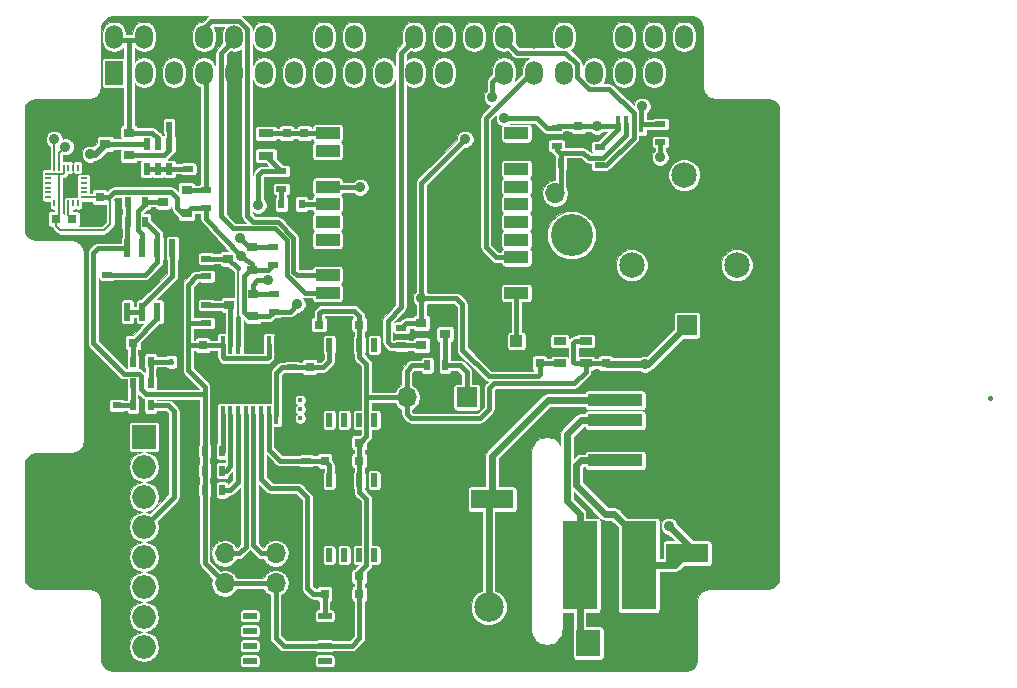
<source format=gbr>
G04 #@! TF.FileFunction,Copper,L1,Top,Signal*
%FSLAX46Y46*%
G04 Gerber Fmt 4.6, Leading zero omitted, Abs format (unit mm)*
G04 Created by KiCad (PCBNEW 4.0.7-e1-6374~58~ubuntu16.04.1) date Thu Aug  3 01:25:43 2017*
%MOMM*%
%LPD*%
G01*
G04 APERTURE LIST*
%ADD10C,0.100000*%
%ADD11R,1.060000X0.650000*%
%ADD12C,3.560000*%
%ADD13C,2.540000*%
%ADD14C,2.160000*%
%ADD15R,2.000000X1.000000*%
%ADD16C,2.500000*%
%ADD17R,0.419100X1.470660*%
%ADD18R,0.599440X1.000760*%
%ADD19R,2.200000X1.050000*%
%ADD20R,1.000000X1.000000*%
%ADD21R,0.550000X0.200000*%
%ADD22R,0.200000X0.550000*%
%ADD23R,0.500000X0.900000*%
%ADD24R,1.300000X0.700000*%
%ADD25R,0.750000X0.800000*%
%ADD26R,0.800000X0.750000*%
%ADD27R,0.600000X0.800000*%
%ADD28R,0.900000X0.500000*%
%ADD29R,0.900000X0.800000*%
%ADD30O,1.998980X1.998980*%
%ADD31R,1.998980X1.998980*%
%ADD32R,0.800000X0.600000*%
%ADD33R,0.450000X0.600000*%
%ADD34R,1.143000X0.508000*%
%ADD35R,0.450000X1.500000*%
%ADD36R,0.508000X1.143000*%
%ADD37R,0.600000X1.550000*%
%ADD38R,3.599180X1.600200*%
%ADD39R,1.998980X2.301240*%
%ADD40R,2.997200X7.498080*%
%ADD41R,4.600000X1.100000*%
%ADD42R,9.400000X10.800000*%
%ADD43R,1.700000X1.700000*%
%ADD44O,1.700000X1.700000*%
%ADD45R,1.524000X1.998980*%
%ADD46O,1.524000X1.998980*%
%ADD47C,0.400000*%
%ADD48C,0.889000*%
%ADD49C,0.400000*%
%ADD50C,0.800000*%
%ADD51C,0.600000*%
%ADD52C,0.200000*%
%ADD53C,0.050000*%
G04 APERTURE END LIST*
D10*
D11*
X153219328Y-101023300D03*
X153219328Y-100073300D03*
X153219328Y-99123300D03*
X151019328Y-99123300D03*
X151019328Y-101023300D03*
D12*
X152014000Y-90170000D03*
D13*
X161544000Y-90170000D03*
D14*
X161544000Y-85090000D03*
X165984000Y-92710000D03*
X157094000Y-92710000D03*
D15*
X147350000Y-81550000D03*
X131350000Y-81550000D03*
X147350000Y-83050000D03*
X131350000Y-83050000D03*
X147350000Y-84550000D03*
X131350000Y-84550000D03*
X147350000Y-86050000D03*
X131350000Y-86050000D03*
X147350000Y-87550000D03*
X131350000Y-87550000D03*
X147350000Y-89050000D03*
X131350000Y-89050000D03*
X147350000Y-90550000D03*
X131350000Y-90550000D03*
X147350000Y-92050000D03*
X131350000Y-92050000D03*
X147350000Y-93550000D03*
X131350000Y-93550000D03*
X147350000Y-95050000D03*
X131350000Y-95050000D03*
D16*
X139994000Y-121666000D03*
X144994000Y-121666000D03*
D17*
X156625420Y-86385080D03*
X157270580Y-86385080D03*
X157923360Y-86385080D03*
X155972640Y-86385080D03*
X157923360Y-80786920D03*
X157270580Y-80786920D03*
X156625420Y-80786920D03*
X155972640Y-80786920D03*
D18*
X116038480Y-84548260D03*
X117943480Y-84548260D03*
X116990980Y-84548260D03*
X117943480Y-82434980D03*
X116038480Y-82434980D03*
X116990980Y-82434980D03*
D19*
X145850000Y-100625000D03*
X145850000Y-97675000D03*
D20*
X144350000Y-99150000D03*
X147350000Y-99150000D03*
D21*
X107700000Y-84950000D03*
X107700000Y-85350000D03*
X107700000Y-85750000D03*
X107700000Y-86150000D03*
X107700000Y-86550000D03*
X107700000Y-86950000D03*
D22*
X108200000Y-87450000D03*
X108600000Y-87450000D03*
X109000000Y-87450000D03*
X109400000Y-87450000D03*
X109800000Y-87450000D03*
X110200000Y-87450000D03*
D21*
X110700000Y-86950000D03*
X110700000Y-86550000D03*
X110700000Y-86150000D03*
X110700000Y-85750000D03*
X110700000Y-85350000D03*
X110700000Y-84950000D03*
D22*
X110200000Y-84450000D03*
X109800000Y-84450000D03*
X109400000Y-84450000D03*
X109000000Y-84450000D03*
X108600000Y-84450000D03*
X108200000Y-84450000D03*
D23*
X151098000Y-84036000D03*
X152598000Y-84036000D03*
D24*
X126150000Y-83450000D03*
X126150000Y-81550000D03*
D25*
X152598000Y-80936000D03*
X152598000Y-82436000D03*
X127900000Y-81550000D03*
X127900000Y-83050000D03*
D26*
X108350000Y-88800000D03*
X106850000Y-88800000D03*
D25*
X129400000Y-81550000D03*
X129400000Y-83050000D03*
X112050000Y-86950000D03*
X112050000Y-85450000D03*
D26*
X111250000Y-88800000D03*
X109750000Y-88800000D03*
X134050000Y-119050000D03*
X132550000Y-119050000D03*
D27*
X127450000Y-87550000D03*
X129150000Y-87550000D03*
D28*
X150748000Y-81086000D03*
X150748000Y-82586000D03*
X154398000Y-82736000D03*
X154398000Y-84236000D03*
X159512000Y-82272000D03*
X159512000Y-80772000D03*
X119540980Y-84541620D03*
X119540980Y-83041620D03*
D23*
X117940980Y-80991620D03*
X119440980Y-80991620D03*
D28*
X127450000Y-86250000D03*
X127450000Y-84750000D03*
D23*
X114868854Y-104584930D03*
X116368854Y-104584930D03*
X122450000Y-111750000D03*
X120950000Y-111750000D03*
D26*
X134050000Y-97750000D03*
X132550000Y-97750000D03*
D25*
X131100000Y-120550000D03*
X131100000Y-119050000D03*
X131100000Y-109250000D03*
X131100000Y-107750000D03*
X129850000Y-101350000D03*
X129850000Y-102850000D03*
D26*
X114868854Y-99284930D03*
X116368854Y-99284930D03*
D29*
X125050000Y-97050000D03*
X125050000Y-95150000D03*
X123050000Y-96100000D03*
D30*
X115800000Y-114860000D03*
D31*
X115800000Y-107240000D03*
D30*
X115800000Y-109780000D03*
X115800000Y-112320000D03*
X115800000Y-117400000D03*
X115800000Y-119940000D03*
X115800000Y-122480000D03*
X115800000Y-125020000D03*
D29*
X114540980Y-83391620D03*
X114540980Y-81491620D03*
X112540980Y-82441620D03*
D23*
X116368854Y-102684930D03*
X114868854Y-102684930D03*
X114868854Y-100884930D03*
X116368854Y-100884930D03*
D28*
X129550000Y-109250000D03*
X129550000Y-107750000D03*
X128350000Y-101350000D03*
X128350000Y-102850000D03*
D23*
X122450000Y-110100000D03*
X120950000Y-110100000D03*
D28*
X121100000Y-97600000D03*
X121100000Y-96100000D03*
X126800000Y-96650000D03*
X126800000Y-95150000D03*
D26*
X134050000Y-107750000D03*
X132550000Y-107750000D03*
X130650000Y-97750000D03*
X129150000Y-97750000D03*
X134050000Y-120550000D03*
X132550000Y-120550000D03*
X134050000Y-109250000D03*
X132550000Y-109250000D03*
D25*
X120800000Y-99500000D03*
X120800000Y-101000000D03*
D32*
X113518854Y-104584930D03*
X113518854Y-102884930D03*
D33*
X118118854Y-100884930D03*
X118118854Y-98784930D03*
D29*
X124950000Y-93100000D03*
X124950000Y-91200000D03*
X122950000Y-92150000D03*
X119415070Y-88268854D03*
X119415070Y-86368854D03*
X117415070Y-87318854D03*
X139300000Y-97600000D03*
X139300000Y-99500000D03*
X141300000Y-98550000D03*
D23*
X120950000Y-108450000D03*
X122450000Y-108450000D03*
D28*
X121100000Y-93650000D03*
X121100000Y-92150000D03*
X126700000Y-92700000D03*
X126700000Y-91200000D03*
D23*
X115915070Y-89018854D03*
X114415070Y-89018854D03*
D28*
X112700000Y-95000000D03*
X112700000Y-93500000D03*
D23*
X114415070Y-87318854D03*
X115915070Y-87318854D03*
D28*
X121065070Y-87868854D03*
X121065070Y-86368854D03*
D23*
X139800000Y-101200000D03*
X141300000Y-101200000D03*
D28*
X137600000Y-98000000D03*
X137600000Y-99500000D03*
D34*
X124750000Y-126205000D03*
X124750000Y-124935000D03*
X124750000Y-123665000D03*
X124750000Y-122395000D03*
X131100000Y-122395000D03*
X131100000Y-123665000D03*
X131100000Y-124935000D03*
X131100000Y-126205000D03*
D35*
X122475000Y-105400000D03*
X123125000Y-105400000D03*
X123775000Y-105400000D03*
X124425000Y-105400000D03*
X125075000Y-105400000D03*
X125725000Y-105400000D03*
X126375000Y-105400000D03*
X127025000Y-105400000D03*
X127025000Y-99500000D03*
X126375000Y-99500000D03*
X125725000Y-99500000D03*
X125075000Y-99500000D03*
X124425000Y-99500000D03*
X123775000Y-99500000D03*
X123125000Y-99500000D03*
X122475000Y-99500000D03*
D36*
X135305000Y-117275000D03*
X134035000Y-117275000D03*
X132765000Y-117275000D03*
X131495000Y-117275000D03*
X131495000Y-110925000D03*
X132765000Y-110925000D03*
X134035000Y-110925000D03*
X135305000Y-110925000D03*
X135305000Y-105825000D03*
X134035000Y-105825000D03*
X132765000Y-105825000D03*
X131495000Y-105825000D03*
X131495000Y-99475000D03*
X132765000Y-99475000D03*
X134035000Y-99475000D03*
X135305000Y-99475000D03*
D37*
X114410070Y-96668854D03*
X115680070Y-96668854D03*
X116950070Y-96668854D03*
X118220070Y-96668854D03*
X118220070Y-91268854D03*
X116950070Y-91268854D03*
X115680070Y-91268854D03*
X114410070Y-91268854D03*
D38*
X145288000Y-112522000D03*
X139786360Y-112522000D03*
X161798000Y-117094000D03*
X167299640Y-117094000D03*
D39*
X157457140Y-124714000D03*
X153438860Y-124714000D03*
D40*
X152694640Y-118110000D03*
X157693360Y-118110000D03*
D41*
X155702000Y-110940000D03*
X155702000Y-109240000D03*
X155702000Y-105840000D03*
D42*
X164862000Y-107540000D03*
D41*
X155702000Y-107540000D03*
X155702000Y-104140000D03*
D43*
X143140000Y-103900000D03*
D44*
X140600000Y-103900000D03*
X138060000Y-103900000D03*
D43*
X122650000Y-114570000D03*
D44*
X122650000Y-117110000D03*
X122650000Y-119650000D03*
D43*
X126950000Y-114570000D03*
D44*
X126950000Y-117110000D03*
X126950000Y-119650000D03*
D43*
X161798000Y-97790000D03*
D44*
X164338000Y-97790000D03*
D25*
X154919328Y-101023300D03*
X154919328Y-99523300D03*
X149319328Y-101023300D03*
X149319328Y-99523300D03*
D43*
X153162000Y-86614000D03*
D44*
X150622000Y-86614000D03*
D45*
X113270000Y-76418920D03*
D46*
X113270000Y-73381080D03*
X115810000Y-76418920D03*
X115810000Y-73381080D03*
X118350000Y-76418920D03*
X118350000Y-73381080D03*
X120890000Y-76418920D03*
X120890000Y-73381080D03*
X123430000Y-76418920D03*
X123430000Y-73381080D03*
X125970000Y-76418920D03*
X125970000Y-73381080D03*
X128510000Y-76418920D03*
X128510000Y-73381080D03*
X131050000Y-76418920D03*
X131050000Y-73381080D03*
X133590000Y-76418920D03*
X133590000Y-73381080D03*
X136130000Y-76418920D03*
X136130000Y-73381080D03*
X138670000Y-76418920D03*
X138670000Y-73381080D03*
X141210000Y-76418920D03*
X141210000Y-73381080D03*
X143750000Y-76418920D03*
X143750000Y-73381080D03*
X146290000Y-76418920D03*
X146290000Y-73381080D03*
X148830000Y-76418920D03*
X148830000Y-73381080D03*
X151370000Y-76418920D03*
X151370000Y-73381080D03*
X153910000Y-76418920D03*
X153910000Y-73381080D03*
X156450000Y-76418920D03*
X156450000Y-73381080D03*
X158990000Y-76418920D03*
X158990000Y-73381080D03*
X161530000Y-76418920D03*
X161530000Y-73381080D03*
D47*
X129032000Y-105664000D03*
X129032000Y-104902000D03*
X129032000Y-104140000D03*
X112255500Y-88138000D03*
X118872000Y-98044000D03*
X118110000Y-98044000D03*
X117348000Y-98044000D03*
D48*
X151638000Y-81788000D03*
X145288000Y-78486000D03*
X157988000Y-79248000D03*
X134112000Y-86106000D03*
X123994502Y-91914702D03*
X125476000Y-87630000D03*
X139300000Y-95504000D03*
X128778000Y-96012000D03*
X143002000Y-82042000D03*
X146304000Y-80264000D03*
X159512000Y-83566000D03*
X154178000Y-80936000D03*
X126300000Y-94000000D03*
X108200000Y-82050000D03*
X123900000Y-90394500D03*
X109150000Y-82700000D03*
D47*
X122475000Y-107250000D03*
X123125000Y-109250000D03*
X123775000Y-110900000D03*
D48*
X158242000Y-101092000D03*
X111252000Y-83312000D03*
X160274000Y-114808000D03*
D49*
X187451240Y-103951240D02*
X187450000Y-103950000D01*
D50*
X120800000Y-101000000D02*
X120812000Y-101000000D01*
D49*
X152598000Y-82436000D02*
X152286000Y-82436000D01*
X152286000Y-82436000D02*
X151638000Y-81788000D01*
X111250000Y-88800000D02*
X111593500Y-88800000D01*
X111593500Y-88800000D02*
X112255500Y-88138000D01*
X114554000Y-73630000D02*
X113270000Y-73630000D01*
X114540980Y-81491620D02*
X114540980Y-73643020D01*
X115810000Y-73630000D02*
X114554000Y-73630000D01*
X114540980Y-73643020D02*
X114554000Y-73630000D01*
X116990980Y-82434980D02*
X116990980Y-81957378D01*
X116525222Y-81491620D02*
X115390980Y-81491620D01*
X116990980Y-81957378D02*
X116525222Y-81491620D01*
X115390980Y-81491620D02*
X114540980Y-81491620D01*
D51*
X145288000Y-112522000D02*
X145288000Y-108828000D01*
X145288000Y-108828000D02*
X149976000Y-104140000D01*
X149976000Y-104140000D02*
X155702000Y-104140000D01*
X144994000Y-121666000D02*
X144994000Y-112816000D01*
X144994000Y-112816000D02*
X145288000Y-112522000D01*
D49*
X151098000Y-84036000D02*
X151098000Y-86138000D01*
X151098000Y-86138000D02*
X150622000Y-86614000D01*
X151098000Y-84036000D02*
X151098000Y-83280000D01*
X151098000Y-83280000D02*
X151004000Y-83186000D01*
X156625420Y-80786920D02*
X156625420Y-81709022D01*
X154698443Y-83635999D02*
X153448001Y-83635999D01*
X156625420Y-81709022D02*
X154698443Y-83635999D01*
X153448001Y-83635999D02*
X152998002Y-83186000D01*
X152998002Y-83186000D02*
X151004000Y-83186000D01*
X151004000Y-83186000D02*
X150748000Y-82930000D01*
X150748000Y-82930000D02*
X150748000Y-82586000D01*
X145288000Y-78486000D02*
X145288000Y-77172000D01*
X145288000Y-77172000D02*
X146290000Y-76170000D01*
X157923360Y-80786920D02*
X157923360Y-79312640D01*
X157923360Y-79312640D02*
X157988000Y-79248000D01*
X157923360Y-80786920D02*
X159497080Y-80786920D01*
X159497080Y-80786920D02*
X159512000Y-80772000D01*
X157270580Y-80786920D02*
X157270580Y-79857198D01*
X155183392Y-77770010D02*
X153454361Y-77770010D01*
X152470010Y-76785659D02*
X152470010Y-75714361D01*
X157270580Y-79857198D02*
X155183392Y-77770010D01*
X153454361Y-77770010D02*
X152470010Y-76785659D01*
X152470010Y-75714361D02*
X151485659Y-74730010D01*
X151485659Y-74730010D02*
X147390010Y-74730010D01*
X147390010Y-74730010D02*
X146290000Y-73630000D01*
X157270580Y-80786920D02*
X157270580Y-81922250D01*
X157270580Y-81922250D02*
X154956830Y-84236000D01*
X154956830Y-84236000D02*
X154398000Y-84236000D01*
X117943480Y-82434980D02*
X117943480Y-80994120D01*
X117943480Y-80994120D02*
X117940980Y-80991620D01*
X117940980Y-82991620D02*
X117940980Y-82437480D01*
X117940980Y-82437480D02*
X117943480Y-82434980D01*
X117540980Y-83391620D02*
X117940980Y-82991620D01*
X114540980Y-83391620D02*
X117540980Y-83391620D01*
X117943480Y-82434980D02*
X117943480Y-82389120D01*
X119540980Y-84541620D02*
X117950120Y-84541620D01*
X117950120Y-84541620D02*
X117943480Y-84548260D01*
X116990980Y-84548260D02*
X116038480Y-84548260D01*
X117943480Y-84548260D02*
X116990980Y-84548260D01*
X127450000Y-87550000D02*
X127450000Y-86250000D01*
X129150000Y-87550000D02*
X131350000Y-87550000D01*
X147350000Y-99150000D02*
X147350000Y-98250000D01*
X147350000Y-98250000D02*
X147350000Y-95050000D01*
X131350000Y-95050000D02*
X129450000Y-95050000D01*
X129450000Y-95050000D02*
X127900000Y-93500000D01*
X127900000Y-93500000D02*
X127900000Y-90600000D01*
X127900000Y-90600000D02*
X126900000Y-89600000D01*
X126900000Y-89600000D02*
X123350000Y-89600000D01*
X123350000Y-89600000D02*
X122329990Y-88579990D01*
X122329990Y-88579990D02*
X122329990Y-74730010D01*
X122329990Y-74730010D02*
X123430000Y-73630000D01*
X120890000Y-73630000D02*
X120890000Y-72660000D01*
X120890000Y-72660000D02*
X121520010Y-72029990D01*
X121520010Y-72029990D02*
X123885639Y-72029990D01*
X127127821Y-89049990D02*
X128450010Y-90372179D01*
X123885639Y-72029990D02*
X124530010Y-72674361D01*
X128450010Y-90372179D02*
X128450010Y-93272180D01*
X124530010Y-72674361D02*
X124530010Y-88530010D01*
X128450010Y-93272180D02*
X128727830Y-93550000D01*
X124530010Y-88530010D02*
X125049990Y-89049990D01*
X128727830Y-93550000D02*
X131350000Y-93550000D01*
X125049990Y-89049990D02*
X127127821Y-89049990D01*
X134112000Y-86106000D02*
X131406000Y-86106000D01*
X131406000Y-86106000D02*
X131350000Y-86050000D01*
X149319328Y-101023300D02*
X151019328Y-101023300D01*
X139300000Y-95504000D02*
X142240000Y-95504000D01*
X142240000Y-95504000D02*
X142748000Y-96012000D01*
X149134628Y-102108000D02*
X149319328Y-101923300D01*
X142748000Y-96012000D02*
X142748000Y-99868002D01*
X142748000Y-99868002D02*
X144987998Y-102108000D01*
X144987998Y-102108000D02*
X149134628Y-102108000D01*
X149319328Y-101923300D02*
X149319328Y-101023300D01*
X124950000Y-92650000D02*
X123994502Y-91914702D01*
X123994502Y-91914702D02*
X121065070Y-88765070D01*
X125816000Y-84750000D02*
X125476000Y-85090000D01*
X125476000Y-85090000D02*
X125476000Y-87630000D01*
X127450000Y-84750000D02*
X125816000Y-84750000D01*
X139300000Y-85744000D02*
X139300000Y-95504000D01*
X139300000Y-95504000D02*
X139300000Y-97600000D01*
X126800000Y-96650000D02*
X128140000Y-96650000D01*
X128140000Y-96650000D02*
X128778000Y-96012000D01*
X119002854Y-88268854D02*
X118615069Y-87881069D01*
X118615069Y-87881069D02*
X118615069Y-87038851D01*
X113256147Y-86518853D02*
X112825000Y-86950000D01*
X118615069Y-87038851D02*
X118095071Y-86518853D01*
X118095071Y-86518853D02*
X113256147Y-86518853D01*
X112825000Y-86950000D02*
X112050000Y-86950000D01*
X119415070Y-88268854D02*
X119002854Y-88268854D01*
X143002000Y-82042000D02*
X139300000Y-85744000D01*
X150748000Y-81086000D02*
X149898000Y-81086000D01*
X149898000Y-81086000D02*
X149076000Y-80264000D01*
X149076000Y-80264000D02*
X146304000Y-80264000D01*
X159512000Y-83566000D02*
X159512000Y-82272000D01*
X154178000Y-80936000D02*
X155823560Y-80936000D01*
X152598000Y-80936000D02*
X154178000Y-80936000D01*
D52*
X108350000Y-88800000D02*
X108350000Y-89375000D01*
X108350000Y-89375000D02*
X108725000Y-89750000D01*
X108725000Y-89750000D02*
X112400000Y-89750000D01*
X112400000Y-89750000D02*
X112950000Y-89200000D01*
X112625000Y-86950000D02*
X112050000Y-86950000D01*
X112950000Y-89200000D02*
X112950000Y-87275000D01*
X112950000Y-87275000D02*
X112625000Y-86950000D01*
D49*
X121065070Y-87868854D02*
X119815070Y-87868854D01*
X119815070Y-87868854D02*
X119415070Y-88268854D01*
X121065070Y-88765070D02*
X121065070Y-87868854D01*
X124950000Y-93100000D02*
X124950000Y-92650000D01*
X124249999Y-93650001D02*
X124800000Y-93100000D01*
X124800000Y-93100000D02*
X124950000Y-93100000D01*
X125050000Y-97050000D02*
X124650000Y-97050000D01*
X124650000Y-97050000D02*
X124249999Y-96649999D01*
X124249999Y-96649999D02*
X124249999Y-93650001D01*
X125050000Y-97050000D02*
X126400000Y-97050000D01*
X126400000Y-97050000D02*
X126800000Y-96650000D01*
D52*
X124950000Y-93100000D02*
X124900000Y-93100000D01*
D49*
X124950000Y-93100000D02*
X126300000Y-93100000D01*
X126300000Y-93100000D02*
X126700000Y-92700000D01*
X127450000Y-84750000D02*
X126150000Y-83450000D01*
X152598000Y-80936000D02*
X150898000Y-80936000D01*
X150898000Y-80936000D02*
X150748000Y-81086000D01*
X155823560Y-80936000D02*
X155972640Y-80786920D01*
X155972640Y-80786920D02*
X155972640Y-81161360D01*
X155972640Y-81161360D02*
X154398000Y-82736000D01*
D52*
X108600000Y-86850000D02*
X108600000Y-86350000D01*
X108600000Y-86350000D02*
X108600000Y-84975001D01*
X108600000Y-86975000D02*
X108600000Y-86850000D01*
X110700000Y-86950000D02*
X110525002Y-86950000D01*
X108949999Y-84975001D02*
X108600000Y-84975001D01*
X108600000Y-87450000D02*
X108600000Y-86975000D01*
X108600000Y-84975001D02*
X107725001Y-84975001D01*
X109000000Y-84450000D02*
X109000000Y-84925000D01*
X109000000Y-84925000D02*
X108949999Y-84975001D01*
X107725001Y-84975001D02*
X107700000Y-84950000D01*
X108600000Y-87450000D02*
X108600000Y-88550000D01*
X108600000Y-88550000D02*
X108350000Y-88800000D01*
X110700000Y-86950000D02*
X112050000Y-86950000D01*
D49*
X139300000Y-97600000D02*
X138000000Y-97600000D01*
X138000000Y-97600000D02*
X137600000Y-98000000D01*
X138430000Y-105664000D02*
X138060000Y-105294000D01*
X144272000Y-105664000D02*
X138430000Y-105664000D01*
X138060000Y-105294000D02*
X138060000Y-105102081D01*
X138060000Y-105102081D02*
X138060000Y-103900000D01*
X134639001Y-107185999D02*
X134639001Y-103886000D01*
X134639001Y-103886000D02*
X134639001Y-101050501D01*
X138060000Y-103900000D02*
X134653001Y-103900000D01*
X134653001Y-103900000D02*
X134639001Y-103886000D01*
X120950000Y-103000000D02*
X120950000Y-103632000D01*
X115570000Y-102108000D02*
X115570000Y-103216078D01*
X120950000Y-103632000D02*
X120950000Y-108450000D01*
X115570000Y-103216078D02*
X115985922Y-103632000D01*
X115985922Y-103632000D02*
X120950000Y-103632000D01*
X115346929Y-101884929D02*
X115570000Y-102108000D01*
X111506000Y-91694000D02*
X111506000Y-99314000D01*
X111506000Y-99314000D02*
X114076929Y-101884929D01*
X114076929Y-101884929D02*
X115346929Y-101884929D01*
X111931146Y-91268854D02*
X111506000Y-91694000D01*
X114410070Y-91268854D02*
X111931146Y-91268854D01*
X139800000Y-101200000D02*
X138500000Y-101200000D01*
X138500000Y-101200000D02*
X138060000Y-101640000D01*
X138060000Y-101640000D02*
X138060000Y-103900000D01*
X130900000Y-96550000D02*
X130650000Y-96800000D01*
X130650000Y-96800000D02*
X130650000Y-97750000D01*
X133625000Y-96550000D02*
X130900000Y-96550000D01*
X134050000Y-97750000D02*
X134050000Y-96975000D01*
X134050000Y-96975000D02*
X133625000Y-96550000D01*
X133415000Y-124935000D02*
X134050000Y-124300000D01*
X134050000Y-124300000D02*
X134050000Y-122302500D01*
X131100000Y-124935000D02*
X133415000Y-124935000D01*
X126950000Y-119650000D02*
X126950000Y-124250000D01*
X126950000Y-124250000D02*
X127635000Y-124935000D01*
X127635000Y-124935000D02*
X131100000Y-124935000D01*
X134050000Y-120550000D02*
X134050000Y-122302500D01*
X131417500Y-124935000D02*
X131100000Y-124935000D01*
X130782500Y-124935000D02*
X131100000Y-124935000D01*
X126375000Y-99500000D02*
X126375000Y-100455002D01*
X126375000Y-100455002D02*
X126230001Y-100600001D01*
X126230001Y-100600001D02*
X122619999Y-100600001D01*
X122619999Y-100600001D02*
X122475000Y-100455002D01*
X122475000Y-100455002D02*
X122475000Y-99500000D01*
X134050000Y-107750000D02*
X134075000Y-107750000D01*
X134075000Y-107750000D02*
X134639001Y-107185999D01*
X134639001Y-101050501D02*
X134035000Y-100446500D01*
X134035000Y-100446500D02*
X134035000Y-99475000D01*
X134050000Y-119050000D02*
X134050000Y-118715502D01*
X134050000Y-118715502D02*
X134639001Y-118126501D01*
X134639001Y-118126501D02*
X134639001Y-112500501D01*
X134639001Y-112500501D02*
X134035000Y-111896500D01*
X134035000Y-111896500D02*
X134035000Y-110925000D01*
X122650000Y-119650000D02*
X126950000Y-119650000D01*
X120950000Y-111750000D02*
X120950000Y-117950000D01*
X120950000Y-117950000D02*
X122650000Y-119650000D01*
X119550000Y-97550000D02*
X119550000Y-99500000D01*
X119550000Y-99500000D02*
X119550000Y-101600000D01*
X120025000Y-99500000D02*
X119550000Y-99500000D01*
X119550000Y-101600000D02*
X120950000Y-103000000D01*
X119550000Y-97550000D02*
X119550000Y-94350000D01*
X121100000Y-97600000D02*
X119600000Y-97600000D01*
X119600000Y-97600000D02*
X119550000Y-97550000D01*
X120800000Y-99500000D02*
X120025000Y-99500000D01*
X119550000Y-94350000D02*
X120250000Y-93650000D01*
X120250000Y-93650000D02*
X121100000Y-93650000D01*
X122475000Y-99500000D02*
X120800000Y-99500000D01*
X120950000Y-110100000D02*
X120950000Y-108450000D01*
X120950000Y-111750000D02*
X120950000Y-110100000D01*
X134050000Y-109250000D02*
X134050000Y-107750000D01*
X134035000Y-110925000D02*
X134035000Y-109265000D01*
X134035000Y-109265000D02*
X134050000Y-109250000D01*
X134050000Y-99490000D02*
X134035000Y-99475000D01*
X134035000Y-99475000D02*
X134035000Y-97765000D01*
X134050000Y-120550000D02*
X134050000Y-119050000D01*
X134035000Y-120565000D02*
X134050000Y-120550000D01*
X114415070Y-89018854D02*
X114415070Y-87318854D01*
X114410070Y-91268854D02*
X114410070Y-89023854D01*
X114410070Y-89023854D02*
X114415070Y-89018854D01*
X145034000Y-104902000D02*
X144272000Y-105664000D01*
X145034000Y-103124000D02*
X145034000Y-104902000D01*
X145449990Y-102708010D02*
X145034000Y-103124000D01*
X152259618Y-102708010D02*
X145449990Y-102708010D01*
X153219328Y-101748300D02*
X152259618Y-102708010D01*
X127900000Y-81550000D02*
X126150000Y-81550000D01*
X129400000Y-81550000D02*
X127900000Y-81550000D01*
X131350000Y-81550000D02*
X129400000Y-81550000D01*
D52*
X109400000Y-87450000D02*
X109400000Y-88450000D01*
X109400000Y-88450000D02*
X109750000Y-88800000D01*
D49*
X141300000Y-101200000D02*
X142550000Y-101200000D01*
X142550000Y-101200000D02*
X143140000Y-101790000D01*
X143140000Y-101790000D02*
X143140000Y-103900000D01*
X141300000Y-101200000D02*
X141300000Y-98550000D01*
D51*
X152694640Y-118110000D02*
X152694640Y-123969780D01*
X152694640Y-123969780D02*
X153438860Y-124714000D01*
X151638000Y-107004000D02*
X151638000Y-112704320D01*
X151638000Y-112704320D02*
X152694640Y-113760960D01*
X152694640Y-113760960D02*
X152694640Y-118110000D01*
X155702000Y-105840000D02*
X152802000Y-105840000D01*
X152802000Y-105840000D02*
X151638000Y-107004000D01*
D49*
X138670000Y-73630000D02*
X137569990Y-74730010D01*
X137569990Y-74730010D02*
X137569990Y-96280010D01*
X137569990Y-96280010D02*
X136450000Y-97400000D01*
X136450000Y-97400000D02*
X136450000Y-99200000D01*
X136450000Y-99200000D02*
X136750000Y-99500000D01*
X136750000Y-99500000D02*
X137600000Y-99500000D01*
X139300000Y-99500000D02*
X137600000Y-99500000D01*
X125400000Y-94000000D02*
X126300000Y-94000000D01*
X125050000Y-95150000D02*
X125050000Y-94350000D01*
X125050000Y-94350000D02*
X125400000Y-94000000D01*
D52*
X108200000Y-84450000D02*
X108200000Y-82050000D01*
D49*
X125050000Y-95150000D02*
X126800000Y-95150000D01*
X124950000Y-91200000D02*
X124705500Y-91200000D01*
X124705500Y-91200000D02*
X123900000Y-90394500D01*
D52*
X108600000Y-84450000D02*
X108600000Y-83250000D01*
X108600000Y-83250000D02*
X109150000Y-82700000D01*
D49*
X124950000Y-91200000D02*
X126700000Y-91200000D01*
X125725000Y-105400000D02*
X125725000Y-110825000D01*
X125725000Y-110825000D02*
X126500000Y-111600000D01*
X126500000Y-111600000D02*
X128872170Y-111600000D01*
X128872170Y-111600000D02*
X129650000Y-112377830D01*
X129650000Y-112377830D02*
X129650000Y-120050000D01*
X129650000Y-120050000D02*
X130150000Y-120550000D01*
X130150000Y-120550000D02*
X131100000Y-120550000D01*
X131100000Y-122395000D02*
X131100000Y-120550000D01*
X127300000Y-109250000D02*
X129550000Y-109250000D01*
X126375000Y-108325000D02*
X127300000Y-109250000D01*
X126375000Y-105400000D02*
X126375000Y-108325000D01*
X131100000Y-109250000D02*
X129550000Y-109250000D01*
X131495000Y-110925000D02*
X131495000Y-109645000D01*
X131495000Y-109645000D02*
X131100000Y-109250000D01*
X128350000Y-101350000D02*
X127500000Y-101350000D01*
X127500000Y-101350000D02*
X127025000Y-101825000D01*
X127025000Y-101825000D02*
X127025000Y-103275000D01*
X129850000Y-101350000D02*
X128350000Y-101350000D01*
X131500000Y-100850000D02*
X131000000Y-101350000D01*
X131000000Y-101350000D02*
X129850000Y-101350000D01*
X131500000Y-99797500D02*
X131500000Y-100850000D01*
X131495000Y-99475000D02*
X131495000Y-99792500D01*
X131495000Y-99792500D02*
X131500000Y-99797500D01*
X127025000Y-103275000D02*
X127025000Y-105400000D01*
X114868854Y-99284930D02*
X116950070Y-97203714D01*
X116950070Y-97203714D02*
X116950070Y-96668854D01*
X114868854Y-99284930D02*
X114868854Y-100884930D01*
X114868854Y-104584930D02*
X113518854Y-104584930D01*
X114868854Y-102684930D02*
X114868854Y-104584930D01*
X116368854Y-100884930D02*
X116368854Y-102684930D01*
X118118854Y-100884930D02*
X116368854Y-100884930D01*
X116368854Y-104584930D02*
X117884930Y-104584930D01*
X117884930Y-104584930D02*
X118350000Y-105050000D01*
X118350000Y-105050000D02*
X118350000Y-112310000D01*
X118350000Y-112310000D02*
X117300000Y-113360000D01*
X117300000Y-113360000D02*
X115800000Y-114860000D01*
X122475000Y-105400000D02*
X122475000Y-107250000D01*
X122475000Y-107250000D02*
X122475000Y-108425000D01*
X122475000Y-108425000D02*
X122450000Y-108450000D01*
X123125000Y-109725000D02*
X123125000Y-109250000D01*
X123125000Y-109250000D02*
X123125000Y-105400000D01*
X122750000Y-110100000D02*
X123125000Y-109725000D01*
X122450000Y-110100000D02*
X122750000Y-110100000D01*
X123775000Y-111075000D02*
X123775000Y-110900000D01*
X123775000Y-110900000D02*
X123775000Y-106550000D01*
X122450000Y-111750000D02*
X123100000Y-111750000D01*
X123100000Y-111750000D02*
X123775000Y-111075000D01*
X123775000Y-106550000D02*
X123775000Y-105400000D01*
X124425000Y-105400000D02*
X124425000Y-116537081D01*
X124425000Y-116537081D02*
X123852081Y-117110000D01*
X123852081Y-117110000D02*
X122650000Y-117110000D01*
X125075000Y-105400000D02*
X125075000Y-116437081D01*
X125075000Y-116437081D02*
X125747919Y-117110000D01*
X125747919Y-117110000D02*
X126950000Y-117110000D01*
X121065070Y-86368854D02*
X121065070Y-76345070D01*
X121065070Y-76345070D02*
X120890000Y-76170000D01*
X119415070Y-86368854D02*
X121065070Y-86368854D01*
X123050000Y-96100000D02*
X121100000Y-96100000D01*
X123125000Y-99500000D02*
X123125000Y-96175000D01*
X123125000Y-96175000D02*
X123050000Y-96100000D01*
X121100000Y-92150000D02*
X122950000Y-92150000D01*
X123775000Y-99500000D02*
X123775000Y-97150000D01*
X123775000Y-92975000D02*
X122950000Y-92150000D01*
D52*
X123775000Y-96925000D02*
X123775000Y-92975000D01*
D49*
X115915070Y-87318854D02*
X117415070Y-87318854D01*
X115915070Y-87318854D02*
X115915070Y-87518854D01*
X115915070Y-87518854D02*
X115315069Y-88118855D01*
X115315069Y-88118855D02*
X115315069Y-89728853D01*
X115315069Y-89728853D02*
X115680070Y-90093854D01*
X115680070Y-90093854D02*
X115680070Y-91268854D01*
X116950070Y-91268854D02*
X116950070Y-90053854D01*
X116950070Y-90053854D02*
X115915070Y-89018854D01*
X116950070Y-91268854D02*
X116950070Y-92443854D01*
X116950070Y-92443854D02*
X115893924Y-93500000D01*
X115893924Y-93500000D02*
X113550000Y-93500000D01*
X113550000Y-93500000D02*
X112700000Y-93500000D01*
X115680070Y-96668854D02*
X114410070Y-96668854D01*
X118220070Y-91268854D02*
X118220070Y-93653854D01*
X118220070Y-93653854D02*
X115680070Y-96193854D01*
X115680070Y-96193854D02*
X115680070Y-96668854D01*
D51*
X158242000Y-101092000D02*
X158496000Y-101092000D01*
X158496000Y-101092000D02*
X161798000Y-97790000D01*
X158242000Y-101092000D02*
X154988028Y-101092000D01*
X154988028Y-101092000D02*
X154919328Y-101023300D01*
D49*
X153219328Y-101023300D02*
X154919328Y-101023300D01*
X152146000Y-99266628D02*
X152146000Y-100879972D01*
X152146000Y-100879972D02*
X152289328Y-101023300D01*
X152289328Y-101023300D02*
X153219328Y-101023300D01*
X153219328Y-99123300D02*
X152289328Y-99123300D01*
X152289328Y-99123300D02*
X152146000Y-99266628D01*
X153219328Y-101023300D02*
X153219328Y-101748300D01*
D51*
X111252000Y-83312000D02*
X111670600Y-83312000D01*
X111670600Y-83312000D02*
X112540980Y-82441620D01*
X161798000Y-117094000D02*
X161798000Y-116332000D01*
X161798000Y-116332000D02*
X160274000Y-114808000D01*
X157693360Y-118110000D02*
X160782000Y-118110000D01*
X160782000Y-118110000D02*
X161798000Y-117094000D01*
X152400000Y-109642000D02*
X152400000Y-111298002D01*
X152400000Y-111298002D02*
X154862958Y-113760960D01*
X154862958Y-113760960D02*
X155594760Y-113760960D01*
X155594760Y-113760960D02*
X157693360Y-115859560D01*
X157693360Y-115859560D02*
X157693360Y-118110000D01*
X155702000Y-109240000D02*
X152802000Y-109240000D01*
X152802000Y-109240000D02*
X152400000Y-109642000D01*
D49*
X112540980Y-82441620D02*
X116031840Y-82441620D01*
X116031840Y-82441620D02*
X116038480Y-82434980D01*
X148830000Y-76170000D02*
X144750000Y-80250000D01*
X144750000Y-80250000D02*
X144750000Y-91200000D01*
X144750000Y-91200000D02*
X145600000Y-92050000D01*
X145600000Y-92050000D02*
X147350000Y-92050000D01*
D53*
G36*
X121184134Y-71694114D02*
X121184132Y-71694117D01*
X120773443Y-72104806D01*
X120493157Y-72160558D01*
X120156730Y-72385351D01*
X119931937Y-72721778D01*
X119853000Y-73118621D01*
X119853000Y-73643539D01*
X119931937Y-74040382D01*
X120156730Y-74376809D01*
X120493157Y-74601602D01*
X120890000Y-74680539D01*
X121286843Y-74601602D01*
X121623270Y-74376809D01*
X121848063Y-74040382D01*
X121927000Y-73643539D01*
X121927000Y-73118621D01*
X121848063Y-72721778D01*
X121708638Y-72513113D01*
X121716761Y-72504990D01*
X122616790Y-72504990D01*
X122471937Y-72721778D01*
X122393000Y-73118621D01*
X122393000Y-73643539D01*
X122451352Y-73936896D01*
X121994114Y-74394134D01*
X121891147Y-74548235D01*
X121854990Y-74730010D01*
X121854990Y-75794442D01*
X121848063Y-75759618D01*
X121623270Y-75423191D01*
X121286843Y-75198398D01*
X120890000Y-75119461D01*
X120493157Y-75198398D01*
X120156730Y-75423191D01*
X119931937Y-75759618D01*
X119853000Y-76156461D01*
X119853000Y-76681379D01*
X119931937Y-77078222D01*
X120156730Y-77414649D01*
X120493157Y-77639442D01*
X120590070Y-77658719D01*
X120590070Y-85843171D01*
X120513161Y-85857642D01*
X120456886Y-85893854D01*
X120131345Y-85893854D01*
X120126282Y-85866945D01*
X120066054Y-85773348D01*
X119974156Y-85710558D01*
X119865070Y-85688467D01*
X118965070Y-85688467D01*
X118863161Y-85707642D01*
X118769564Y-85767870D01*
X118706774Y-85859768D01*
X118684683Y-85968854D01*
X118684683Y-86436713D01*
X118430947Y-86182977D01*
X118276846Y-86080010D01*
X118095071Y-86043853D01*
X113256147Y-86043853D01*
X113074372Y-86080010D01*
X112987584Y-86138000D01*
X112920271Y-86182977D01*
X112674053Y-86429195D01*
X112625984Y-86354494D01*
X112534086Y-86291704D01*
X112425000Y-86269613D01*
X111675000Y-86269613D01*
X111573091Y-86288788D01*
X111479494Y-86349016D01*
X111416704Y-86440914D01*
X111394613Y-86550000D01*
X111394613Y-86575000D01*
X111255387Y-86575000D01*
X111255387Y-86450000D01*
X111236212Y-86348091D01*
X111235688Y-86347276D01*
X111255387Y-86250000D01*
X111255387Y-86050000D01*
X111236212Y-85948091D01*
X111235688Y-85947276D01*
X111255387Y-85850000D01*
X111255387Y-85650000D01*
X111236212Y-85548091D01*
X111235688Y-85547276D01*
X111255387Y-85450000D01*
X111255387Y-85250000D01*
X111236212Y-85148091D01*
X111175984Y-85054494D01*
X111084086Y-84991704D01*
X110975000Y-84969613D01*
X110427705Y-84969613D01*
X110495506Y-84925984D01*
X110558296Y-84834086D01*
X110580387Y-84725000D01*
X110580387Y-84175000D01*
X110561212Y-84073091D01*
X110500984Y-83979494D01*
X110409086Y-83916704D01*
X110300000Y-83894613D01*
X110100000Y-83894613D01*
X109998091Y-83913788D01*
X109904494Y-83974016D01*
X109841704Y-84065914D01*
X109819613Y-84175000D01*
X109819613Y-84725000D01*
X109838788Y-84826909D01*
X109899016Y-84920506D01*
X109990914Y-84983296D01*
X110100000Y-85005387D01*
X110297295Y-85005387D01*
X110229494Y-85049016D01*
X110166704Y-85140914D01*
X110144613Y-85250000D01*
X110144613Y-85450000D01*
X110163788Y-85551909D01*
X110164312Y-85552724D01*
X110144613Y-85650000D01*
X110144613Y-85850000D01*
X110163788Y-85951909D01*
X110164312Y-85952724D01*
X110144613Y-86050000D01*
X110144613Y-86250000D01*
X110163788Y-86351909D01*
X110164312Y-86352724D01*
X110144613Y-86450000D01*
X110144613Y-86650000D01*
X110163788Y-86751909D01*
X110164312Y-86752724D01*
X110144613Y-86850000D01*
X110144613Y-86894613D01*
X110100000Y-86894613D01*
X109998091Y-86913788D01*
X109997276Y-86914312D01*
X109900000Y-86894613D01*
X109700000Y-86894613D01*
X109598091Y-86913788D01*
X109597276Y-86914312D01*
X109500000Y-86894613D01*
X109300000Y-86894613D01*
X109198091Y-86913788D01*
X109104494Y-86974016D01*
X109041704Y-87065914D01*
X109019613Y-87175000D01*
X109019613Y-87725000D01*
X109025000Y-87753630D01*
X109025000Y-88396370D01*
X109011212Y-88323091D01*
X108975000Y-88266816D01*
X108975000Y-87751601D01*
X108980387Y-87725000D01*
X108980387Y-87175000D01*
X108975000Y-87146370D01*
X108975000Y-85345028D01*
X109093506Y-85321456D01*
X109215164Y-85240166D01*
X109265165Y-85190165D01*
X109346455Y-85068507D01*
X109359010Y-85005387D01*
X109500000Y-85005387D01*
X109601909Y-84986212D01*
X109695506Y-84925984D01*
X109758296Y-84834086D01*
X109780387Y-84725000D01*
X109780387Y-84175000D01*
X109761212Y-84073091D01*
X109700984Y-83979494D01*
X109609086Y-83916704D01*
X109500000Y-83894613D01*
X109300000Y-83894613D01*
X109198091Y-83913788D01*
X109197276Y-83914312D01*
X109100000Y-83894613D01*
X108975000Y-83894613D01*
X108975000Y-83454490D01*
X110532375Y-83454490D01*
X110641682Y-83719032D01*
X110843904Y-83921607D01*
X111108255Y-84031375D01*
X111394490Y-84031625D01*
X111659032Y-83922318D01*
X111700337Y-83881085D01*
X111890643Y-83843231D01*
X112077186Y-83718586D01*
X112673766Y-83122007D01*
X112990980Y-83122007D01*
X113092889Y-83102832D01*
X113186486Y-83042604D01*
X113249276Y-82950706D01*
X113256179Y-82916620D01*
X113825781Y-82916620D01*
X113810593Y-82991620D01*
X113810593Y-83791620D01*
X113829768Y-83893529D01*
X113889996Y-83987126D01*
X113981894Y-84049916D01*
X114090980Y-84072007D01*
X114990980Y-84072007D01*
X115092889Y-84052832D01*
X115186486Y-83992604D01*
X115249276Y-83900706D01*
X115256179Y-83866620D01*
X115529777Y-83866620D01*
X115480464Y-83938794D01*
X115458373Y-84047880D01*
X115458373Y-85048640D01*
X115477548Y-85150549D01*
X115537776Y-85244146D01*
X115629674Y-85306936D01*
X115738760Y-85329027D01*
X116338200Y-85329027D01*
X116440109Y-85309852D01*
X116515469Y-85261359D01*
X116582174Y-85306936D01*
X116691260Y-85329027D01*
X117290700Y-85329027D01*
X117392609Y-85309852D01*
X117467969Y-85261359D01*
X117534674Y-85306936D01*
X117643760Y-85329027D01*
X118243200Y-85329027D01*
X118345109Y-85309852D01*
X118438706Y-85249624D01*
X118501496Y-85157726D01*
X118523587Y-85048640D01*
X118523587Y-85016620D01*
X118933163Y-85016620D01*
X118981894Y-85049916D01*
X119090980Y-85072007D01*
X119990980Y-85072007D01*
X120092889Y-85052832D01*
X120186486Y-84992604D01*
X120249276Y-84900706D01*
X120271367Y-84791620D01*
X120271367Y-84291620D01*
X120252192Y-84189711D01*
X120191964Y-84096114D01*
X120100066Y-84033324D01*
X119990980Y-84011233D01*
X119090980Y-84011233D01*
X118989071Y-84030408D01*
X118932796Y-84066620D01*
X118523587Y-84066620D01*
X118523587Y-84047880D01*
X118504412Y-83945971D01*
X118444184Y-83852374D01*
X118352286Y-83789584D01*
X118243200Y-83767493D01*
X117816996Y-83767493D01*
X117876856Y-83727496D01*
X118276853Y-83327498D01*
X118276856Y-83327496D01*
X118378839Y-83174867D01*
X118438706Y-83136344D01*
X118501496Y-83044446D01*
X118523587Y-82935360D01*
X118523587Y-81934600D01*
X118504412Y-81832691D01*
X118444184Y-81739094D01*
X118418480Y-81721532D01*
X118418480Y-81595778D01*
X118449276Y-81550706D01*
X118471367Y-81441620D01*
X118471367Y-80541620D01*
X118452192Y-80439711D01*
X118391964Y-80346114D01*
X118300066Y-80283324D01*
X118190980Y-80261233D01*
X117690980Y-80261233D01*
X117589071Y-80280408D01*
X117495474Y-80340636D01*
X117432684Y-80432534D01*
X117410593Y-80541620D01*
X117410593Y-81441620D01*
X117429768Y-81543529D01*
X117468480Y-81603689D01*
X117468480Y-81720601D01*
X117466491Y-81721881D01*
X117399786Y-81676304D01*
X117357791Y-81667800D01*
X117326856Y-81621502D01*
X116861098Y-81155744D01*
X116706997Y-81052777D01*
X116525222Y-81016620D01*
X115257255Y-81016620D01*
X115252192Y-80989711D01*
X115191964Y-80896114D01*
X115100066Y-80833324D01*
X115015980Y-80816296D01*
X115015980Y-77323730D01*
X115076730Y-77414649D01*
X115413157Y-77639442D01*
X115810000Y-77718379D01*
X116206843Y-77639442D01*
X116543270Y-77414649D01*
X116768063Y-77078222D01*
X116847000Y-76681379D01*
X116847000Y-76156461D01*
X117313000Y-76156461D01*
X117313000Y-76681379D01*
X117391937Y-77078222D01*
X117616730Y-77414649D01*
X117953157Y-77639442D01*
X118350000Y-77718379D01*
X118746843Y-77639442D01*
X119083270Y-77414649D01*
X119308063Y-77078222D01*
X119387000Y-76681379D01*
X119387000Y-76156461D01*
X119308063Y-75759618D01*
X119083270Y-75423191D01*
X118746843Y-75198398D01*
X118350000Y-75119461D01*
X117953157Y-75198398D01*
X117616730Y-75423191D01*
X117391937Y-75759618D01*
X117313000Y-76156461D01*
X116847000Y-76156461D01*
X116768063Y-75759618D01*
X116543270Y-75423191D01*
X116206843Y-75198398D01*
X115810000Y-75119461D01*
X115413157Y-75198398D01*
X115076730Y-75423191D01*
X115015980Y-75514110D01*
X115015980Y-74285890D01*
X115076730Y-74376809D01*
X115413157Y-74601602D01*
X115810000Y-74680539D01*
X116206843Y-74601602D01*
X116543270Y-74376809D01*
X116768063Y-74040382D01*
X116847000Y-73643539D01*
X116847000Y-73118621D01*
X116768063Y-72721778D01*
X116543270Y-72385351D01*
X116206843Y-72160558D01*
X115810000Y-72081621D01*
X115413157Y-72160558D01*
X115076730Y-72385351D01*
X114851937Y-72721778D01*
X114773000Y-73118621D01*
X114773000Y-73155000D01*
X114307000Y-73155000D01*
X114307000Y-73118621D01*
X114228063Y-72721778D01*
X114003270Y-72385351D01*
X113666843Y-72160558D01*
X113270000Y-72081621D01*
X112873157Y-72160558D01*
X112536730Y-72385351D01*
X112311937Y-72721778D01*
X112233000Y-73118621D01*
X112233000Y-73643539D01*
X112311937Y-74040382D01*
X112536730Y-74376809D01*
X112873157Y-74601602D01*
X113270000Y-74680539D01*
X113666843Y-74601602D01*
X114003270Y-74376809D01*
X114065980Y-74282957D01*
X114065980Y-75145924D01*
X114032000Y-75139043D01*
X112508000Y-75139043D01*
X112406091Y-75158218D01*
X112312494Y-75218446D01*
X112249704Y-75310344D01*
X112227613Y-75419430D01*
X112227613Y-77418410D01*
X112246788Y-77520319D01*
X112307016Y-77613916D01*
X112398914Y-77676706D01*
X112508000Y-77698797D01*
X114032000Y-77698797D01*
X114065980Y-77692403D01*
X114065980Y-80815937D01*
X113989071Y-80830408D01*
X113895474Y-80890636D01*
X113832684Y-80982534D01*
X113810593Y-81091620D01*
X113810593Y-81891620D01*
X113824705Y-81966620D01*
X113257255Y-81966620D01*
X113252192Y-81939711D01*
X113191964Y-81846114D01*
X113100066Y-81783324D01*
X112990980Y-81761233D01*
X112090980Y-81761233D01*
X111989071Y-81780408D01*
X111895474Y-81840636D01*
X111832684Y-81932534D01*
X111810593Y-82041620D01*
X111810593Y-82358834D01*
X111523680Y-82645748D01*
X111395745Y-82592625D01*
X111109510Y-82592375D01*
X110844968Y-82701682D01*
X110642393Y-82903904D01*
X110532625Y-83168255D01*
X110532375Y-83454490D01*
X108975000Y-83454490D01*
X108975000Y-83406397D01*
X109006255Y-83419375D01*
X109292490Y-83419625D01*
X109557032Y-83310318D01*
X109759607Y-83108096D01*
X109869375Y-82843745D01*
X109869625Y-82557510D01*
X109760318Y-82292968D01*
X109558096Y-82090393D01*
X109293745Y-81980625D01*
X109007510Y-81980375D01*
X108919530Y-82016728D01*
X108919625Y-81907510D01*
X108810318Y-81642968D01*
X108608096Y-81440393D01*
X108343745Y-81330625D01*
X108057510Y-81330375D01*
X107792968Y-81439682D01*
X107590393Y-81641904D01*
X107480625Y-81906255D01*
X107480375Y-82192490D01*
X107589682Y-82457032D01*
X107791904Y-82659607D01*
X107825000Y-82673350D01*
X107825000Y-84148399D01*
X107819613Y-84175000D01*
X107819613Y-84569613D01*
X107425000Y-84569613D01*
X107323091Y-84588788D01*
X107229494Y-84649016D01*
X107166704Y-84740914D01*
X107144613Y-84850000D01*
X107144613Y-85050000D01*
X107163788Y-85151909D01*
X107164312Y-85152724D01*
X107144613Y-85250000D01*
X107144613Y-85450000D01*
X107163788Y-85551909D01*
X107164312Y-85552724D01*
X107144613Y-85650000D01*
X107144613Y-85850000D01*
X107163788Y-85951909D01*
X107164312Y-85952724D01*
X107144613Y-86050000D01*
X107144613Y-86250000D01*
X107163788Y-86351909D01*
X107164312Y-86352724D01*
X107144613Y-86450000D01*
X107144613Y-86650000D01*
X107163788Y-86751909D01*
X107164312Y-86752724D01*
X107144613Y-86850000D01*
X107144613Y-87050000D01*
X107163788Y-87151909D01*
X107224016Y-87245506D01*
X107315914Y-87308296D01*
X107425000Y-87330387D01*
X107819613Y-87330387D01*
X107819613Y-87725000D01*
X107838788Y-87826909D01*
X107899016Y-87920506D01*
X107990914Y-87983296D01*
X108100000Y-88005387D01*
X108225000Y-88005387D01*
X108225000Y-88144613D01*
X107950000Y-88144613D01*
X107848091Y-88163788D01*
X107754494Y-88224016D01*
X107691704Y-88315914D01*
X107669613Y-88425000D01*
X107669613Y-89175000D01*
X107688788Y-89276909D01*
X107749016Y-89370506D01*
X107840914Y-89433296D01*
X107950000Y-89455387D01*
X107990990Y-89455387D01*
X108003545Y-89518507D01*
X108084835Y-89640165D01*
X108459835Y-90015165D01*
X108581493Y-90096455D01*
X108725000Y-90125000D01*
X112400000Y-90125000D01*
X112543507Y-90096455D01*
X112665165Y-90015165D01*
X113215165Y-89465165D01*
X113256338Y-89403545D01*
X113296455Y-89343506D01*
X113325000Y-89200000D01*
X113325000Y-87275000D01*
X113299575Y-87147177D01*
X113452899Y-86993853D01*
X113884683Y-86993853D01*
X113884683Y-87768854D01*
X113903858Y-87870763D01*
X113940070Y-87927038D01*
X113940070Y-88411037D01*
X113906774Y-88459768D01*
X113884683Y-88568854D01*
X113884683Y-89468854D01*
X113903858Y-89570763D01*
X113935070Y-89619268D01*
X113935070Y-90279675D01*
X113914564Y-90292870D01*
X113851774Y-90384768D01*
X113829683Y-90493854D01*
X113829683Y-90793854D01*
X111931146Y-90793854D01*
X111749371Y-90830011D01*
X111595270Y-90932978D01*
X111170124Y-91358124D01*
X111067157Y-91512225D01*
X111031000Y-91694000D01*
X111031000Y-99314000D01*
X111067157Y-99495775D01*
X111170124Y-99649876D01*
X113741051Y-102220802D01*
X113741053Y-102220805D01*
X113895154Y-102323772D01*
X113925313Y-102329771D01*
X114076929Y-102359930D01*
X114076934Y-102359929D01*
X114338467Y-102359929D01*
X114338467Y-103134930D01*
X114357642Y-103236839D01*
X114393854Y-103293114D01*
X114393854Y-103977113D01*
X114360558Y-104025844D01*
X114343530Y-104109930D01*
X114133033Y-104109930D01*
X114119838Y-104089424D01*
X114027940Y-104026634D01*
X113918854Y-104004543D01*
X113118854Y-104004543D01*
X113016945Y-104023718D01*
X112923348Y-104083946D01*
X112860558Y-104175844D01*
X112838467Y-104284930D01*
X112838467Y-104884930D01*
X112857642Y-104986839D01*
X112917870Y-105080436D01*
X113009768Y-105143226D01*
X113118854Y-105165317D01*
X113918854Y-105165317D01*
X114020763Y-105146142D01*
X114114360Y-105085914D01*
X114132114Y-105059930D01*
X114343171Y-105059930D01*
X114357642Y-105136839D01*
X114417870Y-105230436D01*
X114509768Y-105293226D01*
X114618854Y-105315317D01*
X115118854Y-105315317D01*
X115220763Y-105296142D01*
X115314360Y-105235914D01*
X115377150Y-105144016D01*
X115399241Y-105034930D01*
X115399241Y-104134930D01*
X115380066Y-104033021D01*
X115343854Y-103976746D01*
X115343854Y-103661684D01*
X115650044Y-103967873D01*
X115650046Y-103967876D01*
X115736801Y-104025844D01*
X115804148Y-104070844D01*
X115849614Y-104079888D01*
X115838467Y-104134930D01*
X115838467Y-105034930D01*
X115857642Y-105136839D01*
X115917870Y-105230436D01*
X116009768Y-105293226D01*
X116118854Y-105315317D01*
X116618854Y-105315317D01*
X116720763Y-105296142D01*
X116814360Y-105235914D01*
X116877150Y-105144016D01*
X116894178Y-105059930D01*
X117688178Y-105059930D01*
X117875000Y-105246752D01*
X117875000Y-112113248D01*
X116964124Y-113024124D01*
X116964122Y-113024127D01*
X116313483Y-113674766D01*
X116287726Y-113657556D01*
X115948100Y-113590000D01*
X116287726Y-113522444D01*
X116701201Y-113246170D01*
X116977475Y-112832695D01*
X117074490Y-112344969D01*
X117074490Y-112295031D01*
X116977475Y-111807305D01*
X116701201Y-111393830D01*
X116287726Y-111117556D01*
X115948100Y-111050000D01*
X116287726Y-110982444D01*
X116701201Y-110706170D01*
X116977475Y-110292695D01*
X117074490Y-109804969D01*
X117074490Y-109755031D01*
X116977475Y-109267305D01*
X116701201Y-108853830D01*
X116287726Y-108577556D01*
X115997755Y-108519877D01*
X116799490Y-108519877D01*
X116901399Y-108500702D01*
X116994996Y-108440474D01*
X117057786Y-108348576D01*
X117079877Y-108239490D01*
X117079877Y-106240510D01*
X117060702Y-106138601D01*
X117000474Y-106045004D01*
X116908576Y-105982214D01*
X116799490Y-105960123D01*
X114800510Y-105960123D01*
X114698601Y-105979298D01*
X114605004Y-106039526D01*
X114542214Y-106131424D01*
X114520123Y-106240510D01*
X114520123Y-108239490D01*
X114539298Y-108341399D01*
X114599526Y-108434996D01*
X114691424Y-108497786D01*
X114800510Y-108519877D01*
X115602245Y-108519877D01*
X115312274Y-108577556D01*
X114898799Y-108853830D01*
X114622525Y-109267305D01*
X114525510Y-109755031D01*
X114525510Y-109804969D01*
X114622525Y-110292695D01*
X114898799Y-110706170D01*
X115312274Y-110982444D01*
X115651900Y-111050000D01*
X115312274Y-111117556D01*
X114898799Y-111393830D01*
X114622525Y-111807305D01*
X114525510Y-112295031D01*
X114525510Y-112344969D01*
X114622525Y-112832695D01*
X114898799Y-113246170D01*
X115312274Y-113522444D01*
X115651900Y-113590000D01*
X115312274Y-113657556D01*
X114898799Y-113933830D01*
X114622525Y-114347305D01*
X114525510Y-114835031D01*
X114525510Y-114884969D01*
X114622525Y-115372695D01*
X114898799Y-115786170D01*
X115312274Y-116062444D01*
X115651900Y-116130000D01*
X115312274Y-116197556D01*
X114898799Y-116473830D01*
X114622525Y-116887305D01*
X114525510Y-117375031D01*
X114525510Y-117424969D01*
X114622525Y-117912695D01*
X114898799Y-118326170D01*
X115312274Y-118602444D01*
X115651900Y-118670000D01*
X115312274Y-118737556D01*
X114898799Y-119013830D01*
X114622525Y-119427305D01*
X114525510Y-119915031D01*
X114525510Y-119964969D01*
X114622525Y-120452695D01*
X114898799Y-120866170D01*
X115312274Y-121142444D01*
X115651900Y-121210000D01*
X115312274Y-121277556D01*
X114898799Y-121553830D01*
X114622525Y-121967305D01*
X114525510Y-122455031D01*
X114525510Y-122504969D01*
X114622525Y-122992695D01*
X114898799Y-123406170D01*
X115312274Y-123682444D01*
X115651900Y-123750000D01*
X115312274Y-123817556D01*
X114898799Y-124093830D01*
X114622525Y-124507305D01*
X114525510Y-124995031D01*
X114525510Y-125044969D01*
X114622525Y-125532695D01*
X114898799Y-125946170D01*
X115312274Y-126222444D01*
X115800000Y-126319459D01*
X116287726Y-126222444D01*
X116693972Y-125951000D01*
X123898113Y-125951000D01*
X123898113Y-126459000D01*
X123917288Y-126560909D01*
X123977516Y-126654506D01*
X124069414Y-126717296D01*
X124178500Y-126739387D01*
X125321500Y-126739387D01*
X125423409Y-126720212D01*
X125517006Y-126659984D01*
X125579796Y-126568086D01*
X125601887Y-126459000D01*
X125601887Y-125951000D01*
X130248113Y-125951000D01*
X130248113Y-126459000D01*
X130267288Y-126560909D01*
X130327516Y-126654506D01*
X130419414Y-126717296D01*
X130528500Y-126739387D01*
X131671500Y-126739387D01*
X131773409Y-126720212D01*
X131867006Y-126659984D01*
X131929796Y-126568086D01*
X131951887Y-126459000D01*
X131951887Y-125951000D01*
X131932712Y-125849091D01*
X131872484Y-125755494D01*
X131780586Y-125692704D01*
X131671500Y-125670613D01*
X130528500Y-125670613D01*
X130426591Y-125689788D01*
X130332994Y-125750016D01*
X130270204Y-125841914D01*
X130248113Y-125951000D01*
X125601887Y-125951000D01*
X125582712Y-125849091D01*
X125522484Y-125755494D01*
X125430586Y-125692704D01*
X125321500Y-125670613D01*
X124178500Y-125670613D01*
X124076591Y-125689788D01*
X123982994Y-125750016D01*
X123920204Y-125841914D01*
X123898113Y-125951000D01*
X116693972Y-125951000D01*
X116701201Y-125946170D01*
X116977475Y-125532695D01*
X117074490Y-125044969D01*
X117074490Y-124995031D01*
X117012026Y-124681000D01*
X123898113Y-124681000D01*
X123898113Y-125189000D01*
X123917288Y-125290909D01*
X123977516Y-125384506D01*
X124069414Y-125447296D01*
X124178500Y-125469387D01*
X125321500Y-125469387D01*
X125423409Y-125450212D01*
X125517006Y-125389984D01*
X125579796Y-125298086D01*
X125601887Y-125189000D01*
X125601887Y-124681000D01*
X125582712Y-124579091D01*
X125522484Y-124485494D01*
X125430586Y-124422704D01*
X125321500Y-124400613D01*
X124178500Y-124400613D01*
X124076591Y-124419788D01*
X123982994Y-124480016D01*
X123920204Y-124571914D01*
X123898113Y-124681000D01*
X117012026Y-124681000D01*
X116977475Y-124507305D01*
X116701201Y-124093830D01*
X116287726Y-123817556D01*
X115948100Y-123750000D01*
X116287726Y-123682444D01*
X116693972Y-123411000D01*
X123898113Y-123411000D01*
X123898113Y-123919000D01*
X123917288Y-124020909D01*
X123977516Y-124114506D01*
X124069414Y-124177296D01*
X124178500Y-124199387D01*
X125321500Y-124199387D01*
X125423409Y-124180212D01*
X125517006Y-124119984D01*
X125579796Y-124028086D01*
X125601887Y-123919000D01*
X125601887Y-123411000D01*
X125582712Y-123309091D01*
X125522484Y-123215494D01*
X125430586Y-123152704D01*
X125321500Y-123130613D01*
X124178500Y-123130613D01*
X124076591Y-123149788D01*
X123982994Y-123210016D01*
X123920204Y-123301914D01*
X123898113Y-123411000D01*
X116693972Y-123411000D01*
X116701201Y-123406170D01*
X116977475Y-122992695D01*
X117074490Y-122504969D01*
X117074490Y-122455031D01*
X117012026Y-122141000D01*
X123898113Y-122141000D01*
X123898113Y-122649000D01*
X123917288Y-122750909D01*
X123977516Y-122844506D01*
X124069414Y-122907296D01*
X124178500Y-122929387D01*
X125321500Y-122929387D01*
X125423409Y-122910212D01*
X125517006Y-122849984D01*
X125579796Y-122758086D01*
X125601887Y-122649000D01*
X125601887Y-122141000D01*
X125582712Y-122039091D01*
X125522484Y-121945494D01*
X125430586Y-121882704D01*
X125321500Y-121860613D01*
X124178500Y-121860613D01*
X124076591Y-121879788D01*
X123982994Y-121940016D01*
X123920204Y-122031914D01*
X123898113Y-122141000D01*
X117012026Y-122141000D01*
X116977475Y-121967305D01*
X116701201Y-121553830D01*
X116287726Y-121277556D01*
X115948100Y-121210000D01*
X116287726Y-121142444D01*
X116701201Y-120866170D01*
X116977475Y-120452695D01*
X117074490Y-119964969D01*
X117074490Y-119915031D01*
X116977475Y-119427305D01*
X116701201Y-119013830D01*
X116287726Y-118737556D01*
X115948100Y-118670000D01*
X116287726Y-118602444D01*
X116701201Y-118326170D01*
X116977475Y-117912695D01*
X117074490Y-117424969D01*
X117074490Y-117375031D01*
X116977475Y-116887305D01*
X116701201Y-116473830D01*
X116287726Y-116197556D01*
X115948100Y-116130000D01*
X116287726Y-116062444D01*
X116701201Y-115786170D01*
X116977475Y-115372695D01*
X117074490Y-114884969D01*
X117074490Y-114835031D01*
X116978632Y-114353120D01*
X117635873Y-113695878D01*
X117635876Y-113695876D01*
X118685876Y-112645876D01*
X118788843Y-112491775D01*
X118825000Y-112310000D01*
X118825000Y-105050000D01*
X118788843Y-104868225D01*
X118685876Y-104714124D01*
X118220806Y-104249054D01*
X118066705Y-104146087D01*
X117884930Y-104109930D01*
X116894537Y-104109930D01*
X116893986Y-104107000D01*
X120475000Y-104107000D01*
X120475000Y-107842183D01*
X120441704Y-107890914D01*
X120419613Y-108000000D01*
X120419613Y-108900000D01*
X120438788Y-109001909D01*
X120475000Y-109058184D01*
X120475000Y-109492183D01*
X120441704Y-109540914D01*
X120419613Y-109650000D01*
X120419613Y-110550000D01*
X120438788Y-110651909D01*
X120475000Y-110708184D01*
X120475000Y-111142183D01*
X120441704Y-111190914D01*
X120419613Y-111300000D01*
X120419613Y-112200000D01*
X120438788Y-112301909D01*
X120475000Y-112358184D01*
X120475000Y-117950000D01*
X120511157Y-118131775D01*
X120614124Y-118285876D01*
X121581816Y-119253568D01*
X121502960Y-119650000D01*
X121588596Y-120080519D01*
X121832465Y-120445495D01*
X122197441Y-120689364D01*
X122627960Y-120775000D01*
X122672040Y-120775000D01*
X123102559Y-120689364D01*
X123467535Y-120445495D01*
X123681683Y-120125000D01*
X125918317Y-120125000D01*
X126132465Y-120445495D01*
X126475000Y-120674369D01*
X126475000Y-124250000D01*
X126511157Y-124431775D01*
X126614124Y-124585876D01*
X127299124Y-125270876D01*
X127453225Y-125373843D01*
X127635000Y-125410000D01*
X130364828Y-125410000D01*
X130419414Y-125447296D01*
X130528500Y-125469387D01*
X131671500Y-125469387D01*
X131773409Y-125450212D01*
X131835900Y-125410000D01*
X133415000Y-125410000D01*
X133596775Y-125373843D01*
X133750876Y-125270876D01*
X134385873Y-124635878D01*
X134385876Y-124635876D01*
X134488843Y-124481775D01*
X134504987Y-124400613D01*
X134525001Y-124300000D01*
X134525000Y-124299995D01*
X134525000Y-121191275D01*
X134551909Y-121186212D01*
X134645506Y-121125984D01*
X134708296Y-121034086D01*
X134730387Y-120925000D01*
X134730387Y-120175000D01*
X134711212Y-120073091D01*
X134650984Y-119979494D01*
X134559086Y-119916704D01*
X134525000Y-119909801D01*
X134525000Y-119691275D01*
X134551909Y-119686212D01*
X134645506Y-119625984D01*
X134708296Y-119534086D01*
X134730387Y-119425000D01*
X134730387Y-118706867D01*
X134974877Y-118462377D01*
X135077844Y-118308276D01*
X135113924Y-118126887D01*
X135559000Y-118126887D01*
X135660909Y-118107712D01*
X135754506Y-118047484D01*
X135817296Y-117955586D01*
X135839387Y-117846500D01*
X135839387Y-116703500D01*
X135820212Y-116601591D01*
X135759984Y-116507994D01*
X135668086Y-116445204D01*
X135559000Y-116423113D01*
X135114001Y-116423113D01*
X135114001Y-112500501D01*
X135077844Y-112318726D01*
X134974877Y-112164625D01*
X134974874Y-112164623D01*
X134510000Y-111699748D01*
X134510000Y-111660172D01*
X134547296Y-111605586D01*
X134569387Y-111496500D01*
X134569387Y-110353500D01*
X134770613Y-110353500D01*
X134770613Y-111496500D01*
X134789788Y-111598409D01*
X134850016Y-111692006D01*
X134941914Y-111754796D01*
X135051000Y-111776887D01*
X135559000Y-111776887D01*
X135660909Y-111757712D01*
X135716562Y-111721900D01*
X143208023Y-111721900D01*
X143208023Y-113322100D01*
X143227198Y-113424009D01*
X143287426Y-113517606D01*
X143379324Y-113580396D01*
X143488410Y-113602487D01*
X144419000Y-113602487D01*
X144419000Y-120253532D01*
X144131285Y-120372414D01*
X143701921Y-120801029D01*
X143469265Y-121361328D01*
X143468735Y-121968011D01*
X143700414Y-122528715D01*
X144129029Y-122958079D01*
X144689328Y-123190735D01*
X145296011Y-123191265D01*
X145856715Y-122959586D01*
X146286079Y-122530971D01*
X146518735Y-121970672D01*
X146519265Y-121363989D01*
X146287586Y-120803285D01*
X145858971Y-120373921D01*
X145569000Y-120253515D01*
X145569000Y-113602487D01*
X147087590Y-113602487D01*
X147189499Y-113583312D01*
X147283096Y-113523084D01*
X147345886Y-113431186D01*
X147367977Y-113322100D01*
X147367977Y-111721900D01*
X147348802Y-111619991D01*
X147288574Y-111526394D01*
X147196676Y-111463604D01*
X147087590Y-111441513D01*
X145863000Y-111441513D01*
X145863000Y-109066172D01*
X146359172Y-108570000D01*
X148595000Y-108570000D01*
X148595000Y-123570000D01*
X148601245Y-123601396D01*
X148601245Y-123633404D01*
X148677365Y-124016087D01*
X148725892Y-124133243D01*
X148942664Y-124457665D01*
X148942665Y-124457668D01*
X149032333Y-124547335D01*
X149356757Y-124764108D01*
X149473912Y-124812635D01*
X149473913Y-124812635D01*
X149856594Y-124888755D01*
X149983404Y-124888755D01*
X150366087Y-124812635D01*
X150483243Y-124764108D01*
X150483244Y-124764107D01*
X150807665Y-124547336D01*
X150807668Y-124547335D01*
X150897335Y-124457667D01*
X151114108Y-124133243D01*
X151162635Y-124016088D01*
X151162635Y-124016087D01*
X151238755Y-123633404D01*
X151238755Y-123601396D01*
X151245000Y-123570000D01*
X151245000Y-122139427D01*
X152119640Y-122139427D01*
X152119640Y-123969780D01*
X152152155Y-124133243D01*
X152158983Y-124167571D01*
X152158983Y-125864620D01*
X152178158Y-125966529D01*
X152238386Y-126060126D01*
X152330284Y-126122916D01*
X152439370Y-126145007D01*
X154438350Y-126145007D01*
X154540259Y-126125832D01*
X154633856Y-126065604D01*
X154696646Y-125973706D01*
X154718737Y-125864620D01*
X154718737Y-123563380D01*
X154699562Y-123461471D01*
X154639334Y-123367874D01*
X154547436Y-123305084D01*
X154438350Y-123282993D01*
X153269640Y-123282993D01*
X153269640Y-122139427D01*
X154193240Y-122139427D01*
X154295149Y-122120252D01*
X154388746Y-122060024D01*
X154451536Y-121968126D01*
X154473627Y-121859040D01*
X154473627Y-114360960D01*
X154454452Y-114259051D01*
X154394224Y-114165454D01*
X154302326Y-114102664D01*
X154193240Y-114080573D01*
X153269640Y-114080573D01*
X153269640Y-113760960D01*
X153225871Y-113540917D01*
X153152551Y-113431186D01*
X153101227Y-113354374D01*
X152213000Y-112466148D01*
X152213000Y-111924174D01*
X154456372Y-114167547D01*
X154642915Y-114292191D01*
X154862958Y-114335960D01*
X155356588Y-114335960D01*
X155914373Y-114893745D01*
X155914373Y-121859040D01*
X155933548Y-121960949D01*
X155993776Y-122054546D01*
X156085674Y-122117336D01*
X156194760Y-122139427D01*
X159191960Y-122139427D01*
X159293869Y-122120252D01*
X159387466Y-122060024D01*
X159450256Y-121968126D01*
X159472347Y-121859040D01*
X159472347Y-118685000D01*
X160782000Y-118685000D01*
X161002043Y-118641231D01*
X161188586Y-118516586D01*
X161530685Y-118174487D01*
X163597590Y-118174487D01*
X163699499Y-118155312D01*
X163793096Y-118095084D01*
X163855886Y-118003186D01*
X163877977Y-117894100D01*
X163877977Y-116293900D01*
X163858802Y-116191991D01*
X163798574Y-116098394D01*
X163706676Y-116035604D01*
X163597590Y-116013513D01*
X162263453Y-116013513D01*
X162204586Y-115925413D01*
X160993582Y-114714410D01*
X160993625Y-114665510D01*
X160884318Y-114400968D01*
X160682096Y-114198393D01*
X160417745Y-114088625D01*
X160131510Y-114088375D01*
X159866968Y-114197682D01*
X159664393Y-114399904D01*
X159554625Y-114664255D01*
X159554375Y-114950490D01*
X159663682Y-115215032D01*
X159865904Y-115417607D01*
X160130255Y-115527375D01*
X160180246Y-115527419D01*
X160666340Y-116013513D01*
X159998410Y-116013513D01*
X159896501Y-116032688D01*
X159802904Y-116092916D01*
X159740114Y-116184814D01*
X159718023Y-116293900D01*
X159718023Y-117535000D01*
X159472347Y-117535000D01*
X159472347Y-114360960D01*
X159453172Y-114259051D01*
X159392944Y-114165454D01*
X159301046Y-114102664D01*
X159191960Y-114080573D01*
X156727545Y-114080573D01*
X156001346Y-113354374D01*
X155814803Y-113229729D01*
X155778892Y-113222586D01*
X155594760Y-113185960D01*
X155101131Y-113185960D01*
X152975000Y-111059830D01*
X152975000Y-109880172D01*
X153040173Y-109815000D01*
X153126317Y-109815000D01*
X153140788Y-109891909D01*
X153201016Y-109985506D01*
X153292914Y-110048296D01*
X153402000Y-110070387D01*
X158002000Y-110070387D01*
X158103909Y-110051212D01*
X158197506Y-109990984D01*
X158260296Y-109899086D01*
X158282387Y-109790000D01*
X158282387Y-108690000D01*
X158263212Y-108588091D01*
X158202984Y-108494494D01*
X158111086Y-108431704D01*
X158002000Y-108409613D01*
X153402000Y-108409613D01*
X153300091Y-108428788D01*
X153206494Y-108489016D01*
X153143704Y-108580914D01*
X153126676Y-108665000D01*
X152802000Y-108665000D01*
X152581957Y-108708769D01*
X152395414Y-108833413D01*
X152213000Y-109015827D01*
X152213000Y-107242172D01*
X153040173Y-106415000D01*
X153126317Y-106415000D01*
X153140788Y-106491909D01*
X153201016Y-106585506D01*
X153292914Y-106648296D01*
X153402000Y-106670387D01*
X158002000Y-106670387D01*
X158103909Y-106651212D01*
X158197506Y-106590984D01*
X158260296Y-106499086D01*
X158282387Y-106390000D01*
X158282387Y-105290000D01*
X158263212Y-105188091D01*
X158202984Y-105094494D01*
X158111086Y-105031704D01*
X158002000Y-105009613D01*
X153402000Y-105009613D01*
X153300091Y-105028788D01*
X153206494Y-105089016D01*
X153143704Y-105180914D01*
X153126676Y-105265000D01*
X152802000Y-105265000D01*
X152581957Y-105308769D01*
X152395414Y-105433413D01*
X151231414Y-106597414D01*
X151106769Y-106783957D01*
X151063000Y-107004000D01*
X151063000Y-107930268D01*
X150897335Y-107682333D01*
X150807668Y-107592665D01*
X150807665Y-107592664D01*
X150483243Y-107375892D01*
X150366087Y-107327365D01*
X149983404Y-107251245D01*
X149856594Y-107251245D01*
X149473913Y-107327365D01*
X149473912Y-107327365D01*
X149356757Y-107375892D01*
X149032333Y-107592665D01*
X148942665Y-107682332D01*
X148942665Y-107682333D01*
X148725893Y-108006756D01*
X148725892Y-108006757D01*
X148677365Y-108123913D01*
X148601245Y-108506596D01*
X148601245Y-108538604D01*
X148595000Y-108570000D01*
X146359172Y-108570000D01*
X150214173Y-104715000D01*
X153126317Y-104715000D01*
X153140788Y-104791909D01*
X153201016Y-104885506D01*
X153292914Y-104948296D01*
X153402000Y-104970387D01*
X158002000Y-104970387D01*
X158103909Y-104951212D01*
X158197506Y-104890984D01*
X158260296Y-104799086D01*
X158282387Y-104690000D01*
X158282387Y-103590000D01*
X158263212Y-103488091D01*
X158202984Y-103394494D01*
X158111086Y-103331704D01*
X158002000Y-103309613D01*
X153402000Y-103309613D01*
X153300091Y-103328788D01*
X153206494Y-103389016D01*
X153143704Y-103480914D01*
X153126676Y-103565000D01*
X149976000Y-103565000D01*
X149755957Y-103608769D01*
X149569413Y-103733414D01*
X144881414Y-108421414D01*
X144756769Y-108607957D01*
X144713000Y-108828000D01*
X144713000Y-111441513D01*
X143488410Y-111441513D01*
X143386501Y-111460688D01*
X143292904Y-111520916D01*
X143230114Y-111612814D01*
X143208023Y-111721900D01*
X135716562Y-111721900D01*
X135754506Y-111697484D01*
X135817296Y-111605586D01*
X135839387Y-111496500D01*
X135839387Y-110353500D01*
X135820212Y-110251591D01*
X135759984Y-110157994D01*
X135668086Y-110095204D01*
X135559000Y-110073113D01*
X135051000Y-110073113D01*
X134949091Y-110092288D01*
X134855494Y-110152516D01*
X134792704Y-110244414D01*
X134770613Y-110353500D01*
X134569387Y-110353500D01*
X134550212Y-110251591D01*
X134510000Y-110189100D01*
X134510000Y-109894098D01*
X134551909Y-109886212D01*
X134645506Y-109825984D01*
X134708296Y-109734086D01*
X134730387Y-109625000D01*
X134730387Y-108875000D01*
X134711212Y-108773091D01*
X134650984Y-108679494D01*
X134559086Y-108616704D01*
X134525000Y-108609801D01*
X134525000Y-108391275D01*
X134551909Y-108386212D01*
X134645506Y-108325984D01*
X134708296Y-108234086D01*
X134730387Y-108125000D01*
X134730387Y-107766365D01*
X134974877Y-107521875D01*
X135012506Y-107465559D01*
X135077844Y-107367774D01*
X135114001Y-107185999D01*
X135114001Y-106676887D01*
X135559000Y-106676887D01*
X135660909Y-106657712D01*
X135754506Y-106597484D01*
X135817296Y-106505586D01*
X135839387Y-106396500D01*
X135839387Y-105253500D01*
X135820212Y-105151591D01*
X135759984Y-105057994D01*
X135668086Y-104995204D01*
X135559000Y-104973113D01*
X135114001Y-104973113D01*
X135114001Y-104375000D01*
X137035631Y-104375000D01*
X137264505Y-104717535D01*
X137585000Y-104931683D01*
X137585000Y-105294000D01*
X137621157Y-105475775D01*
X137724124Y-105629876D01*
X138094124Y-105999876D01*
X138248225Y-106102843D01*
X138430000Y-106139000D01*
X144272000Y-106139000D01*
X144453775Y-106102843D01*
X144607876Y-105999876D01*
X145369876Y-105237876D01*
X145402534Y-105189000D01*
X145472843Y-105083775D01*
X145482559Y-105034930D01*
X145509001Y-104902000D01*
X145509000Y-104901995D01*
X145509000Y-103320752D01*
X145646742Y-103183010D01*
X152259618Y-103183010D01*
X152441393Y-103146853D01*
X152595494Y-103043886D01*
X153555204Y-102084176D01*
X153585106Y-102039424D01*
X153658171Y-101930075D01*
X153694328Y-101748300D01*
X153694328Y-101628687D01*
X153749328Y-101628687D01*
X153851237Y-101609512D01*
X153944834Y-101549284D01*
X153979669Y-101498300D01*
X154278053Y-101498300D01*
X154283116Y-101525209D01*
X154343344Y-101618806D01*
X154435242Y-101681596D01*
X154544328Y-101703687D01*
X155294328Y-101703687D01*
X155396237Y-101684512D01*
X155423451Y-101667000D01*
X157799357Y-101667000D01*
X157833904Y-101701607D01*
X158098255Y-101811375D01*
X158384490Y-101811625D01*
X158649032Y-101702318D01*
X158752983Y-101598549D01*
X158902586Y-101498586D01*
X161480786Y-98920387D01*
X162648000Y-98920387D01*
X162749909Y-98901212D01*
X162843506Y-98840984D01*
X162906296Y-98749086D01*
X162928387Y-98640000D01*
X162928387Y-96940000D01*
X162909212Y-96838091D01*
X162848984Y-96744494D01*
X162757086Y-96681704D01*
X162648000Y-96659613D01*
X160948000Y-96659613D01*
X160846091Y-96678788D01*
X160752494Y-96739016D01*
X160689704Y-96830914D01*
X160667613Y-96940000D01*
X160667613Y-98107214D01*
X158397374Y-100377454D01*
X158385745Y-100372625D01*
X158099510Y-100372375D01*
X157834968Y-100481682D01*
X157799588Y-100517000D01*
X155552714Y-100517000D01*
X155495312Y-100427794D01*
X155403414Y-100365004D01*
X155294328Y-100342913D01*
X154544328Y-100342913D01*
X154442419Y-100362088D01*
X154348822Y-100422316D01*
X154286032Y-100514214D01*
X154279129Y-100548300D01*
X153979594Y-100548300D01*
X153950312Y-100502794D01*
X153858414Y-100440004D01*
X153749328Y-100417913D01*
X152689328Y-100417913D01*
X152621000Y-100430769D01*
X152621000Y-99714850D01*
X152689328Y-99728687D01*
X153749328Y-99728687D01*
X153851237Y-99709512D01*
X153944834Y-99649284D01*
X154007624Y-99557386D01*
X154029715Y-99448300D01*
X154029715Y-98798300D01*
X154010540Y-98696391D01*
X153950312Y-98602794D01*
X153858414Y-98540004D01*
X153749328Y-98517913D01*
X152689328Y-98517913D01*
X152587419Y-98537088D01*
X152493822Y-98597316D01*
X152458987Y-98648300D01*
X152289328Y-98648300D01*
X152107553Y-98684457D01*
X151953452Y-98787424D01*
X151953450Y-98787427D01*
X151829715Y-98911161D01*
X151829715Y-98798300D01*
X151810540Y-98696391D01*
X151750312Y-98602794D01*
X151658414Y-98540004D01*
X151549328Y-98517913D01*
X150489328Y-98517913D01*
X150387419Y-98537088D01*
X150293822Y-98597316D01*
X150231032Y-98689214D01*
X150208941Y-98798300D01*
X150208941Y-99448300D01*
X150228116Y-99550209D01*
X150288344Y-99643806D01*
X150380242Y-99706596D01*
X150489328Y-99728687D01*
X151549328Y-99728687D01*
X151651237Y-99709512D01*
X151671000Y-99696795D01*
X151671000Y-100448603D01*
X151658414Y-100440004D01*
X151549328Y-100417913D01*
X150489328Y-100417913D01*
X150387419Y-100437088D01*
X150293822Y-100497316D01*
X150258987Y-100548300D01*
X149960603Y-100548300D01*
X149955540Y-100521391D01*
X149895312Y-100427794D01*
X149803414Y-100365004D01*
X149694328Y-100342913D01*
X148944328Y-100342913D01*
X148842419Y-100362088D01*
X148748822Y-100422316D01*
X148686032Y-100514214D01*
X148663941Y-100623300D01*
X148663941Y-101423300D01*
X148683116Y-101525209D01*
X148743344Y-101618806D01*
X148764118Y-101633000D01*
X145184749Y-101633000D01*
X143223000Y-99671250D01*
X143223000Y-96012000D01*
X143186843Y-95830225D01*
X143083876Y-95676124D01*
X143083873Y-95676122D01*
X142575876Y-95168124D01*
X142421775Y-95065157D01*
X142240000Y-95029000D01*
X139842468Y-95029000D01*
X139775000Y-94961414D01*
X139775000Y-94550000D01*
X146069613Y-94550000D01*
X146069613Y-95550000D01*
X146088788Y-95651909D01*
X146149016Y-95745506D01*
X146240914Y-95808296D01*
X146350000Y-95830387D01*
X146875000Y-95830387D01*
X146875000Y-98369613D01*
X146850000Y-98369613D01*
X146748091Y-98388788D01*
X146654494Y-98449016D01*
X146591704Y-98540914D01*
X146569613Y-98650000D01*
X146569613Y-99650000D01*
X146588788Y-99751909D01*
X146649016Y-99845506D01*
X146740914Y-99908296D01*
X146850000Y-99930387D01*
X147850000Y-99930387D01*
X147951909Y-99911212D01*
X148045506Y-99850984D01*
X148108296Y-99759086D01*
X148130387Y-99650000D01*
X148130387Y-98650000D01*
X148111212Y-98548091D01*
X148050984Y-98454494D01*
X147959086Y-98391704D01*
X147850000Y-98369613D01*
X147825000Y-98369613D01*
X147825000Y-95830387D01*
X148350000Y-95830387D01*
X148451909Y-95811212D01*
X148545506Y-95750984D01*
X148608296Y-95659086D01*
X148630387Y-95550000D01*
X148630387Y-94550000D01*
X148611212Y-94448091D01*
X148550984Y-94354494D01*
X148459086Y-94291704D01*
X148350000Y-94269613D01*
X146350000Y-94269613D01*
X146248091Y-94288788D01*
X146154494Y-94349016D01*
X146091704Y-94440914D01*
X146069613Y-94550000D01*
X139775000Y-94550000D01*
X139775000Y-92978344D01*
X155738765Y-92978344D01*
X155944617Y-93476543D01*
X156325452Y-93858043D01*
X156823291Y-94064764D01*
X157362344Y-94065235D01*
X157860543Y-93859383D01*
X158242043Y-93478548D01*
X158448764Y-92980709D01*
X158448766Y-92978344D01*
X164628765Y-92978344D01*
X164834617Y-93476543D01*
X165215452Y-93858043D01*
X165713291Y-94064764D01*
X166252344Y-94065235D01*
X166750543Y-93859383D01*
X167132043Y-93478548D01*
X167338764Y-92980709D01*
X167339235Y-92441656D01*
X167133383Y-91943457D01*
X166752548Y-91561957D01*
X166254709Y-91355236D01*
X165715656Y-91354765D01*
X165217457Y-91560617D01*
X164835957Y-91941452D01*
X164629236Y-92439291D01*
X164628765Y-92978344D01*
X158448766Y-92978344D01*
X158449235Y-92441656D01*
X158243383Y-91943457D01*
X157862548Y-91561957D01*
X157364709Y-91355236D01*
X156825656Y-91354765D01*
X156327457Y-91560617D01*
X155945957Y-91941452D01*
X155739236Y-92439291D01*
X155738765Y-92978344D01*
X139775000Y-92978344D01*
X139775000Y-85940752D01*
X142954292Y-82761459D01*
X143144490Y-82761625D01*
X143409032Y-82652318D01*
X143611607Y-82450096D01*
X143721375Y-82185745D01*
X143721625Y-81899510D01*
X143612318Y-81634968D01*
X143410096Y-81432393D01*
X143145745Y-81322625D01*
X142859510Y-81322375D01*
X142594968Y-81431682D01*
X142392393Y-81633904D01*
X142282625Y-81898255D01*
X142282458Y-82089791D01*
X138964124Y-85408124D01*
X138861157Y-85562225D01*
X138825000Y-85744000D01*
X138825000Y-94961532D01*
X138690393Y-95095904D01*
X138580625Y-95360255D01*
X138580375Y-95646490D01*
X138689682Y-95911032D01*
X138825000Y-96046586D01*
X138825000Y-96924317D01*
X138748091Y-96938788D01*
X138654494Y-96999016D01*
X138591704Y-97090914D01*
X138584801Y-97125000D01*
X138000000Y-97125000D01*
X137818225Y-97161157D01*
X137664124Y-97264124D01*
X137664122Y-97264127D01*
X137458635Y-97469613D01*
X137150000Y-97469613D01*
X137048091Y-97488788D01*
X137005661Y-97516091D01*
X137905866Y-96615886D01*
X138008833Y-96461785D01*
X138044990Y-96280010D01*
X138044990Y-80250000D01*
X144275000Y-80250000D01*
X144275000Y-91200000D01*
X144311157Y-91381775D01*
X144414124Y-91535876D01*
X145264122Y-92385873D01*
X145264124Y-92385876D01*
X145344065Y-92439291D01*
X145418226Y-92488844D01*
X145600000Y-92525001D01*
X145600005Y-92525000D01*
X146069613Y-92525000D01*
X146069613Y-92550000D01*
X146088788Y-92651909D01*
X146149016Y-92745506D01*
X146240914Y-92808296D01*
X146350000Y-92830387D01*
X148350000Y-92830387D01*
X148451909Y-92811212D01*
X148545506Y-92750984D01*
X148608296Y-92659086D01*
X148630387Y-92550000D01*
X148630387Y-91550000D01*
X148611212Y-91448091D01*
X148550984Y-91354494D01*
X148470309Y-91299372D01*
X148545506Y-91250984D01*
X148608296Y-91159086D01*
X148630387Y-91050000D01*
X148630387Y-90576971D01*
X149958644Y-90576971D01*
X150270840Y-91332543D01*
X150848416Y-91911129D01*
X151603442Y-92224643D01*
X152420971Y-92225356D01*
X153176543Y-91913160D01*
X153755129Y-91335584D01*
X154068643Y-90580558D01*
X154069356Y-89763029D01*
X153757160Y-89007457D01*
X153179584Y-88428871D01*
X152424558Y-88115357D01*
X151607029Y-88114644D01*
X150851457Y-88426840D01*
X150272871Y-89004416D01*
X149959357Y-89759442D01*
X149958644Y-90576971D01*
X148630387Y-90576971D01*
X148630387Y-90050000D01*
X148611212Y-89948091D01*
X148550984Y-89854494D01*
X148470309Y-89799372D01*
X148545506Y-89750984D01*
X148608296Y-89659086D01*
X148630387Y-89550000D01*
X148630387Y-88550000D01*
X148611212Y-88448091D01*
X148550984Y-88354494D01*
X148470309Y-88299372D01*
X148545506Y-88250984D01*
X148608296Y-88159086D01*
X148630387Y-88050000D01*
X148630387Y-87050000D01*
X148611212Y-86948091D01*
X148550984Y-86854494D01*
X148470309Y-86799372D01*
X148545506Y-86750984D01*
X148608296Y-86659086D01*
X148630387Y-86550000D01*
X148630387Y-85550000D01*
X148611212Y-85448091D01*
X148550984Y-85354494D01*
X148470309Y-85299372D01*
X148545506Y-85250984D01*
X148608296Y-85159086D01*
X148630387Y-85050000D01*
X148630387Y-84050000D01*
X148611212Y-83948091D01*
X148550984Y-83854494D01*
X148459086Y-83791704D01*
X148350000Y-83769613D01*
X146350000Y-83769613D01*
X146248091Y-83788788D01*
X146154494Y-83849016D01*
X146091704Y-83940914D01*
X146069613Y-84050000D01*
X146069613Y-85050000D01*
X146088788Y-85151909D01*
X146149016Y-85245506D01*
X146229691Y-85300628D01*
X146154494Y-85349016D01*
X146091704Y-85440914D01*
X146069613Y-85550000D01*
X146069613Y-86550000D01*
X146088788Y-86651909D01*
X146149016Y-86745506D01*
X146229691Y-86800628D01*
X146154494Y-86849016D01*
X146091704Y-86940914D01*
X146069613Y-87050000D01*
X146069613Y-88050000D01*
X146088788Y-88151909D01*
X146149016Y-88245506D01*
X146229691Y-88300628D01*
X146154494Y-88349016D01*
X146091704Y-88440914D01*
X146069613Y-88550000D01*
X146069613Y-89550000D01*
X146088788Y-89651909D01*
X146149016Y-89745506D01*
X146229691Y-89800628D01*
X146154494Y-89849016D01*
X146091704Y-89940914D01*
X146069613Y-90050000D01*
X146069613Y-91050000D01*
X146088788Y-91151909D01*
X146149016Y-91245506D01*
X146229691Y-91300628D01*
X146154494Y-91349016D01*
X146091704Y-91440914D01*
X146069613Y-91550000D01*
X146069613Y-91575000D01*
X145796751Y-91575000D01*
X145225000Y-91003248D01*
X145225000Y-80446752D01*
X145608149Y-80063603D01*
X145584625Y-80120255D01*
X145584375Y-80406490D01*
X145693682Y-80671032D01*
X145895904Y-80873607D01*
X146089089Y-80953825D01*
X146069613Y-81050000D01*
X146069613Y-82050000D01*
X146088788Y-82151909D01*
X146149016Y-82245506D01*
X146240914Y-82308296D01*
X146350000Y-82330387D01*
X148350000Y-82330387D01*
X148451909Y-82311212D01*
X148545506Y-82250984D01*
X148608296Y-82159086D01*
X148630387Y-82050000D01*
X148630387Y-81050000D01*
X148611212Y-80948091D01*
X148550984Y-80854494D01*
X148459086Y-80791704D01*
X148350000Y-80769613D01*
X146815920Y-80769613D01*
X146846586Y-80739000D01*
X148879248Y-80739000D01*
X149562122Y-81421873D01*
X149562124Y-81421876D01*
X149632831Y-81469121D01*
X149716226Y-81524844D01*
X149898000Y-81561001D01*
X149898005Y-81561000D01*
X150140183Y-81561000D01*
X150188914Y-81594296D01*
X150298000Y-81616387D01*
X151198000Y-81616387D01*
X151299909Y-81597212D01*
X151393506Y-81536984D01*
X151456296Y-81445086D01*
X151463199Y-81411000D01*
X151956725Y-81411000D01*
X151961788Y-81437909D01*
X152022016Y-81531506D01*
X152113914Y-81594296D01*
X152223000Y-81616387D01*
X152973000Y-81616387D01*
X153074909Y-81597212D01*
X153168506Y-81536984D01*
X153231296Y-81445086D01*
X153238199Y-81411000D01*
X153635532Y-81411000D01*
X153769904Y-81545607D01*
X154034255Y-81655375D01*
X154320490Y-81655625D01*
X154585032Y-81546318D01*
X154720586Y-81411000D01*
X155051248Y-81411000D01*
X154256635Y-82205613D01*
X153948000Y-82205613D01*
X153846091Y-82224788D01*
X153752494Y-82285016D01*
X153689704Y-82376914D01*
X153667613Y-82486000D01*
X153667613Y-82986000D01*
X153686788Y-83087909D01*
X153733820Y-83160999D01*
X153644753Y-83160999D01*
X153333878Y-82850124D01*
X153179777Y-82747157D01*
X152998002Y-82711000D01*
X151478387Y-82711000D01*
X151478387Y-82336000D01*
X151459212Y-82234091D01*
X151398984Y-82140494D01*
X151307086Y-82077704D01*
X151198000Y-82055613D01*
X150298000Y-82055613D01*
X150196091Y-82074788D01*
X150102494Y-82135016D01*
X150039704Y-82226914D01*
X150017613Y-82336000D01*
X150017613Y-82836000D01*
X150036788Y-82937909D01*
X150097016Y-83031506D01*
X150188914Y-83094296D01*
X150298000Y-83116387D01*
X150312239Y-83116387D01*
X150412124Y-83265876D01*
X150603285Y-83457037D01*
X150589704Y-83476914D01*
X150567613Y-83586000D01*
X150567613Y-84486000D01*
X150586788Y-84587909D01*
X150623000Y-84644184D01*
X150623000Y-85467159D01*
X150622000Y-85466960D01*
X150191481Y-85552596D01*
X149826505Y-85796465D01*
X149582636Y-86161441D01*
X149497000Y-86591960D01*
X149497000Y-86636040D01*
X149582636Y-87066559D01*
X149826505Y-87431535D01*
X150191481Y-87675404D01*
X150622000Y-87761040D01*
X151052519Y-87675404D01*
X151417495Y-87431535D01*
X151661364Y-87066559D01*
X151747000Y-86636040D01*
X151747000Y-86591960D01*
X151661364Y-86161441D01*
X151573000Y-86029195D01*
X151573000Y-85358344D01*
X160188765Y-85358344D01*
X160394617Y-85856543D01*
X160775452Y-86238043D01*
X161273291Y-86444764D01*
X161812344Y-86445235D01*
X162310543Y-86239383D01*
X162692043Y-85858548D01*
X162898764Y-85360709D01*
X162899235Y-84821656D01*
X162693383Y-84323457D01*
X162312548Y-83941957D01*
X161814709Y-83735236D01*
X161275656Y-83734765D01*
X160777457Y-83940617D01*
X160395957Y-84321452D01*
X160189236Y-84819291D01*
X160188765Y-85358344D01*
X151573000Y-85358344D01*
X151573000Y-84643817D01*
X151606296Y-84595086D01*
X151628387Y-84486000D01*
X151628387Y-83661000D01*
X152801250Y-83661000D01*
X153112125Y-83971875D01*
X153266226Y-84074842D01*
X153294103Y-84080387D01*
X153448001Y-84111000D01*
X153448006Y-84110999D01*
X153667613Y-84110999D01*
X153667613Y-84486000D01*
X153686788Y-84587909D01*
X153747016Y-84681506D01*
X153838914Y-84744296D01*
X153948000Y-84766387D01*
X154848000Y-84766387D01*
X154949909Y-84747212D01*
X155028266Y-84696791D01*
X155138605Y-84674843D01*
X155292706Y-84571876D01*
X157606453Y-82258128D01*
X157606456Y-82258126D01*
X157709423Y-82104025D01*
X157719524Y-82053244D01*
X157725738Y-82022000D01*
X158781613Y-82022000D01*
X158781613Y-82522000D01*
X158800788Y-82623909D01*
X158861016Y-82717506D01*
X158952914Y-82780296D01*
X159037000Y-82797324D01*
X159037000Y-83023532D01*
X158902393Y-83157904D01*
X158792625Y-83422255D01*
X158792375Y-83708490D01*
X158901682Y-83973032D01*
X159103904Y-84175607D01*
X159368255Y-84285375D01*
X159654490Y-84285625D01*
X159919032Y-84176318D01*
X160121607Y-83974096D01*
X160231375Y-83709745D01*
X160231625Y-83423510D01*
X160122318Y-83158968D01*
X159987000Y-83023414D01*
X159987000Y-82797683D01*
X160063909Y-82783212D01*
X160157506Y-82722984D01*
X160220296Y-82631086D01*
X160242387Y-82522000D01*
X160242387Y-82022000D01*
X160223212Y-81920091D01*
X160162984Y-81826494D01*
X160071086Y-81763704D01*
X159962000Y-81741613D01*
X159062000Y-81741613D01*
X158960091Y-81760788D01*
X158866494Y-81821016D01*
X158803704Y-81912914D01*
X158781613Y-82022000D01*
X157725738Y-82022000D01*
X157745581Y-81922250D01*
X157745580Y-81922245D01*
X157745580Y-81802637D01*
X158132910Y-81802637D01*
X158234819Y-81783462D01*
X158328416Y-81723234D01*
X158391206Y-81631336D01*
X158413297Y-81522250D01*
X158413297Y-81261920D01*
X158926019Y-81261920D01*
X158952914Y-81280296D01*
X159062000Y-81302387D01*
X159962000Y-81302387D01*
X160063909Y-81283212D01*
X160157506Y-81222984D01*
X160220296Y-81131086D01*
X160242387Y-81022000D01*
X160242387Y-80522000D01*
X160223212Y-80420091D01*
X160162984Y-80326494D01*
X160071086Y-80263704D01*
X159962000Y-80241613D01*
X159062000Y-80241613D01*
X158960091Y-80260788D01*
X158880630Y-80311920D01*
X158413297Y-80311920D01*
X158413297Y-80051590D01*
X158398360Y-79972205D01*
X158398360Y-79854996D01*
X158597607Y-79656096D01*
X158707375Y-79391745D01*
X158707625Y-79105510D01*
X158598318Y-78840968D01*
X158396096Y-78638393D01*
X158131745Y-78528625D01*
X157845510Y-78528375D01*
X157580968Y-78637682D01*
X157378393Y-78839904D01*
X157268625Y-79104255D01*
X157268556Y-79183423D01*
X155519268Y-77434134D01*
X155365167Y-77331167D01*
X155183392Y-77295010D01*
X154723210Y-77295010D01*
X154868063Y-77078222D01*
X154947000Y-76681379D01*
X154947000Y-76156461D01*
X155413000Y-76156461D01*
X155413000Y-76681379D01*
X155491937Y-77078222D01*
X155716730Y-77414649D01*
X156053157Y-77639442D01*
X156450000Y-77718379D01*
X156846843Y-77639442D01*
X157183270Y-77414649D01*
X157408063Y-77078222D01*
X157487000Y-76681379D01*
X157487000Y-76156461D01*
X157953000Y-76156461D01*
X157953000Y-76681379D01*
X158031937Y-77078222D01*
X158256730Y-77414649D01*
X158593157Y-77639442D01*
X158990000Y-77718379D01*
X159386843Y-77639442D01*
X159723270Y-77414649D01*
X159948063Y-77078222D01*
X160027000Y-76681379D01*
X160027000Y-76156461D01*
X159948063Y-75759618D01*
X159723270Y-75423191D01*
X159386843Y-75198398D01*
X158990000Y-75119461D01*
X158593157Y-75198398D01*
X158256730Y-75423191D01*
X158031937Y-75759618D01*
X157953000Y-76156461D01*
X157487000Y-76156461D01*
X157408063Y-75759618D01*
X157183270Y-75423191D01*
X156846843Y-75198398D01*
X156450000Y-75119461D01*
X156053157Y-75198398D01*
X155716730Y-75423191D01*
X155491937Y-75759618D01*
X155413000Y-76156461D01*
X154947000Y-76156461D01*
X154868063Y-75759618D01*
X154643270Y-75423191D01*
X154306843Y-75198398D01*
X153910000Y-75119461D01*
X153513157Y-75198398D01*
X153176730Y-75423191D01*
X152951937Y-75759618D01*
X152945010Y-75794442D01*
X152945010Y-75714366D01*
X152945011Y-75714361D01*
X152908854Y-75532587D01*
X152874687Y-75481453D01*
X152805886Y-75378485D01*
X152805883Y-75378483D01*
X151923996Y-74496596D01*
X152103270Y-74376809D01*
X152328063Y-74040382D01*
X152407000Y-73643539D01*
X152407000Y-73118621D01*
X155413000Y-73118621D01*
X155413000Y-73643539D01*
X155491937Y-74040382D01*
X155716730Y-74376809D01*
X156053157Y-74601602D01*
X156450000Y-74680539D01*
X156846843Y-74601602D01*
X157183270Y-74376809D01*
X157408063Y-74040382D01*
X157487000Y-73643539D01*
X157487000Y-73118621D01*
X157953000Y-73118621D01*
X157953000Y-73643539D01*
X158031937Y-74040382D01*
X158256730Y-74376809D01*
X158593157Y-74601602D01*
X158990000Y-74680539D01*
X159386843Y-74601602D01*
X159723270Y-74376809D01*
X159948063Y-74040382D01*
X160027000Y-73643539D01*
X160027000Y-73118621D01*
X160493000Y-73118621D01*
X160493000Y-73643539D01*
X160571937Y-74040382D01*
X160796730Y-74376809D01*
X161133157Y-74601602D01*
X161530000Y-74680539D01*
X161926843Y-74601602D01*
X162263270Y-74376809D01*
X162488063Y-74040382D01*
X162567000Y-73643539D01*
X162567000Y-73118621D01*
X162488063Y-72721778D01*
X162263270Y-72385351D01*
X161926843Y-72160558D01*
X161530000Y-72081621D01*
X161133157Y-72160558D01*
X160796730Y-72385351D01*
X160571937Y-72721778D01*
X160493000Y-73118621D01*
X160027000Y-73118621D01*
X159948063Y-72721778D01*
X159723270Y-72385351D01*
X159386843Y-72160558D01*
X158990000Y-72081621D01*
X158593157Y-72160558D01*
X158256730Y-72385351D01*
X158031937Y-72721778D01*
X157953000Y-73118621D01*
X157487000Y-73118621D01*
X157408063Y-72721778D01*
X157183270Y-72385351D01*
X156846843Y-72160558D01*
X156450000Y-72081621D01*
X156053157Y-72160558D01*
X155716730Y-72385351D01*
X155491937Y-72721778D01*
X155413000Y-73118621D01*
X152407000Y-73118621D01*
X152328063Y-72721778D01*
X152103270Y-72385351D01*
X151766843Y-72160558D01*
X151370000Y-72081621D01*
X150973157Y-72160558D01*
X150636730Y-72385351D01*
X150411937Y-72721778D01*
X150333000Y-73118621D01*
X150333000Y-73643539D01*
X150411937Y-74040382D01*
X150555347Y-74255010D01*
X147586762Y-74255010D01*
X147268648Y-73936896D01*
X147327000Y-73643539D01*
X147327000Y-73118621D01*
X147248063Y-72721778D01*
X147023270Y-72385351D01*
X146686843Y-72160558D01*
X146290000Y-72081621D01*
X145893157Y-72160558D01*
X145556730Y-72385351D01*
X145331937Y-72721778D01*
X145253000Y-73118621D01*
X145253000Y-73643539D01*
X145331937Y-74040382D01*
X145556730Y-74376809D01*
X145893157Y-74601602D01*
X146290000Y-74680539D01*
X146605942Y-74617694D01*
X147054134Y-75065886D01*
X147208235Y-75168853D01*
X147390010Y-75205010D01*
X148423261Y-75205010D01*
X148096730Y-75423191D01*
X147871937Y-75759618D01*
X147793000Y-76156461D01*
X147793000Y-76535249D01*
X147244109Y-77084140D01*
X147248063Y-77078222D01*
X147327000Y-76681379D01*
X147327000Y-76156461D01*
X147248063Y-75759618D01*
X147023270Y-75423191D01*
X146686843Y-75198398D01*
X146290000Y-75119461D01*
X145893157Y-75198398D01*
X145556730Y-75423191D01*
X145331937Y-75759618D01*
X145253000Y-76156461D01*
X145253000Y-76535248D01*
X144952124Y-76836124D01*
X144849157Y-76990225D01*
X144813000Y-77172000D01*
X144813000Y-77943532D01*
X144678393Y-78077904D01*
X144568625Y-78342255D01*
X144568375Y-78628490D01*
X144677682Y-78893032D01*
X144879904Y-79095607D01*
X145129147Y-79199101D01*
X144414124Y-79914124D01*
X144311157Y-80068225D01*
X144275000Y-80250000D01*
X138044990Y-80250000D01*
X138044990Y-77486986D01*
X138273157Y-77639442D01*
X138670000Y-77718379D01*
X139066843Y-77639442D01*
X139403270Y-77414649D01*
X139628063Y-77078222D01*
X139707000Y-76681379D01*
X139707000Y-76156461D01*
X140173000Y-76156461D01*
X140173000Y-76681379D01*
X140251937Y-77078222D01*
X140476730Y-77414649D01*
X140813157Y-77639442D01*
X141210000Y-77718379D01*
X141606843Y-77639442D01*
X141943270Y-77414649D01*
X142168063Y-77078222D01*
X142247000Y-76681379D01*
X142247000Y-76156461D01*
X142168063Y-75759618D01*
X141943270Y-75423191D01*
X141606843Y-75198398D01*
X141210000Y-75119461D01*
X140813157Y-75198398D01*
X140476730Y-75423191D01*
X140251937Y-75759618D01*
X140173000Y-76156461D01*
X139707000Y-76156461D01*
X139628063Y-75759618D01*
X139403270Y-75423191D01*
X139066843Y-75198398D01*
X138670000Y-75119461D01*
X138273157Y-75198398D01*
X138044990Y-75350854D01*
X138044990Y-74926762D01*
X138354058Y-74617694D01*
X138670000Y-74680539D01*
X139066843Y-74601602D01*
X139403270Y-74376809D01*
X139628063Y-74040382D01*
X139707000Y-73643539D01*
X139707000Y-73118621D01*
X140173000Y-73118621D01*
X140173000Y-73643539D01*
X140251937Y-74040382D01*
X140476730Y-74376809D01*
X140813157Y-74601602D01*
X141210000Y-74680539D01*
X141606843Y-74601602D01*
X141943270Y-74376809D01*
X142168063Y-74040382D01*
X142247000Y-73643539D01*
X142247000Y-73118621D01*
X142713000Y-73118621D01*
X142713000Y-73643539D01*
X142791937Y-74040382D01*
X143016730Y-74376809D01*
X143353157Y-74601602D01*
X143750000Y-74680539D01*
X144146843Y-74601602D01*
X144483270Y-74376809D01*
X144708063Y-74040382D01*
X144787000Y-73643539D01*
X144787000Y-73118621D01*
X144708063Y-72721778D01*
X144483270Y-72385351D01*
X144146843Y-72160558D01*
X143750000Y-72081621D01*
X143353157Y-72160558D01*
X143016730Y-72385351D01*
X142791937Y-72721778D01*
X142713000Y-73118621D01*
X142247000Y-73118621D01*
X142168063Y-72721778D01*
X141943270Y-72385351D01*
X141606843Y-72160558D01*
X141210000Y-72081621D01*
X140813157Y-72160558D01*
X140476730Y-72385351D01*
X140251937Y-72721778D01*
X140173000Y-73118621D01*
X139707000Y-73118621D01*
X139628063Y-72721778D01*
X139403270Y-72385351D01*
X139066843Y-72160558D01*
X138670000Y-72081621D01*
X138273157Y-72160558D01*
X137936730Y-72385351D01*
X137711937Y-72721778D01*
X137633000Y-73118621D01*
X137633000Y-73643539D01*
X137691352Y-73936896D01*
X137234114Y-74394134D01*
X137131147Y-74548235D01*
X137094990Y-74730010D01*
X137094990Y-75794442D01*
X137088063Y-75759618D01*
X136863270Y-75423191D01*
X136526843Y-75198398D01*
X136130000Y-75119461D01*
X135733157Y-75198398D01*
X135396730Y-75423191D01*
X135171937Y-75759618D01*
X135093000Y-76156461D01*
X135093000Y-76681379D01*
X135171937Y-77078222D01*
X135396730Y-77414649D01*
X135733157Y-77639442D01*
X136130000Y-77718379D01*
X136526843Y-77639442D01*
X136863270Y-77414649D01*
X137088063Y-77078222D01*
X137094990Y-77043398D01*
X137094990Y-96083258D01*
X136114124Y-97064124D01*
X136011157Y-97218225D01*
X135975000Y-97400000D01*
X135975000Y-99200000D01*
X136011157Y-99381775D01*
X136114124Y-99535876D01*
X136414124Y-99835876D01*
X136568225Y-99938843D01*
X136750000Y-99975000D01*
X136992183Y-99975000D01*
X137040914Y-100008296D01*
X137150000Y-100030387D01*
X138050000Y-100030387D01*
X138151909Y-100011212D01*
X138208184Y-99975000D01*
X138583725Y-99975000D01*
X138588788Y-100001909D01*
X138649016Y-100095506D01*
X138740914Y-100158296D01*
X138850000Y-100180387D01*
X139750000Y-100180387D01*
X139851909Y-100161212D01*
X139945506Y-100100984D01*
X140008296Y-100009086D01*
X140030387Y-99900000D01*
X140030387Y-99100000D01*
X140011212Y-98998091D01*
X139950984Y-98904494D01*
X139859086Y-98841704D01*
X139750000Y-98819613D01*
X138850000Y-98819613D01*
X138748091Y-98838788D01*
X138654494Y-98899016D01*
X138591704Y-98990914D01*
X138584801Y-99025000D01*
X138207817Y-99025000D01*
X138159086Y-98991704D01*
X138050000Y-98969613D01*
X137150000Y-98969613D01*
X137048091Y-98988788D01*
X136991816Y-99025000D01*
X136946752Y-99025000D01*
X136925000Y-99003248D01*
X136925000Y-98408184D01*
X136949016Y-98445506D01*
X137040914Y-98508296D01*
X137150000Y-98530387D01*
X138050000Y-98530387D01*
X138151909Y-98511212D01*
X138245506Y-98450984D01*
X138308296Y-98359086D01*
X138330387Y-98250000D01*
X138330387Y-98075000D01*
X138583725Y-98075000D01*
X138588788Y-98101909D01*
X138649016Y-98195506D01*
X138740914Y-98258296D01*
X138850000Y-98280387D01*
X139750000Y-98280387D01*
X139851909Y-98261212D01*
X139945506Y-98200984D01*
X139980341Y-98150000D01*
X140569613Y-98150000D01*
X140569613Y-98950000D01*
X140588788Y-99051909D01*
X140649016Y-99145506D01*
X140740914Y-99208296D01*
X140825000Y-99225324D01*
X140825000Y-100592183D01*
X140791704Y-100640914D01*
X140769613Y-100750000D01*
X140769613Y-101650000D01*
X140788788Y-101751909D01*
X140849016Y-101845506D01*
X140940914Y-101908296D01*
X141050000Y-101930387D01*
X141550000Y-101930387D01*
X141651909Y-101911212D01*
X141745506Y-101850984D01*
X141808296Y-101759086D01*
X141825324Y-101675000D01*
X142353248Y-101675000D01*
X142665000Y-101986752D01*
X142665000Y-102769613D01*
X142290000Y-102769613D01*
X142188091Y-102788788D01*
X142094494Y-102849016D01*
X142031704Y-102940914D01*
X142009613Y-103050000D01*
X142009613Y-104750000D01*
X142028788Y-104851909D01*
X142089016Y-104945506D01*
X142180914Y-105008296D01*
X142290000Y-105030387D01*
X143990000Y-105030387D01*
X144091909Y-105011212D01*
X144185506Y-104950984D01*
X144248296Y-104859086D01*
X144270387Y-104750000D01*
X144270387Y-103050000D01*
X144251212Y-102948091D01*
X144190984Y-102854494D01*
X144099086Y-102791704D01*
X143990000Y-102769613D01*
X143615000Y-102769613D01*
X143615000Y-101790000D01*
X143578843Y-101608225D01*
X143475876Y-101454124D01*
X142885876Y-100864124D01*
X142731775Y-100761157D01*
X142550000Y-100725000D01*
X141825683Y-100725000D01*
X141811212Y-100648091D01*
X141775000Y-100591816D01*
X141775000Y-99225683D01*
X141851909Y-99211212D01*
X141945506Y-99150984D01*
X142008296Y-99059086D01*
X142030387Y-98950000D01*
X142030387Y-98150000D01*
X142011212Y-98048091D01*
X141950984Y-97954494D01*
X141859086Y-97891704D01*
X141750000Y-97869613D01*
X140850000Y-97869613D01*
X140748091Y-97888788D01*
X140654494Y-97949016D01*
X140591704Y-98040914D01*
X140569613Y-98150000D01*
X139980341Y-98150000D01*
X140008296Y-98109086D01*
X140030387Y-98000000D01*
X140030387Y-97200000D01*
X140011212Y-97098091D01*
X139950984Y-97004494D01*
X139859086Y-96941704D01*
X139775000Y-96924676D01*
X139775000Y-96046468D01*
X139842586Y-95979000D01*
X142043248Y-95979000D01*
X142273000Y-96208751D01*
X142273000Y-99868002D01*
X142309157Y-100049777D01*
X142412124Y-100203878D01*
X144652120Y-102443873D01*
X144652122Y-102443876D01*
X144740839Y-102503155D01*
X144806224Y-102546844D01*
X144917308Y-102568940D01*
X144698124Y-102788124D01*
X144595157Y-102942225D01*
X144559000Y-103124000D01*
X144559000Y-104705248D01*
X144075248Y-105189000D01*
X138626752Y-105189000D01*
X138535000Y-105097248D01*
X138535000Y-104931683D01*
X138855495Y-104717535D01*
X139099364Y-104352559D01*
X139185000Y-103922040D01*
X139185000Y-103877960D01*
X139099364Y-103447441D01*
X138855495Y-103082465D01*
X138535000Y-102868317D01*
X138535000Y-101836752D01*
X138696752Y-101675000D01*
X139274317Y-101675000D01*
X139288788Y-101751909D01*
X139349016Y-101845506D01*
X139440914Y-101908296D01*
X139550000Y-101930387D01*
X140050000Y-101930387D01*
X140151909Y-101911212D01*
X140245506Y-101850984D01*
X140308296Y-101759086D01*
X140330387Y-101650000D01*
X140330387Y-100750000D01*
X140311212Y-100648091D01*
X140250984Y-100554494D01*
X140159086Y-100491704D01*
X140050000Y-100469613D01*
X139550000Y-100469613D01*
X139448091Y-100488788D01*
X139354494Y-100549016D01*
X139291704Y-100640914D01*
X139274676Y-100725000D01*
X138500000Y-100725000D01*
X138318225Y-100761157D01*
X138164124Y-100864124D01*
X137724124Y-101304124D01*
X137621157Y-101458225D01*
X137585000Y-101640000D01*
X137585000Y-102868317D01*
X137264505Y-103082465D01*
X137035631Y-103425000D01*
X135114001Y-103425000D01*
X135114001Y-101050501D01*
X135077844Y-100868726D01*
X134974877Y-100714625D01*
X134974874Y-100714623D01*
X134510000Y-100249748D01*
X134510000Y-100210172D01*
X134547296Y-100155586D01*
X134569387Y-100046500D01*
X134569387Y-98903500D01*
X134770613Y-98903500D01*
X134770613Y-100046500D01*
X134789788Y-100148409D01*
X134850016Y-100242006D01*
X134941914Y-100304796D01*
X135051000Y-100326887D01*
X135559000Y-100326887D01*
X135660909Y-100307712D01*
X135754506Y-100247484D01*
X135817296Y-100155586D01*
X135839387Y-100046500D01*
X135839387Y-98903500D01*
X135820212Y-98801591D01*
X135759984Y-98707994D01*
X135668086Y-98645204D01*
X135559000Y-98623113D01*
X135051000Y-98623113D01*
X134949091Y-98642288D01*
X134855494Y-98702516D01*
X134792704Y-98794414D01*
X134770613Y-98903500D01*
X134569387Y-98903500D01*
X134550212Y-98801591D01*
X134510000Y-98739100D01*
X134510000Y-98394098D01*
X134551909Y-98386212D01*
X134645506Y-98325984D01*
X134708296Y-98234086D01*
X134730387Y-98125000D01*
X134730387Y-97375000D01*
X134711212Y-97273091D01*
X134650984Y-97179494D01*
X134559086Y-97116704D01*
X134525000Y-97109801D01*
X134525000Y-96975005D01*
X134525001Y-96975000D01*
X134493000Y-96814124D01*
X134488843Y-96793225D01*
X134385876Y-96639124D01*
X133960876Y-96214124D01*
X133806775Y-96111157D01*
X133625000Y-96075000D01*
X130900000Y-96075000D01*
X130718225Y-96111157D01*
X130564124Y-96214124D01*
X130564122Y-96214127D01*
X130314124Y-96464124D01*
X130211157Y-96618225D01*
X130175000Y-96800000D01*
X130175000Y-97108725D01*
X130148091Y-97113788D01*
X130054494Y-97174016D01*
X129991704Y-97265914D01*
X129969613Y-97375000D01*
X129969613Y-98125000D01*
X129988788Y-98226909D01*
X130049016Y-98320506D01*
X130140914Y-98383296D01*
X130250000Y-98405387D01*
X131050000Y-98405387D01*
X131151909Y-98386212D01*
X131245506Y-98325984D01*
X131308296Y-98234086D01*
X131330387Y-98125000D01*
X131330387Y-97375000D01*
X131311212Y-97273091D01*
X131250984Y-97179494D01*
X131159086Y-97116704D01*
X131125000Y-97109801D01*
X131125000Y-97025000D01*
X133428248Y-97025000D01*
X133529195Y-97125947D01*
X133454494Y-97174016D01*
X133391704Y-97265914D01*
X133369613Y-97375000D01*
X133369613Y-98125000D01*
X133388788Y-98226909D01*
X133449016Y-98320506D01*
X133540914Y-98383296D01*
X133560000Y-98387161D01*
X133560000Y-98739828D01*
X133522704Y-98794414D01*
X133500613Y-98903500D01*
X133500613Y-100046500D01*
X133519788Y-100148409D01*
X133560000Y-100210900D01*
X133560000Y-100446500D01*
X133596157Y-100628275D01*
X133699124Y-100782376D01*
X134164001Y-101247252D01*
X134164001Y-104973113D01*
X133781000Y-104973113D01*
X133679091Y-104992288D01*
X133585494Y-105052516D01*
X133522704Y-105144414D01*
X133500613Y-105253500D01*
X133500613Y-106396500D01*
X133519788Y-106498409D01*
X133580016Y-106592006D01*
X133671914Y-106654796D01*
X133781000Y-106676887D01*
X134164001Y-106676887D01*
X134164001Y-106989247D01*
X134058635Y-107094613D01*
X133650000Y-107094613D01*
X133548091Y-107113788D01*
X133454494Y-107174016D01*
X133391704Y-107265914D01*
X133369613Y-107375000D01*
X133369613Y-108125000D01*
X133388788Y-108226909D01*
X133449016Y-108320506D01*
X133540914Y-108383296D01*
X133575000Y-108390199D01*
X133575000Y-108608725D01*
X133548091Y-108613788D01*
X133454494Y-108674016D01*
X133391704Y-108765914D01*
X133369613Y-108875000D01*
X133369613Y-109625000D01*
X133388788Y-109726909D01*
X133449016Y-109820506D01*
X133540914Y-109883296D01*
X133560000Y-109887161D01*
X133560000Y-110189828D01*
X133522704Y-110244414D01*
X133500613Y-110353500D01*
X133500613Y-111496500D01*
X133519788Y-111598409D01*
X133560000Y-111660900D01*
X133560000Y-111896500D01*
X133596157Y-112078275D01*
X133699124Y-112232376D01*
X134164001Y-112697252D01*
X134164001Y-116423113D01*
X133781000Y-116423113D01*
X133679091Y-116442288D01*
X133585494Y-116502516D01*
X133522704Y-116594414D01*
X133500613Y-116703500D01*
X133500613Y-117846500D01*
X133519788Y-117948409D01*
X133580016Y-118042006D01*
X133671914Y-118104796D01*
X133781000Y-118126887D01*
X133966863Y-118126887D01*
X133714124Y-118379626D01*
X133704110Y-118394613D01*
X133650000Y-118394613D01*
X133548091Y-118413788D01*
X133454494Y-118474016D01*
X133391704Y-118565914D01*
X133369613Y-118675000D01*
X133369613Y-119425000D01*
X133388788Y-119526909D01*
X133449016Y-119620506D01*
X133540914Y-119683296D01*
X133575000Y-119690199D01*
X133575000Y-119908725D01*
X133548091Y-119913788D01*
X133454494Y-119974016D01*
X133391704Y-120065914D01*
X133369613Y-120175000D01*
X133369613Y-120925000D01*
X133388788Y-121026909D01*
X133449016Y-121120506D01*
X133540914Y-121183296D01*
X133575000Y-121190199D01*
X133575000Y-124103249D01*
X133218248Y-124460000D01*
X131835172Y-124460000D01*
X131780586Y-124422704D01*
X131671500Y-124400613D01*
X130528500Y-124400613D01*
X130426591Y-124419788D01*
X130364100Y-124460000D01*
X127831752Y-124460000D01*
X127425000Y-124053248D01*
X127425000Y-120674369D01*
X127767535Y-120445495D01*
X128011404Y-120080519D01*
X128097040Y-119650000D01*
X128011404Y-119219481D01*
X127767535Y-118854505D01*
X127402559Y-118610636D01*
X126972040Y-118525000D01*
X126927960Y-118525000D01*
X126497441Y-118610636D01*
X126132465Y-118854505D01*
X125918317Y-119175000D01*
X123681683Y-119175000D01*
X123467535Y-118854505D01*
X123102559Y-118610636D01*
X122672040Y-118525000D01*
X122627960Y-118525000D01*
X122268294Y-118596542D01*
X121425000Y-117753248D01*
X121425000Y-117110000D01*
X121502960Y-117110000D01*
X121588596Y-117540519D01*
X121832465Y-117905495D01*
X122197441Y-118149364D01*
X122627960Y-118235000D01*
X122672040Y-118235000D01*
X123102559Y-118149364D01*
X123467535Y-117905495D01*
X123681683Y-117585000D01*
X123852081Y-117585000D01*
X124033856Y-117548843D01*
X124187957Y-117445876D01*
X124760876Y-116872957D01*
X124792218Y-116826051D01*
X125412043Y-117445876D01*
X125566144Y-117548843D01*
X125747919Y-117585000D01*
X125918317Y-117585000D01*
X126132465Y-117905495D01*
X126497441Y-118149364D01*
X126927960Y-118235000D01*
X126972040Y-118235000D01*
X127402559Y-118149364D01*
X127767535Y-117905495D01*
X128011404Y-117540519D01*
X128097040Y-117110000D01*
X128011404Y-116679481D01*
X127767535Y-116314505D01*
X127402559Y-116070636D01*
X126972040Y-115985000D01*
X126927960Y-115985000D01*
X126497441Y-116070636D01*
X126132465Y-116314505D01*
X125928873Y-116619202D01*
X125550000Y-116240329D01*
X125550000Y-111321752D01*
X126164122Y-111935873D01*
X126164124Y-111935876D01*
X126246277Y-111990769D01*
X126318226Y-112038844D01*
X126500000Y-112075001D01*
X126500005Y-112075000D01*
X128675418Y-112075000D01*
X129175000Y-112574582D01*
X129175000Y-120050000D01*
X129211157Y-120231775D01*
X129314124Y-120385876D01*
X129814124Y-120885876D01*
X129968225Y-120988843D01*
X129998384Y-120994842D01*
X130150000Y-121025001D01*
X130150005Y-121025000D01*
X130458725Y-121025000D01*
X130463788Y-121051909D01*
X130524016Y-121145506D01*
X130615914Y-121208296D01*
X130625000Y-121210136D01*
X130625000Y-121860613D01*
X130528500Y-121860613D01*
X130426591Y-121879788D01*
X130332994Y-121940016D01*
X130270204Y-122031914D01*
X130248113Y-122141000D01*
X130248113Y-122649000D01*
X130267288Y-122750909D01*
X130327516Y-122844506D01*
X130419414Y-122907296D01*
X130528500Y-122929387D01*
X131671500Y-122929387D01*
X131773409Y-122910212D01*
X131867006Y-122849984D01*
X131929796Y-122758086D01*
X131951887Y-122649000D01*
X131951887Y-122141000D01*
X131932712Y-122039091D01*
X131872484Y-121945494D01*
X131780586Y-121882704D01*
X131671500Y-121860613D01*
X131575000Y-121860613D01*
X131575000Y-121211571D01*
X131576909Y-121211212D01*
X131670506Y-121150984D01*
X131733296Y-121059086D01*
X131755387Y-120950000D01*
X131755387Y-120150000D01*
X131736212Y-120048091D01*
X131675984Y-119954494D01*
X131584086Y-119891704D01*
X131475000Y-119869613D01*
X130725000Y-119869613D01*
X130623091Y-119888788D01*
X130529494Y-119949016D01*
X130466704Y-120040914D01*
X130459801Y-120075000D01*
X130346752Y-120075000D01*
X130125000Y-119853248D01*
X130125000Y-116703500D01*
X130960613Y-116703500D01*
X130960613Y-117846500D01*
X130979788Y-117948409D01*
X131040016Y-118042006D01*
X131131914Y-118104796D01*
X131241000Y-118126887D01*
X131749000Y-118126887D01*
X131850909Y-118107712D01*
X131944506Y-118047484D01*
X132007296Y-117955586D01*
X132029387Y-117846500D01*
X132029387Y-116703500D01*
X132230613Y-116703500D01*
X132230613Y-117846500D01*
X132249788Y-117948409D01*
X132310016Y-118042006D01*
X132401914Y-118104796D01*
X132511000Y-118126887D01*
X133019000Y-118126887D01*
X133120909Y-118107712D01*
X133214506Y-118047484D01*
X133277296Y-117955586D01*
X133299387Y-117846500D01*
X133299387Y-116703500D01*
X133280212Y-116601591D01*
X133219984Y-116507994D01*
X133128086Y-116445204D01*
X133019000Y-116423113D01*
X132511000Y-116423113D01*
X132409091Y-116442288D01*
X132315494Y-116502516D01*
X132252704Y-116594414D01*
X132230613Y-116703500D01*
X132029387Y-116703500D01*
X132010212Y-116601591D01*
X131949984Y-116507994D01*
X131858086Y-116445204D01*
X131749000Y-116423113D01*
X131241000Y-116423113D01*
X131139091Y-116442288D01*
X131045494Y-116502516D01*
X130982704Y-116594414D01*
X130960613Y-116703500D01*
X130125000Y-116703500D01*
X130125000Y-112377835D01*
X130125001Y-112377830D01*
X130088843Y-112196056D01*
X130088843Y-112196055D01*
X129985876Y-112041954D01*
X129208046Y-111264124D01*
X129053945Y-111161157D01*
X128872170Y-111125000D01*
X126696751Y-111125000D01*
X126200000Y-110628248D01*
X126200000Y-108821752D01*
X126964122Y-109585873D01*
X126964124Y-109585876D01*
X127052609Y-109645000D01*
X127118226Y-109688844D01*
X127300000Y-109725001D01*
X127300005Y-109725000D01*
X128942183Y-109725000D01*
X128990914Y-109758296D01*
X129100000Y-109780387D01*
X130000000Y-109780387D01*
X130101909Y-109761212D01*
X130158184Y-109725000D01*
X130458725Y-109725000D01*
X130463788Y-109751909D01*
X130524016Y-109845506D01*
X130615914Y-109908296D01*
X130725000Y-109930387D01*
X131020000Y-109930387D01*
X131020000Y-110189828D01*
X130982704Y-110244414D01*
X130960613Y-110353500D01*
X130960613Y-111496500D01*
X130979788Y-111598409D01*
X131040016Y-111692006D01*
X131131914Y-111754796D01*
X131241000Y-111776887D01*
X131749000Y-111776887D01*
X131850909Y-111757712D01*
X131944506Y-111697484D01*
X132007296Y-111605586D01*
X132029387Y-111496500D01*
X132029387Y-110353500D01*
X132010212Y-110251591D01*
X131970000Y-110189100D01*
X131970000Y-109645000D01*
X131933843Y-109463225D01*
X131830876Y-109309124D01*
X131830873Y-109309122D01*
X131755387Y-109233636D01*
X131755387Y-108850000D01*
X131736212Y-108748091D01*
X131675984Y-108654494D01*
X131584086Y-108591704D01*
X131475000Y-108569613D01*
X130725000Y-108569613D01*
X130623091Y-108588788D01*
X130529494Y-108649016D01*
X130466704Y-108740914D01*
X130459801Y-108775000D01*
X130157817Y-108775000D01*
X130109086Y-108741704D01*
X130000000Y-108719613D01*
X129100000Y-108719613D01*
X128998091Y-108738788D01*
X128941816Y-108775000D01*
X127496751Y-108775000D01*
X126850000Y-108128248D01*
X126850000Y-106430387D01*
X127250000Y-106430387D01*
X127351909Y-106411212D01*
X127445506Y-106350984D01*
X127508296Y-106259086D01*
X127530387Y-106150000D01*
X127530387Y-104650000D01*
X127511212Y-104548091D01*
X127500000Y-104530667D01*
X127500000Y-104234069D01*
X128556918Y-104234069D01*
X128629080Y-104408714D01*
X128741248Y-104521079D01*
X128629549Y-104632583D01*
X128557082Y-104807102D01*
X128556918Y-104996069D01*
X128629080Y-105170714D01*
X128741248Y-105283079D01*
X128629549Y-105394583D01*
X128557082Y-105569102D01*
X128556918Y-105758069D01*
X128629080Y-105932714D01*
X128762583Y-106066451D01*
X128937102Y-106138918D01*
X129126069Y-106139082D01*
X129300714Y-106066920D01*
X129434451Y-105933417D01*
X129506918Y-105758898D01*
X129507082Y-105569931D01*
X129434920Y-105395286D01*
X129322752Y-105282921D01*
X129352224Y-105253500D01*
X130960613Y-105253500D01*
X130960613Y-106396500D01*
X130979788Y-106498409D01*
X131040016Y-106592006D01*
X131131914Y-106654796D01*
X131241000Y-106676887D01*
X131749000Y-106676887D01*
X131850909Y-106657712D01*
X131944506Y-106597484D01*
X132007296Y-106505586D01*
X132029387Y-106396500D01*
X132029387Y-105253500D01*
X132230613Y-105253500D01*
X132230613Y-106396500D01*
X132249788Y-106498409D01*
X132310016Y-106592006D01*
X132401914Y-106654796D01*
X132511000Y-106676887D01*
X133019000Y-106676887D01*
X133120909Y-106657712D01*
X133214506Y-106597484D01*
X133277296Y-106505586D01*
X133299387Y-106396500D01*
X133299387Y-105253500D01*
X133280212Y-105151591D01*
X133219984Y-105057994D01*
X133128086Y-104995204D01*
X133019000Y-104973113D01*
X132511000Y-104973113D01*
X132409091Y-104992288D01*
X132315494Y-105052516D01*
X132252704Y-105144414D01*
X132230613Y-105253500D01*
X132029387Y-105253500D01*
X132010212Y-105151591D01*
X131949984Y-105057994D01*
X131858086Y-104995204D01*
X131749000Y-104973113D01*
X131241000Y-104973113D01*
X131139091Y-104992288D01*
X131045494Y-105052516D01*
X130982704Y-105144414D01*
X130960613Y-105253500D01*
X129352224Y-105253500D01*
X129434451Y-105171417D01*
X129506918Y-104996898D01*
X129507082Y-104807931D01*
X129434920Y-104633286D01*
X129322752Y-104520921D01*
X129434451Y-104409417D01*
X129506918Y-104234898D01*
X129507082Y-104045931D01*
X129434920Y-103871286D01*
X129301417Y-103737549D01*
X129126898Y-103665082D01*
X128937931Y-103664918D01*
X128763286Y-103737080D01*
X128629549Y-103870583D01*
X128557082Y-104045102D01*
X128556918Y-104234069D01*
X127500000Y-104234069D01*
X127500000Y-102021752D01*
X127696751Y-101825000D01*
X127742183Y-101825000D01*
X127790914Y-101858296D01*
X127900000Y-101880387D01*
X128800000Y-101880387D01*
X128901909Y-101861212D01*
X128958184Y-101825000D01*
X129208725Y-101825000D01*
X129213788Y-101851909D01*
X129274016Y-101945506D01*
X129365914Y-102008296D01*
X129475000Y-102030387D01*
X130225000Y-102030387D01*
X130326909Y-102011212D01*
X130420506Y-101950984D01*
X130483296Y-101859086D01*
X130490199Y-101825000D01*
X131000000Y-101825000D01*
X131181775Y-101788843D01*
X131335876Y-101685876D01*
X131835876Y-101185876D01*
X131876552Y-101125000D01*
X131938843Y-101031775D01*
X131955109Y-100950000D01*
X131975001Y-100850000D01*
X131975000Y-100849995D01*
X131975000Y-100202854D01*
X132007296Y-100155586D01*
X132029387Y-100046500D01*
X132029387Y-98903500D01*
X132010212Y-98801591D01*
X131949984Y-98707994D01*
X131858086Y-98645204D01*
X131749000Y-98623113D01*
X131241000Y-98623113D01*
X131139091Y-98642288D01*
X131045494Y-98702516D01*
X130982704Y-98794414D01*
X130960613Y-98903500D01*
X130960613Y-100046500D01*
X130979788Y-100148409D01*
X131025000Y-100218670D01*
X131025000Y-100653248D01*
X130803248Y-100875000D01*
X130491275Y-100875000D01*
X130486212Y-100848091D01*
X130425984Y-100754494D01*
X130334086Y-100691704D01*
X130225000Y-100669613D01*
X129475000Y-100669613D01*
X129373091Y-100688788D01*
X129279494Y-100749016D01*
X129216704Y-100840914D01*
X129209801Y-100875000D01*
X128957817Y-100875000D01*
X128909086Y-100841704D01*
X128800000Y-100819613D01*
X127900000Y-100819613D01*
X127798091Y-100838788D01*
X127741816Y-100875000D01*
X127500000Y-100875000D01*
X127318225Y-100911157D01*
X127164124Y-101014124D01*
X127164122Y-101014127D01*
X126689124Y-101489124D01*
X126586157Y-101643225D01*
X126550000Y-101825000D01*
X126550000Y-104369613D01*
X126150000Y-104369613D01*
X126048091Y-104388788D01*
X126047276Y-104389312D01*
X125950000Y-104369613D01*
X125500000Y-104369613D01*
X125398091Y-104388788D01*
X125397276Y-104389312D01*
X125300000Y-104369613D01*
X124850000Y-104369613D01*
X124748091Y-104388788D01*
X124747276Y-104389312D01*
X124650000Y-104369613D01*
X124200000Y-104369613D01*
X124098091Y-104388788D01*
X124097276Y-104389312D01*
X124000000Y-104369613D01*
X123550000Y-104369613D01*
X123448091Y-104388788D01*
X123447276Y-104389312D01*
X123350000Y-104369613D01*
X122900000Y-104369613D01*
X122798091Y-104388788D01*
X122797276Y-104389312D01*
X122700000Y-104369613D01*
X122250000Y-104369613D01*
X122148091Y-104388788D01*
X122054494Y-104449016D01*
X121991704Y-104540914D01*
X121969613Y-104650000D01*
X121969613Y-106150000D01*
X121988788Y-106251909D01*
X122000000Y-106269333D01*
X122000000Y-107249586D01*
X121999918Y-107344069D01*
X122000000Y-107344267D01*
X122000000Y-107805593D01*
X121941704Y-107890914D01*
X121919613Y-108000000D01*
X121919613Y-108900000D01*
X121938788Y-109001909D01*
X121999016Y-109095506D01*
X122090914Y-109158296D01*
X122200000Y-109180387D01*
X122650000Y-109180387D01*
X122650000Y-109249586D01*
X122649918Y-109344069D01*
X122650000Y-109344267D01*
X122650000Y-109369613D01*
X122200000Y-109369613D01*
X122098091Y-109388788D01*
X122004494Y-109449016D01*
X121941704Y-109540914D01*
X121919613Y-109650000D01*
X121919613Y-110550000D01*
X121938788Y-110651909D01*
X121999016Y-110745506D01*
X122090914Y-110808296D01*
X122200000Y-110830387D01*
X122700000Y-110830387D01*
X122801909Y-110811212D01*
X122895506Y-110750984D01*
X122958296Y-110659086D01*
X122980387Y-110550000D01*
X122980387Y-110506361D01*
X123085876Y-110435876D01*
X123300000Y-110221752D01*
X123300000Y-110878248D01*
X122964212Y-111214036D01*
X122961212Y-111198091D01*
X122900984Y-111104494D01*
X122809086Y-111041704D01*
X122700000Y-111019613D01*
X122200000Y-111019613D01*
X122098091Y-111038788D01*
X122004494Y-111099016D01*
X121941704Y-111190914D01*
X121919613Y-111300000D01*
X121919613Y-112200000D01*
X121938788Y-112301909D01*
X121999016Y-112395506D01*
X122090914Y-112458296D01*
X122200000Y-112480387D01*
X122700000Y-112480387D01*
X122801909Y-112461212D01*
X122895506Y-112400984D01*
X122958296Y-112309086D01*
X122975324Y-112225000D01*
X123100000Y-112225000D01*
X123281775Y-112188843D01*
X123435876Y-112085876D01*
X123950000Y-111571752D01*
X123950000Y-116340329D01*
X123671127Y-116619202D01*
X123467535Y-116314505D01*
X123102559Y-116070636D01*
X122672040Y-115985000D01*
X122627960Y-115985000D01*
X122197441Y-116070636D01*
X121832465Y-116314505D01*
X121588596Y-116679481D01*
X121502960Y-117110000D01*
X121425000Y-117110000D01*
X121425000Y-112357817D01*
X121458296Y-112309086D01*
X121480387Y-112200000D01*
X121480387Y-111300000D01*
X121461212Y-111198091D01*
X121425000Y-111141816D01*
X121425000Y-110707817D01*
X121458296Y-110659086D01*
X121480387Y-110550000D01*
X121480387Y-109650000D01*
X121461212Y-109548091D01*
X121425000Y-109491816D01*
X121425000Y-109057817D01*
X121458296Y-109009086D01*
X121480387Y-108900000D01*
X121480387Y-108000000D01*
X121461212Y-107898091D01*
X121425000Y-107841816D01*
X121425000Y-103000000D01*
X121388843Y-102818225D01*
X121285876Y-102664124D01*
X120025000Y-101403248D01*
X120025000Y-99975000D01*
X120158725Y-99975000D01*
X120163788Y-100001909D01*
X120224016Y-100095506D01*
X120315914Y-100158296D01*
X120425000Y-100180387D01*
X121175000Y-100180387D01*
X121276909Y-100161212D01*
X121370506Y-100100984D01*
X121433296Y-100009086D01*
X121440199Y-99975000D01*
X121969613Y-99975000D01*
X121969613Y-100250000D01*
X121988788Y-100351909D01*
X122000000Y-100369333D01*
X122000000Y-100455002D01*
X122036157Y-100636777D01*
X122139124Y-100790878D01*
X122284121Y-100935874D01*
X122284123Y-100935877D01*
X122305260Y-100950000D01*
X122438225Y-101038845D01*
X122619999Y-101075002D01*
X122620004Y-101075001D01*
X126230001Y-101075001D01*
X126411776Y-101038844D01*
X126565877Y-100935877D01*
X126710873Y-100790880D01*
X126710876Y-100790878D01*
X126813843Y-100636777D01*
X126813844Y-100636776D01*
X126850001Y-100455002D01*
X126850000Y-100454997D01*
X126850000Y-100371228D01*
X126858296Y-100359086D01*
X126880387Y-100250000D01*
X126880387Y-98750000D01*
X126861212Y-98648091D01*
X126800984Y-98554494D01*
X126709086Y-98491704D01*
X126600000Y-98469613D01*
X126150000Y-98469613D01*
X126048091Y-98488788D01*
X125954494Y-98549016D01*
X125891704Y-98640914D01*
X125869613Y-98750000D01*
X125869613Y-100125001D01*
X124280387Y-100125001D01*
X124280387Y-98750000D01*
X124261212Y-98648091D01*
X124250000Y-98630667D01*
X124250000Y-97321752D01*
X124314124Y-97385876D01*
X124319613Y-97389544D01*
X124319613Y-97450000D01*
X124338788Y-97551909D01*
X124399016Y-97645506D01*
X124490914Y-97708296D01*
X124600000Y-97730387D01*
X125500000Y-97730387D01*
X125601909Y-97711212D01*
X125695506Y-97650984D01*
X125758296Y-97559086D01*
X125765199Y-97525000D01*
X126400000Y-97525000D01*
X126581775Y-97488843D01*
X126735876Y-97385876D01*
X126941364Y-97180387D01*
X127250000Y-97180387D01*
X127351909Y-97161212D01*
X127408184Y-97125000D01*
X128140000Y-97125000D01*
X128321775Y-97088843D01*
X128475876Y-96985876D01*
X128730293Y-96731459D01*
X128920490Y-96731625D01*
X129185032Y-96622318D01*
X129387607Y-96420096D01*
X129497375Y-96155745D01*
X129497625Y-95869510D01*
X129388318Y-95604968D01*
X129273429Y-95489878D01*
X129450000Y-95525000D01*
X130069613Y-95525000D01*
X130069613Y-95550000D01*
X130088788Y-95651909D01*
X130149016Y-95745506D01*
X130240914Y-95808296D01*
X130350000Y-95830387D01*
X132350000Y-95830387D01*
X132451909Y-95811212D01*
X132545506Y-95750984D01*
X132608296Y-95659086D01*
X132630387Y-95550000D01*
X132630387Y-94550000D01*
X132611212Y-94448091D01*
X132550984Y-94354494D01*
X132470309Y-94299372D01*
X132545506Y-94250984D01*
X132608296Y-94159086D01*
X132630387Y-94050000D01*
X132630387Y-93050000D01*
X132611212Y-92948091D01*
X132550984Y-92854494D01*
X132459086Y-92791704D01*
X132350000Y-92769613D01*
X130350000Y-92769613D01*
X130248091Y-92788788D01*
X130154494Y-92849016D01*
X130091704Y-92940914D01*
X130069613Y-93050000D01*
X130069613Y-93075000D01*
X128925010Y-93075000D01*
X128925010Y-90372184D01*
X128925011Y-90372179D01*
X128888853Y-90190405D01*
X128888853Y-90190404D01*
X128785886Y-90036303D01*
X128785883Y-90036301D01*
X127463697Y-88714114D01*
X127309596Y-88611147D01*
X127127821Y-88574990D01*
X125246742Y-88574990D01*
X125005010Y-88333258D01*
X125005010Y-88176603D01*
X125067904Y-88239607D01*
X125332255Y-88349375D01*
X125618490Y-88349625D01*
X125883032Y-88240318D01*
X126085607Y-88038096D01*
X126195375Y-87773745D01*
X126195625Y-87487510D01*
X126086318Y-87222968D01*
X125951000Y-87087414D01*
X125951000Y-86000000D01*
X126719613Y-86000000D01*
X126719613Y-86500000D01*
X126738788Y-86601909D01*
X126799016Y-86695506D01*
X126890914Y-86758296D01*
X126975000Y-86775324D01*
X126975000Y-86935821D01*
X126954494Y-86949016D01*
X126891704Y-87040914D01*
X126869613Y-87150000D01*
X126869613Y-87950000D01*
X126888788Y-88051909D01*
X126949016Y-88145506D01*
X127040914Y-88208296D01*
X127150000Y-88230387D01*
X127750000Y-88230387D01*
X127851909Y-88211212D01*
X127945506Y-88150984D01*
X128008296Y-88059086D01*
X128030387Y-87950000D01*
X128030387Y-87150000D01*
X128569613Y-87150000D01*
X128569613Y-87950000D01*
X128588788Y-88051909D01*
X128649016Y-88145506D01*
X128740914Y-88208296D01*
X128850000Y-88230387D01*
X129450000Y-88230387D01*
X129551909Y-88211212D01*
X129645506Y-88150984D01*
X129708296Y-88059086D01*
X129715199Y-88025000D01*
X130069613Y-88025000D01*
X130069613Y-88050000D01*
X130088788Y-88151909D01*
X130149016Y-88245506D01*
X130229691Y-88300628D01*
X130154494Y-88349016D01*
X130091704Y-88440914D01*
X130069613Y-88550000D01*
X130069613Y-89550000D01*
X130088788Y-89651909D01*
X130149016Y-89745506D01*
X130229691Y-89800628D01*
X130154494Y-89849016D01*
X130091704Y-89940914D01*
X130069613Y-90050000D01*
X130069613Y-91050000D01*
X130088788Y-91151909D01*
X130149016Y-91245506D01*
X130240914Y-91308296D01*
X130350000Y-91330387D01*
X132350000Y-91330387D01*
X132451909Y-91311212D01*
X132545506Y-91250984D01*
X132608296Y-91159086D01*
X132630387Y-91050000D01*
X132630387Y-90050000D01*
X132611212Y-89948091D01*
X132550984Y-89854494D01*
X132470309Y-89799372D01*
X132545506Y-89750984D01*
X132608296Y-89659086D01*
X132630387Y-89550000D01*
X132630387Y-88550000D01*
X132611212Y-88448091D01*
X132550984Y-88354494D01*
X132470309Y-88299372D01*
X132545506Y-88250984D01*
X132608296Y-88159086D01*
X132630387Y-88050000D01*
X132630387Y-87050000D01*
X132611212Y-86948091D01*
X132550984Y-86854494D01*
X132470309Y-86799372D01*
X132545506Y-86750984D01*
X132608296Y-86659086D01*
X132624109Y-86581000D01*
X133569532Y-86581000D01*
X133703904Y-86715607D01*
X133968255Y-86825375D01*
X134254490Y-86825625D01*
X134519032Y-86716318D01*
X134721607Y-86514096D01*
X134831375Y-86249745D01*
X134831625Y-85963510D01*
X134722318Y-85698968D01*
X134520096Y-85496393D01*
X134255745Y-85386625D01*
X133969510Y-85386375D01*
X133704968Y-85495682D01*
X133569414Y-85631000D01*
X132630387Y-85631000D01*
X132630387Y-85550000D01*
X132611212Y-85448091D01*
X132550984Y-85354494D01*
X132459086Y-85291704D01*
X132350000Y-85269613D01*
X130350000Y-85269613D01*
X130248091Y-85288788D01*
X130154494Y-85349016D01*
X130091704Y-85440914D01*
X130069613Y-85550000D01*
X130069613Y-86550000D01*
X130088788Y-86651909D01*
X130149016Y-86745506D01*
X130229691Y-86800628D01*
X130154494Y-86849016D01*
X130091704Y-86940914D01*
X130069613Y-87050000D01*
X130069613Y-87075000D01*
X129716275Y-87075000D01*
X129711212Y-87048091D01*
X129650984Y-86954494D01*
X129559086Y-86891704D01*
X129450000Y-86869613D01*
X128850000Y-86869613D01*
X128748091Y-86888788D01*
X128654494Y-86949016D01*
X128591704Y-87040914D01*
X128569613Y-87150000D01*
X128030387Y-87150000D01*
X128011212Y-87048091D01*
X127950984Y-86954494D01*
X127925000Y-86936740D01*
X127925000Y-86775683D01*
X128001909Y-86761212D01*
X128095506Y-86700984D01*
X128158296Y-86609086D01*
X128180387Y-86500000D01*
X128180387Y-86000000D01*
X128161212Y-85898091D01*
X128100984Y-85804494D01*
X128009086Y-85741704D01*
X127900000Y-85719613D01*
X127000000Y-85719613D01*
X126898091Y-85738788D01*
X126804494Y-85799016D01*
X126741704Y-85890914D01*
X126719613Y-86000000D01*
X125951000Y-86000000D01*
X125951000Y-85286752D01*
X126012751Y-85225000D01*
X126842183Y-85225000D01*
X126890914Y-85258296D01*
X127000000Y-85280387D01*
X127900000Y-85280387D01*
X128001909Y-85261212D01*
X128095506Y-85200984D01*
X128158296Y-85109086D01*
X128180387Y-85000000D01*
X128180387Y-84500000D01*
X128161212Y-84398091D01*
X128100984Y-84304494D01*
X128009086Y-84241704D01*
X127900000Y-84219613D01*
X127591364Y-84219613D01*
X127080387Y-83708635D01*
X127080387Y-83100000D01*
X127061212Y-82998091D01*
X127000984Y-82904494D01*
X126909086Y-82841704D01*
X126800000Y-82819613D01*
X125500000Y-82819613D01*
X125398091Y-82838788D01*
X125304494Y-82899016D01*
X125241704Y-82990914D01*
X125219613Y-83100000D01*
X125219613Y-83800000D01*
X125238788Y-83901909D01*
X125299016Y-83995506D01*
X125390914Y-84058296D01*
X125500000Y-84080387D01*
X126108635Y-84080387D01*
X126303248Y-84275000D01*
X125816005Y-84275000D01*
X125816000Y-84274999D01*
X125667722Y-84304494D01*
X125634225Y-84311157D01*
X125480124Y-84414124D01*
X125480122Y-84414127D01*
X125140124Y-84754124D01*
X125037157Y-84908225D01*
X125005010Y-85069840D01*
X125005010Y-81200000D01*
X125219613Y-81200000D01*
X125219613Y-81900000D01*
X125238788Y-82001909D01*
X125299016Y-82095506D01*
X125390914Y-82158296D01*
X125500000Y-82180387D01*
X126800000Y-82180387D01*
X126901909Y-82161212D01*
X126995506Y-82100984D01*
X127047423Y-82025000D01*
X127258725Y-82025000D01*
X127263788Y-82051909D01*
X127324016Y-82145506D01*
X127415914Y-82208296D01*
X127525000Y-82230387D01*
X128275000Y-82230387D01*
X128376909Y-82211212D01*
X128470506Y-82150984D01*
X128533296Y-82059086D01*
X128540199Y-82025000D01*
X128758725Y-82025000D01*
X128763788Y-82051909D01*
X128824016Y-82145506D01*
X128915914Y-82208296D01*
X129025000Y-82230387D01*
X129775000Y-82230387D01*
X129876909Y-82211212D01*
X129970506Y-82150984D01*
X130033296Y-82059086D01*
X130040199Y-82025000D01*
X130069613Y-82025000D01*
X130069613Y-82050000D01*
X130088788Y-82151909D01*
X130149016Y-82245506D01*
X130229691Y-82300628D01*
X130154494Y-82349016D01*
X130091704Y-82440914D01*
X130069613Y-82550000D01*
X130069613Y-83550000D01*
X130088788Y-83651909D01*
X130149016Y-83745506D01*
X130240914Y-83808296D01*
X130350000Y-83830387D01*
X132350000Y-83830387D01*
X132451909Y-83811212D01*
X132545506Y-83750984D01*
X132608296Y-83659086D01*
X132630387Y-83550000D01*
X132630387Y-82550000D01*
X132611212Y-82448091D01*
X132550984Y-82354494D01*
X132470309Y-82299372D01*
X132545506Y-82250984D01*
X132608296Y-82159086D01*
X132630387Y-82050000D01*
X132630387Y-81050000D01*
X132611212Y-80948091D01*
X132550984Y-80854494D01*
X132459086Y-80791704D01*
X132350000Y-80769613D01*
X130350000Y-80769613D01*
X130248091Y-80788788D01*
X130154494Y-80849016D01*
X130091704Y-80940914D01*
X130069613Y-81050000D01*
X130069613Y-81075000D01*
X130041275Y-81075000D01*
X130036212Y-81048091D01*
X129975984Y-80954494D01*
X129884086Y-80891704D01*
X129775000Y-80869613D01*
X129025000Y-80869613D01*
X128923091Y-80888788D01*
X128829494Y-80949016D01*
X128766704Y-81040914D01*
X128759801Y-81075000D01*
X128541275Y-81075000D01*
X128536212Y-81048091D01*
X128475984Y-80954494D01*
X128384086Y-80891704D01*
X128275000Y-80869613D01*
X127525000Y-80869613D01*
X127423091Y-80888788D01*
X127329494Y-80949016D01*
X127266704Y-81040914D01*
X127259801Y-81075000D01*
X127046353Y-81075000D01*
X127000984Y-81004494D01*
X126909086Y-80941704D01*
X126800000Y-80919613D01*
X125500000Y-80919613D01*
X125398091Y-80938788D01*
X125304494Y-80999016D01*
X125241704Y-81090914D01*
X125219613Y-81200000D01*
X125005010Y-81200000D01*
X125005010Y-77043398D01*
X125011937Y-77078222D01*
X125236730Y-77414649D01*
X125573157Y-77639442D01*
X125970000Y-77718379D01*
X126366843Y-77639442D01*
X126703270Y-77414649D01*
X126928063Y-77078222D01*
X127007000Y-76681379D01*
X127007000Y-76156461D01*
X127473000Y-76156461D01*
X127473000Y-76681379D01*
X127551937Y-77078222D01*
X127776730Y-77414649D01*
X128113157Y-77639442D01*
X128510000Y-77718379D01*
X128906843Y-77639442D01*
X129243270Y-77414649D01*
X129468063Y-77078222D01*
X129547000Y-76681379D01*
X129547000Y-76156461D01*
X130013000Y-76156461D01*
X130013000Y-76681379D01*
X130091937Y-77078222D01*
X130316730Y-77414649D01*
X130653157Y-77639442D01*
X131050000Y-77718379D01*
X131446843Y-77639442D01*
X131783270Y-77414649D01*
X132008063Y-77078222D01*
X132087000Y-76681379D01*
X132087000Y-76156461D01*
X132553000Y-76156461D01*
X132553000Y-76681379D01*
X132631937Y-77078222D01*
X132856730Y-77414649D01*
X133193157Y-77639442D01*
X133590000Y-77718379D01*
X133986843Y-77639442D01*
X134323270Y-77414649D01*
X134548063Y-77078222D01*
X134627000Y-76681379D01*
X134627000Y-76156461D01*
X134548063Y-75759618D01*
X134323270Y-75423191D01*
X133986843Y-75198398D01*
X133590000Y-75119461D01*
X133193157Y-75198398D01*
X132856730Y-75423191D01*
X132631937Y-75759618D01*
X132553000Y-76156461D01*
X132087000Y-76156461D01*
X132008063Y-75759618D01*
X131783270Y-75423191D01*
X131446843Y-75198398D01*
X131050000Y-75119461D01*
X130653157Y-75198398D01*
X130316730Y-75423191D01*
X130091937Y-75759618D01*
X130013000Y-76156461D01*
X129547000Y-76156461D01*
X129468063Y-75759618D01*
X129243270Y-75423191D01*
X128906843Y-75198398D01*
X128510000Y-75119461D01*
X128113157Y-75198398D01*
X127776730Y-75423191D01*
X127551937Y-75759618D01*
X127473000Y-76156461D01*
X127007000Y-76156461D01*
X126928063Y-75759618D01*
X126703270Y-75423191D01*
X126366843Y-75198398D01*
X125970000Y-75119461D01*
X125573157Y-75198398D01*
X125236730Y-75423191D01*
X125011937Y-75759618D01*
X125005010Y-75794442D01*
X125005010Y-74005558D01*
X125011937Y-74040382D01*
X125236730Y-74376809D01*
X125573157Y-74601602D01*
X125970000Y-74680539D01*
X126366843Y-74601602D01*
X126703270Y-74376809D01*
X126928063Y-74040382D01*
X127007000Y-73643539D01*
X127007000Y-73118621D01*
X130013000Y-73118621D01*
X130013000Y-73643539D01*
X130091937Y-74040382D01*
X130316730Y-74376809D01*
X130653157Y-74601602D01*
X131050000Y-74680539D01*
X131446843Y-74601602D01*
X131783270Y-74376809D01*
X132008063Y-74040382D01*
X132087000Y-73643539D01*
X132087000Y-73118621D01*
X132553000Y-73118621D01*
X132553000Y-73643539D01*
X132631937Y-74040382D01*
X132856730Y-74376809D01*
X133193157Y-74601602D01*
X133590000Y-74680539D01*
X133986843Y-74601602D01*
X134323270Y-74376809D01*
X134548063Y-74040382D01*
X134627000Y-73643539D01*
X134627000Y-73118621D01*
X134548063Y-72721778D01*
X134323270Y-72385351D01*
X133986843Y-72160558D01*
X133590000Y-72081621D01*
X133193157Y-72160558D01*
X132856730Y-72385351D01*
X132631937Y-72721778D01*
X132553000Y-73118621D01*
X132087000Y-73118621D01*
X132008063Y-72721778D01*
X131783270Y-72385351D01*
X131446843Y-72160558D01*
X131050000Y-72081621D01*
X130653157Y-72160558D01*
X130316730Y-72385351D01*
X130091937Y-72721778D01*
X130013000Y-73118621D01*
X127007000Y-73118621D01*
X126928063Y-72721778D01*
X126703270Y-72385351D01*
X126366843Y-72160558D01*
X125970000Y-72081621D01*
X125573157Y-72160558D01*
X125236730Y-72385351D01*
X125011937Y-72721778D01*
X125005010Y-72756602D01*
X125005010Y-72674361D01*
X124968853Y-72492586D01*
X124865886Y-72338485D01*
X124221515Y-71694114D01*
X124148011Y-71645000D01*
X162167536Y-71645000D01*
X162542929Y-71719670D01*
X162859083Y-71930917D01*
X163070330Y-72247071D01*
X163145000Y-72622464D01*
X163145000Y-77620000D01*
X163145480Y-77624877D01*
X163221600Y-78007560D01*
X163225333Y-78016572D01*
X163442106Y-78340996D01*
X163449004Y-78347894D01*
X163773428Y-78564667D01*
X163782440Y-78568400D01*
X164165123Y-78644520D01*
X164170000Y-78645000D01*
X168667536Y-78645000D01*
X169042929Y-78719670D01*
X169359083Y-78930917D01*
X169570330Y-79247071D01*
X169595000Y-79371096D01*
X169595000Y-119368904D01*
X169570330Y-119492929D01*
X169359083Y-119809083D01*
X169042929Y-120020330D01*
X168667536Y-120095000D01*
X163670000Y-120095000D01*
X163665123Y-120095480D01*
X163282440Y-120171600D01*
X163273428Y-120175333D01*
X162949004Y-120392106D01*
X162942106Y-120399004D01*
X162725333Y-120723428D01*
X162721600Y-120732440D01*
X162645480Y-121115123D01*
X162645000Y-121120000D01*
X162645000Y-126117536D01*
X162570330Y-126492929D01*
X162359083Y-126809083D01*
X162042929Y-127020330D01*
X161667536Y-127095000D01*
X113172464Y-127095000D01*
X112797071Y-127020330D01*
X112480917Y-126809083D01*
X112269670Y-126492929D01*
X112195000Y-126117536D01*
X112195000Y-121120000D01*
X112194520Y-121115123D01*
X112118400Y-120732440D01*
X112114667Y-120723428D01*
X111897894Y-120399004D01*
X111890996Y-120392106D01*
X111566572Y-120175333D01*
X111557560Y-120171600D01*
X111174877Y-120095480D01*
X111170000Y-120095000D01*
X106672464Y-120095000D01*
X106297071Y-120020330D01*
X105980917Y-119809083D01*
X105769670Y-119492929D01*
X105695000Y-119117536D01*
X105695000Y-109622464D01*
X105769670Y-109247071D01*
X105980917Y-108930917D01*
X106297071Y-108719670D01*
X106672464Y-108645000D01*
X109670000Y-108645000D01*
X109674877Y-108644520D01*
X110057560Y-108568400D01*
X110066572Y-108564667D01*
X110390996Y-108347894D01*
X110397894Y-108340996D01*
X110614667Y-108016572D01*
X110618400Y-108007560D01*
X110694520Y-107624877D01*
X110695000Y-107620000D01*
X110695000Y-91620000D01*
X110694520Y-91615123D01*
X110618400Y-91232440D01*
X110614667Y-91223428D01*
X110397894Y-90899004D01*
X110390996Y-90892106D01*
X110066572Y-90675333D01*
X110057560Y-90671600D01*
X109674877Y-90595480D01*
X109670000Y-90595000D01*
X106672464Y-90595000D01*
X106297071Y-90520330D01*
X105980917Y-90309083D01*
X105769670Y-89992929D01*
X105695000Y-89617536D01*
X105695000Y-79622464D01*
X105769670Y-79247071D01*
X105980917Y-78930917D01*
X106297071Y-78719670D01*
X106672464Y-78645000D01*
X111170000Y-78645000D01*
X111174877Y-78644520D01*
X111557560Y-78568400D01*
X111566572Y-78564667D01*
X111890996Y-78347894D01*
X111897894Y-78340996D01*
X112114667Y-78016572D01*
X112118400Y-78007560D01*
X112194520Y-77624877D01*
X112195000Y-77620000D01*
X112195000Y-72622464D01*
X112269670Y-72247071D01*
X112480917Y-71930917D01*
X112797071Y-71719670D01*
X113172464Y-71645000D01*
X121257638Y-71645000D01*
X121184134Y-71694114D01*
X121184134Y-71694114D01*
G37*
X121184134Y-71694114D02*
X121184132Y-71694117D01*
X120773443Y-72104806D01*
X120493157Y-72160558D01*
X120156730Y-72385351D01*
X119931937Y-72721778D01*
X119853000Y-73118621D01*
X119853000Y-73643539D01*
X119931937Y-74040382D01*
X120156730Y-74376809D01*
X120493157Y-74601602D01*
X120890000Y-74680539D01*
X121286843Y-74601602D01*
X121623270Y-74376809D01*
X121848063Y-74040382D01*
X121927000Y-73643539D01*
X121927000Y-73118621D01*
X121848063Y-72721778D01*
X121708638Y-72513113D01*
X121716761Y-72504990D01*
X122616790Y-72504990D01*
X122471937Y-72721778D01*
X122393000Y-73118621D01*
X122393000Y-73643539D01*
X122451352Y-73936896D01*
X121994114Y-74394134D01*
X121891147Y-74548235D01*
X121854990Y-74730010D01*
X121854990Y-75794442D01*
X121848063Y-75759618D01*
X121623270Y-75423191D01*
X121286843Y-75198398D01*
X120890000Y-75119461D01*
X120493157Y-75198398D01*
X120156730Y-75423191D01*
X119931937Y-75759618D01*
X119853000Y-76156461D01*
X119853000Y-76681379D01*
X119931937Y-77078222D01*
X120156730Y-77414649D01*
X120493157Y-77639442D01*
X120590070Y-77658719D01*
X120590070Y-85843171D01*
X120513161Y-85857642D01*
X120456886Y-85893854D01*
X120131345Y-85893854D01*
X120126282Y-85866945D01*
X120066054Y-85773348D01*
X119974156Y-85710558D01*
X119865070Y-85688467D01*
X118965070Y-85688467D01*
X118863161Y-85707642D01*
X118769564Y-85767870D01*
X118706774Y-85859768D01*
X118684683Y-85968854D01*
X118684683Y-86436713D01*
X118430947Y-86182977D01*
X118276846Y-86080010D01*
X118095071Y-86043853D01*
X113256147Y-86043853D01*
X113074372Y-86080010D01*
X112987584Y-86138000D01*
X112920271Y-86182977D01*
X112674053Y-86429195D01*
X112625984Y-86354494D01*
X112534086Y-86291704D01*
X112425000Y-86269613D01*
X111675000Y-86269613D01*
X111573091Y-86288788D01*
X111479494Y-86349016D01*
X111416704Y-86440914D01*
X111394613Y-86550000D01*
X111394613Y-86575000D01*
X111255387Y-86575000D01*
X111255387Y-86450000D01*
X111236212Y-86348091D01*
X111235688Y-86347276D01*
X111255387Y-86250000D01*
X111255387Y-86050000D01*
X111236212Y-85948091D01*
X111235688Y-85947276D01*
X111255387Y-85850000D01*
X111255387Y-85650000D01*
X111236212Y-85548091D01*
X111235688Y-85547276D01*
X111255387Y-85450000D01*
X111255387Y-85250000D01*
X111236212Y-85148091D01*
X111175984Y-85054494D01*
X111084086Y-84991704D01*
X110975000Y-84969613D01*
X110427705Y-84969613D01*
X110495506Y-84925984D01*
X110558296Y-84834086D01*
X110580387Y-84725000D01*
X110580387Y-84175000D01*
X110561212Y-84073091D01*
X110500984Y-83979494D01*
X110409086Y-83916704D01*
X110300000Y-83894613D01*
X110100000Y-83894613D01*
X109998091Y-83913788D01*
X109904494Y-83974016D01*
X109841704Y-84065914D01*
X109819613Y-84175000D01*
X109819613Y-84725000D01*
X109838788Y-84826909D01*
X109899016Y-84920506D01*
X109990914Y-84983296D01*
X110100000Y-85005387D01*
X110297295Y-85005387D01*
X110229494Y-85049016D01*
X110166704Y-85140914D01*
X110144613Y-85250000D01*
X110144613Y-85450000D01*
X110163788Y-85551909D01*
X110164312Y-85552724D01*
X110144613Y-85650000D01*
X110144613Y-85850000D01*
X110163788Y-85951909D01*
X110164312Y-85952724D01*
X110144613Y-86050000D01*
X110144613Y-86250000D01*
X110163788Y-86351909D01*
X110164312Y-86352724D01*
X110144613Y-86450000D01*
X110144613Y-86650000D01*
X110163788Y-86751909D01*
X110164312Y-86752724D01*
X110144613Y-86850000D01*
X110144613Y-86894613D01*
X110100000Y-86894613D01*
X109998091Y-86913788D01*
X109997276Y-86914312D01*
X109900000Y-86894613D01*
X109700000Y-86894613D01*
X109598091Y-86913788D01*
X109597276Y-86914312D01*
X109500000Y-86894613D01*
X109300000Y-86894613D01*
X109198091Y-86913788D01*
X109104494Y-86974016D01*
X109041704Y-87065914D01*
X109019613Y-87175000D01*
X109019613Y-87725000D01*
X109025000Y-87753630D01*
X109025000Y-88396370D01*
X109011212Y-88323091D01*
X108975000Y-88266816D01*
X108975000Y-87751601D01*
X108980387Y-87725000D01*
X108980387Y-87175000D01*
X108975000Y-87146370D01*
X108975000Y-85345028D01*
X109093506Y-85321456D01*
X109215164Y-85240166D01*
X109265165Y-85190165D01*
X109346455Y-85068507D01*
X109359010Y-85005387D01*
X109500000Y-85005387D01*
X109601909Y-84986212D01*
X109695506Y-84925984D01*
X109758296Y-84834086D01*
X109780387Y-84725000D01*
X109780387Y-84175000D01*
X109761212Y-84073091D01*
X109700984Y-83979494D01*
X109609086Y-83916704D01*
X109500000Y-83894613D01*
X109300000Y-83894613D01*
X109198091Y-83913788D01*
X109197276Y-83914312D01*
X109100000Y-83894613D01*
X108975000Y-83894613D01*
X108975000Y-83454490D01*
X110532375Y-83454490D01*
X110641682Y-83719032D01*
X110843904Y-83921607D01*
X111108255Y-84031375D01*
X111394490Y-84031625D01*
X111659032Y-83922318D01*
X111700337Y-83881085D01*
X111890643Y-83843231D01*
X112077186Y-83718586D01*
X112673766Y-83122007D01*
X112990980Y-83122007D01*
X113092889Y-83102832D01*
X113186486Y-83042604D01*
X113249276Y-82950706D01*
X113256179Y-82916620D01*
X113825781Y-82916620D01*
X113810593Y-82991620D01*
X113810593Y-83791620D01*
X113829768Y-83893529D01*
X113889996Y-83987126D01*
X113981894Y-84049916D01*
X114090980Y-84072007D01*
X114990980Y-84072007D01*
X115092889Y-84052832D01*
X115186486Y-83992604D01*
X115249276Y-83900706D01*
X115256179Y-83866620D01*
X115529777Y-83866620D01*
X115480464Y-83938794D01*
X115458373Y-84047880D01*
X115458373Y-85048640D01*
X115477548Y-85150549D01*
X115537776Y-85244146D01*
X115629674Y-85306936D01*
X115738760Y-85329027D01*
X116338200Y-85329027D01*
X116440109Y-85309852D01*
X116515469Y-85261359D01*
X116582174Y-85306936D01*
X116691260Y-85329027D01*
X117290700Y-85329027D01*
X117392609Y-85309852D01*
X117467969Y-85261359D01*
X117534674Y-85306936D01*
X117643760Y-85329027D01*
X118243200Y-85329027D01*
X118345109Y-85309852D01*
X118438706Y-85249624D01*
X118501496Y-85157726D01*
X118523587Y-85048640D01*
X118523587Y-85016620D01*
X118933163Y-85016620D01*
X118981894Y-85049916D01*
X119090980Y-85072007D01*
X119990980Y-85072007D01*
X120092889Y-85052832D01*
X120186486Y-84992604D01*
X120249276Y-84900706D01*
X120271367Y-84791620D01*
X120271367Y-84291620D01*
X120252192Y-84189711D01*
X120191964Y-84096114D01*
X120100066Y-84033324D01*
X119990980Y-84011233D01*
X119090980Y-84011233D01*
X118989071Y-84030408D01*
X118932796Y-84066620D01*
X118523587Y-84066620D01*
X118523587Y-84047880D01*
X118504412Y-83945971D01*
X118444184Y-83852374D01*
X118352286Y-83789584D01*
X118243200Y-83767493D01*
X117816996Y-83767493D01*
X117876856Y-83727496D01*
X118276853Y-83327498D01*
X118276856Y-83327496D01*
X118378839Y-83174867D01*
X118438706Y-83136344D01*
X118501496Y-83044446D01*
X118523587Y-82935360D01*
X118523587Y-81934600D01*
X118504412Y-81832691D01*
X118444184Y-81739094D01*
X118418480Y-81721532D01*
X118418480Y-81595778D01*
X118449276Y-81550706D01*
X118471367Y-81441620D01*
X118471367Y-80541620D01*
X118452192Y-80439711D01*
X118391964Y-80346114D01*
X118300066Y-80283324D01*
X118190980Y-80261233D01*
X117690980Y-80261233D01*
X117589071Y-80280408D01*
X117495474Y-80340636D01*
X117432684Y-80432534D01*
X117410593Y-80541620D01*
X117410593Y-81441620D01*
X117429768Y-81543529D01*
X117468480Y-81603689D01*
X117468480Y-81720601D01*
X117466491Y-81721881D01*
X117399786Y-81676304D01*
X117357791Y-81667800D01*
X117326856Y-81621502D01*
X116861098Y-81155744D01*
X116706997Y-81052777D01*
X116525222Y-81016620D01*
X115257255Y-81016620D01*
X115252192Y-80989711D01*
X115191964Y-80896114D01*
X115100066Y-80833324D01*
X115015980Y-80816296D01*
X115015980Y-77323730D01*
X115076730Y-77414649D01*
X115413157Y-77639442D01*
X115810000Y-77718379D01*
X116206843Y-77639442D01*
X116543270Y-77414649D01*
X116768063Y-77078222D01*
X116847000Y-76681379D01*
X116847000Y-76156461D01*
X117313000Y-76156461D01*
X117313000Y-76681379D01*
X117391937Y-77078222D01*
X117616730Y-77414649D01*
X117953157Y-77639442D01*
X118350000Y-77718379D01*
X118746843Y-77639442D01*
X119083270Y-77414649D01*
X119308063Y-77078222D01*
X119387000Y-76681379D01*
X119387000Y-76156461D01*
X119308063Y-75759618D01*
X119083270Y-75423191D01*
X118746843Y-75198398D01*
X118350000Y-75119461D01*
X117953157Y-75198398D01*
X117616730Y-75423191D01*
X117391937Y-75759618D01*
X117313000Y-76156461D01*
X116847000Y-76156461D01*
X116768063Y-75759618D01*
X116543270Y-75423191D01*
X116206843Y-75198398D01*
X115810000Y-75119461D01*
X115413157Y-75198398D01*
X115076730Y-75423191D01*
X115015980Y-75514110D01*
X115015980Y-74285890D01*
X115076730Y-74376809D01*
X115413157Y-74601602D01*
X115810000Y-74680539D01*
X116206843Y-74601602D01*
X116543270Y-74376809D01*
X116768063Y-74040382D01*
X116847000Y-73643539D01*
X116847000Y-73118621D01*
X116768063Y-72721778D01*
X116543270Y-72385351D01*
X116206843Y-72160558D01*
X115810000Y-72081621D01*
X115413157Y-72160558D01*
X115076730Y-72385351D01*
X114851937Y-72721778D01*
X114773000Y-73118621D01*
X114773000Y-73155000D01*
X114307000Y-73155000D01*
X114307000Y-73118621D01*
X114228063Y-72721778D01*
X114003270Y-72385351D01*
X113666843Y-72160558D01*
X113270000Y-72081621D01*
X112873157Y-72160558D01*
X112536730Y-72385351D01*
X112311937Y-72721778D01*
X112233000Y-73118621D01*
X112233000Y-73643539D01*
X112311937Y-74040382D01*
X112536730Y-74376809D01*
X112873157Y-74601602D01*
X113270000Y-74680539D01*
X113666843Y-74601602D01*
X114003270Y-74376809D01*
X114065980Y-74282957D01*
X114065980Y-75145924D01*
X114032000Y-75139043D01*
X112508000Y-75139043D01*
X112406091Y-75158218D01*
X112312494Y-75218446D01*
X112249704Y-75310344D01*
X112227613Y-75419430D01*
X112227613Y-77418410D01*
X112246788Y-77520319D01*
X112307016Y-77613916D01*
X112398914Y-77676706D01*
X112508000Y-77698797D01*
X114032000Y-77698797D01*
X114065980Y-77692403D01*
X114065980Y-80815937D01*
X113989071Y-80830408D01*
X113895474Y-80890636D01*
X113832684Y-80982534D01*
X113810593Y-81091620D01*
X113810593Y-81891620D01*
X113824705Y-81966620D01*
X113257255Y-81966620D01*
X113252192Y-81939711D01*
X113191964Y-81846114D01*
X113100066Y-81783324D01*
X112990980Y-81761233D01*
X112090980Y-81761233D01*
X111989071Y-81780408D01*
X111895474Y-81840636D01*
X111832684Y-81932534D01*
X111810593Y-82041620D01*
X111810593Y-82358834D01*
X111523680Y-82645748D01*
X111395745Y-82592625D01*
X111109510Y-82592375D01*
X110844968Y-82701682D01*
X110642393Y-82903904D01*
X110532625Y-83168255D01*
X110532375Y-83454490D01*
X108975000Y-83454490D01*
X108975000Y-83406397D01*
X109006255Y-83419375D01*
X109292490Y-83419625D01*
X109557032Y-83310318D01*
X109759607Y-83108096D01*
X109869375Y-82843745D01*
X109869625Y-82557510D01*
X109760318Y-82292968D01*
X109558096Y-82090393D01*
X109293745Y-81980625D01*
X109007510Y-81980375D01*
X108919530Y-82016728D01*
X108919625Y-81907510D01*
X108810318Y-81642968D01*
X108608096Y-81440393D01*
X108343745Y-81330625D01*
X108057510Y-81330375D01*
X107792968Y-81439682D01*
X107590393Y-81641904D01*
X107480625Y-81906255D01*
X107480375Y-82192490D01*
X107589682Y-82457032D01*
X107791904Y-82659607D01*
X107825000Y-82673350D01*
X107825000Y-84148399D01*
X107819613Y-84175000D01*
X107819613Y-84569613D01*
X107425000Y-84569613D01*
X107323091Y-84588788D01*
X107229494Y-84649016D01*
X107166704Y-84740914D01*
X107144613Y-84850000D01*
X107144613Y-85050000D01*
X107163788Y-85151909D01*
X107164312Y-85152724D01*
X107144613Y-85250000D01*
X107144613Y-85450000D01*
X107163788Y-85551909D01*
X107164312Y-85552724D01*
X107144613Y-85650000D01*
X107144613Y-85850000D01*
X107163788Y-85951909D01*
X107164312Y-85952724D01*
X107144613Y-86050000D01*
X107144613Y-86250000D01*
X107163788Y-86351909D01*
X107164312Y-86352724D01*
X107144613Y-86450000D01*
X107144613Y-86650000D01*
X107163788Y-86751909D01*
X107164312Y-86752724D01*
X107144613Y-86850000D01*
X107144613Y-87050000D01*
X107163788Y-87151909D01*
X107224016Y-87245506D01*
X107315914Y-87308296D01*
X107425000Y-87330387D01*
X107819613Y-87330387D01*
X107819613Y-87725000D01*
X107838788Y-87826909D01*
X107899016Y-87920506D01*
X107990914Y-87983296D01*
X108100000Y-88005387D01*
X108225000Y-88005387D01*
X108225000Y-88144613D01*
X107950000Y-88144613D01*
X107848091Y-88163788D01*
X107754494Y-88224016D01*
X107691704Y-88315914D01*
X107669613Y-88425000D01*
X107669613Y-89175000D01*
X107688788Y-89276909D01*
X107749016Y-89370506D01*
X107840914Y-89433296D01*
X107950000Y-89455387D01*
X107990990Y-89455387D01*
X108003545Y-89518507D01*
X108084835Y-89640165D01*
X108459835Y-90015165D01*
X108581493Y-90096455D01*
X108725000Y-90125000D01*
X112400000Y-90125000D01*
X112543507Y-90096455D01*
X112665165Y-90015165D01*
X113215165Y-89465165D01*
X113256338Y-89403545D01*
X113296455Y-89343506D01*
X113325000Y-89200000D01*
X113325000Y-87275000D01*
X113299575Y-87147177D01*
X113452899Y-86993853D01*
X113884683Y-86993853D01*
X113884683Y-87768854D01*
X113903858Y-87870763D01*
X113940070Y-87927038D01*
X113940070Y-88411037D01*
X113906774Y-88459768D01*
X113884683Y-88568854D01*
X113884683Y-89468854D01*
X113903858Y-89570763D01*
X113935070Y-89619268D01*
X113935070Y-90279675D01*
X113914564Y-90292870D01*
X113851774Y-90384768D01*
X113829683Y-90493854D01*
X113829683Y-90793854D01*
X111931146Y-90793854D01*
X111749371Y-90830011D01*
X111595270Y-90932978D01*
X111170124Y-91358124D01*
X111067157Y-91512225D01*
X111031000Y-91694000D01*
X111031000Y-99314000D01*
X111067157Y-99495775D01*
X111170124Y-99649876D01*
X113741051Y-102220802D01*
X113741053Y-102220805D01*
X113895154Y-102323772D01*
X113925313Y-102329771D01*
X114076929Y-102359930D01*
X114076934Y-102359929D01*
X114338467Y-102359929D01*
X114338467Y-103134930D01*
X114357642Y-103236839D01*
X114393854Y-103293114D01*
X114393854Y-103977113D01*
X114360558Y-104025844D01*
X114343530Y-104109930D01*
X114133033Y-104109930D01*
X114119838Y-104089424D01*
X114027940Y-104026634D01*
X113918854Y-104004543D01*
X113118854Y-104004543D01*
X113016945Y-104023718D01*
X112923348Y-104083946D01*
X112860558Y-104175844D01*
X112838467Y-104284930D01*
X112838467Y-104884930D01*
X112857642Y-104986839D01*
X112917870Y-105080436D01*
X113009768Y-105143226D01*
X113118854Y-105165317D01*
X113918854Y-105165317D01*
X114020763Y-105146142D01*
X114114360Y-105085914D01*
X114132114Y-105059930D01*
X114343171Y-105059930D01*
X114357642Y-105136839D01*
X114417870Y-105230436D01*
X114509768Y-105293226D01*
X114618854Y-105315317D01*
X115118854Y-105315317D01*
X115220763Y-105296142D01*
X115314360Y-105235914D01*
X115377150Y-105144016D01*
X115399241Y-105034930D01*
X115399241Y-104134930D01*
X115380066Y-104033021D01*
X115343854Y-103976746D01*
X115343854Y-103661684D01*
X115650044Y-103967873D01*
X115650046Y-103967876D01*
X115736801Y-104025844D01*
X115804148Y-104070844D01*
X115849614Y-104079888D01*
X115838467Y-104134930D01*
X115838467Y-105034930D01*
X115857642Y-105136839D01*
X115917870Y-105230436D01*
X116009768Y-105293226D01*
X116118854Y-105315317D01*
X116618854Y-105315317D01*
X116720763Y-105296142D01*
X116814360Y-105235914D01*
X116877150Y-105144016D01*
X116894178Y-105059930D01*
X117688178Y-105059930D01*
X117875000Y-105246752D01*
X117875000Y-112113248D01*
X116964124Y-113024124D01*
X116964122Y-113024127D01*
X116313483Y-113674766D01*
X116287726Y-113657556D01*
X115948100Y-113590000D01*
X116287726Y-113522444D01*
X116701201Y-113246170D01*
X116977475Y-112832695D01*
X117074490Y-112344969D01*
X117074490Y-112295031D01*
X116977475Y-111807305D01*
X116701201Y-111393830D01*
X116287726Y-111117556D01*
X115948100Y-111050000D01*
X116287726Y-110982444D01*
X116701201Y-110706170D01*
X116977475Y-110292695D01*
X117074490Y-109804969D01*
X117074490Y-109755031D01*
X116977475Y-109267305D01*
X116701201Y-108853830D01*
X116287726Y-108577556D01*
X115997755Y-108519877D01*
X116799490Y-108519877D01*
X116901399Y-108500702D01*
X116994996Y-108440474D01*
X117057786Y-108348576D01*
X117079877Y-108239490D01*
X117079877Y-106240510D01*
X117060702Y-106138601D01*
X117000474Y-106045004D01*
X116908576Y-105982214D01*
X116799490Y-105960123D01*
X114800510Y-105960123D01*
X114698601Y-105979298D01*
X114605004Y-106039526D01*
X114542214Y-106131424D01*
X114520123Y-106240510D01*
X114520123Y-108239490D01*
X114539298Y-108341399D01*
X114599526Y-108434996D01*
X114691424Y-108497786D01*
X114800510Y-108519877D01*
X115602245Y-108519877D01*
X115312274Y-108577556D01*
X114898799Y-108853830D01*
X114622525Y-109267305D01*
X114525510Y-109755031D01*
X114525510Y-109804969D01*
X114622525Y-110292695D01*
X114898799Y-110706170D01*
X115312274Y-110982444D01*
X115651900Y-111050000D01*
X115312274Y-111117556D01*
X114898799Y-111393830D01*
X114622525Y-111807305D01*
X114525510Y-112295031D01*
X114525510Y-112344969D01*
X114622525Y-112832695D01*
X114898799Y-113246170D01*
X115312274Y-113522444D01*
X115651900Y-113590000D01*
X115312274Y-113657556D01*
X114898799Y-113933830D01*
X114622525Y-114347305D01*
X114525510Y-114835031D01*
X114525510Y-114884969D01*
X114622525Y-115372695D01*
X114898799Y-115786170D01*
X115312274Y-116062444D01*
X115651900Y-116130000D01*
X115312274Y-116197556D01*
X114898799Y-116473830D01*
X114622525Y-116887305D01*
X114525510Y-117375031D01*
X114525510Y-117424969D01*
X114622525Y-117912695D01*
X114898799Y-118326170D01*
X115312274Y-118602444D01*
X115651900Y-118670000D01*
X115312274Y-118737556D01*
X114898799Y-119013830D01*
X114622525Y-119427305D01*
X114525510Y-119915031D01*
X114525510Y-119964969D01*
X114622525Y-120452695D01*
X114898799Y-120866170D01*
X115312274Y-121142444D01*
X115651900Y-121210000D01*
X115312274Y-121277556D01*
X114898799Y-121553830D01*
X114622525Y-121967305D01*
X114525510Y-122455031D01*
X114525510Y-122504969D01*
X114622525Y-122992695D01*
X114898799Y-123406170D01*
X115312274Y-123682444D01*
X115651900Y-123750000D01*
X115312274Y-123817556D01*
X114898799Y-124093830D01*
X114622525Y-124507305D01*
X114525510Y-124995031D01*
X114525510Y-125044969D01*
X114622525Y-125532695D01*
X114898799Y-125946170D01*
X115312274Y-126222444D01*
X115800000Y-126319459D01*
X116287726Y-126222444D01*
X116693972Y-125951000D01*
X123898113Y-125951000D01*
X123898113Y-126459000D01*
X123917288Y-126560909D01*
X123977516Y-126654506D01*
X124069414Y-126717296D01*
X124178500Y-126739387D01*
X125321500Y-126739387D01*
X125423409Y-126720212D01*
X125517006Y-126659984D01*
X125579796Y-126568086D01*
X125601887Y-126459000D01*
X125601887Y-125951000D01*
X130248113Y-125951000D01*
X130248113Y-126459000D01*
X130267288Y-126560909D01*
X130327516Y-126654506D01*
X130419414Y-126717296D01*
X130528500Y-126739387D01*
X131671500Y-126739387D01*
X131773409Y-126720212D01*
X131867006Y-126659984D01*
X131929796Y-126568086D01*
X131951887Y-126459000D01*
X131951887Y-125951000D01*
X131932712Y-125849091D01*
X131872484Y-125755494D01*
X131780586Y-125692704D01*
X131671500Y-125670613D01*
X130528500Y-125670613D01*
X130426591Y-125689788D01*
X130332994Y-125750016D01*
X130270204Y-125841914D01*
X130248113Y-125951000D01*
X125601887Y-125951000D01*
X125582712Y-125849091D01*
X125522484Y-125755494D01*
X125430586Y-125692704D01*
X125321500Y-125670613D01*
X124178500Y-125670613D01*
X124076591Y-125689788D01*
X123982994Y-125750016D01*
X123920204Y-125841914D01*
X123898113Y-125951000D01*
X116693972Y-125951000D01*
X116701201Y-125946170D01*
X116977475Y-125532695D01*
X117074490Y-125044969D01*
X117074490Y-124995031D01*
X117012026Y-124681000D01*
X123898113Y-124681000D01*
X123898113Y-125189000D01*
X123917288Y-125290909D01*
X123977516Y-125384506D01*
X124069414Y-125447296D01*
X124178500Y-125469387D01*
X125321500Y-125469387D01*
X125423409Y-125450212D01*
X125517006Y-125389984D01*
X125579796Y-125298086D01*
X125601887Y-125189000D01*
X125601887Y-124681000D01*
X125582712Y-124579091D01*
X125522484Y-124485494D01*
X125430586Y-124422704D01*
X125321500Y-124400613D01*
X124178500Y-124400613D01*
X124076591Y-124419788D01*
X123982994Y-124480016D01*
X123920204Y-124571914D01*
X123898113Y-124681000D01*
X117012026Y-124681000D01*
X116977475Y-124507305D01*
X116701201Y-124093830D01*
X116287726Y-123817556D01*
X115948100Y-123750000D01*
X116287726Y-123682444D01*
X116693972Y-123411000D01*
X123898113Y-123411000D01*
X123898113Y-123919000D01*
X123917288Y-124020909D01*
X123977516Y-124114506D01*
X124069414Y-124177296D01*
X124178500Y-124199387D01*
X125321500Y-124199387D01*
X125423409Y-124180212D01*
X125517006Y-124119984D01*
X125579796Y-124028086D01*
X125601887Y-123919000D01*
X125601887Y-123411000D01*
X125582712Y-123309091D01*
X125522484Y-123215494D01*
X125430586Y-123152704D01*
X125321500Y-123130613D01*
X124178500Y-123130613D01*
X124076591Y-123149788D01*
X123982994Y-123210016D01*
X123920204Y-123301914D01*
X123898113Y-123411000D01*
X116693972Y-123411000D01*
X116701201Y-123406170D01*
X116977475Y-122992695D01*
X117074490Y-122504969D01*
X117074490Y-122455031D01*
X117012026Y-122141000D01*
X123898113Y-122141000D01*
X123898113Y-122649000D01*
X123917288Y-122750909D01*
X123977516Y-122844506D01*
X124069414Y-122907296D01*
X124178500Y-122929387D01*
X125321500Y-122929387D01*
X125423409Y-122910212D01*
X125517006Y-122849984D01*
X125579796Y-122758086D01*
X125601887Y-122649000D01*
X125601887Y-122141000D01*
X125582712Y-122039091D01*
X125522484Y-121945494D01*
X125430586Y-121882704D01*
X125321500Y-121860613D01*
X124178500Y-121860613D01*
X124076591Y-121879788D01*
X123982994Y-121940016D01*
X123920204Y-122031914D01*
X123898113Y-122141000D01*
X117012026Y-122141000D01*
X116977475Y-121967305D01*
X116701201Y-121553830D01*
X116287726Y-121277556D01*
X115948100Y-121210000D01*
X116287726Y-121142444D01*
X116701201Y-120866170D01*
X116977475Y-120452695D01*
X117074490Y-119964969D01*
X117074490Y-119915031D01*
X116977475Y-119427305D01*
X116701201Y-119013830D01*
X116287726Y-118737556D01*
X115948100Y-118670000D01*
X116287726Y-118602444D01*
X116701201Y-118326170D01*
X116977475Y-117912695D01*
X117074490Y-117424969D01*
X117074490Y-117375031D01*
X116977475Y-116887305D01*
X116701201Y-116473830D01*
X116287726Y-116197556D01*
X115948100Y-116130000D01*
X116287726Y-116062444D01*
X116701201Y-115786170D01*
X116977475Y-115372695D01*
X117074490Y-114884969D01*
X117074490Y-114835031D01*
X116978632Y-114353120D01*
X117635873Y-113695878D01*
X117635876Y-113695876D01*
X118685876Y-112645876D01*
X118788843Y-112491775D01*
X118825000Y-112310000D01*
X118825000Y-105050000D01*
X118788843Y-104868225D01*
X118685876Y-104714124D01*
X118220806Y-104249054D01*
X118066705Y-104146087D01*
X117884930Y-104109930D01*
X116894537Y-104109930D01*
X116893986Y-104107000D01*
X120475000Y-104107000D01*
X120475000Y-107842183D01*
X120441704Y-107890914D01*
X120419613Y-108000000D01*
X120419613Y-108900000D01*
X120438788Y-109001909D01*
X120475000Y-109058184D01*
X120475000Y-109492183D01*
X120441704Y-109540914D01*
X120419613Y-109650000D01*
X120419613Y-110550000D01*
X120438788Y-110651909D01*
X120475000Y-110708184D01*
X120475000Y-111142183D01*
X120441704Y-111190914D01*
X120419613Y-111300000D01*
X120419613Y-112200000D01*
X120438788Y-112301909D01*
X120475000Y-112358184D01*
X120475000Y-117950000D01*
X120511157Y-118131775D01*
X120614124Y-118285876D01*
X121581816Y-119253568D01*
X121502960Y-119650000D01*
X121588596Y-120080519D01*
X121832465Y-120445495D01*
X122197441Y-120689364D01*
X122627960Y-120775000D01*
X122672040Y-120775000D01*
X123102559Y-120689364D01*
X123467535Y-120445495D01*
X123681683Y-120125000D01*
X125918317Y-120125000D01*
X126132465Y-120445495D01*
X126475000Y-120674369D01*
X126475000Y-124250000D01*
X126511157Y-124431775D01*
X126614124Y-124585876D01*
X127299124Y-125270876D01*
X127453225Y-125373843D01*
X127635000Y-125410000D01*
X130364828Y-125410000D01*
X130419414Y-125447296D01*
X130528500Y-125469387D01*
X131671500Y-125469387D01*
X131773409Y-125450212D01*
X131835900Y-125410000D01*
X133415000Y-125410000D01*
X133596775Y-125373843D01*
X133750876Y-125270876D01*
X134385873Y-124635878D01*
X134385876Y-124635876D01*
X134488843Y-124481775D01*
X134504987Y-124400613D01*
X134525001Y-124300000D01*
X134525000Y-124299995D01*
X134525000Y-121191275D01*
X134551909Y-121186212D01*
X134645506Y-121125984D01*
X134708296Y-121034086D01*
X134730387Y-120925000D01*
X134730387Y-120175000D01*
X134711212Y-120073091D01*
X134650984Y-119979494D01*
X134559086Y-119916704D01*
X134525000Y-119909801D01*
X134525000Y-119691275D01*
X134551909Y-119686212D01*
X134645506Y-119625984D01*
X134708296Y-119534086D01*
X134730387Y-119425000D01*
X134730387Y-118706867D01*
X134974877Y-118462377D01*
X135077844Y-118308276D01*
X135113924Y-118126887D01*
X135559000Y-118126887D01*
X135660909Y-118107712D01*
X135754506Y-118047484D01*
X135817296Y-117955586D01*
X135839387Y-117846500D01*
X135839387Y-116703500D01*
X135820212Y-116601591D01*
X135759984Y-116507994D01*
X135668086Y-116445204D01*
X135559000Y-116423113D01*
X135114001Y-116423113D01*
X135114001Y-112500501D01*
X135077844Y-112318726D01*
X134974877Y-112164625D01*
X134974874Y-112164623D01*
X134510000Y-111699748D01*
X134510000Y-111660172D01*
X134547296Y-111605586D01*
X134569387Y-111496500D01*
X134569387Y-110353500D01*
X134770613Y-110353500D01*
X134770613Y-111496500D01*
X134789788Y-111598409D01*
X134850016Y-111692006D01*
X134941914Y-111754796D01*
X135051000Y-111776887D01*
X135559000Y-111776887D01*
X135660909Y-111757712D01*
X135716562Y-111721900D01*
X143208023Y-111721900D01*
X143208023Y-113322100D01*
X143227198Y-113424009D01*
X143287426Y-113517606D01*
X143379324Y-113580396D01*
X143488410Y-113602487D01*
X144419000Y-113602487D01*
X144419000Y-120253532D01*
X144131285Y-120372414D01*
X143701921Y-120801029D01*
X143469265Y-121361328D01*
X143468735Y-121968011D01*
X143700414Y-122528715D01*
X144129029Y-122958079D01*
X144689328Y-123190735D01*
X145296011Y-123191265D01*
X145856715Y-122959586D01*
X146286079Y-122530971D01*
X146518735Y-121970672D01*
X146519265Y-121363989D01*
X146287586Y-120803285D01*
X145858971Y-120373921D01*
X145569000Y-120253515D01*
X145569000Y-113602487D01*
X147087590Y-113602487D01*
X147189499Y-113583312D01*
X147283096Y-113523084D01*
X147345886Y-113431186D01*
X147367977Y-113322100D01*
X147367977Y-111721900D01*
X147348802Y-111619991D01*
X147288574Y-111526394D01*
X147196676Y-111463604D01*
X147087590Y-111441513D01*
X145863000Y-111441513D01*
X145863000Y-109066172D01*
X146359172Y-108570000D01*
X148595000Y-108570000D01*
X148595000Y-123570000D01*
X148601245Y-123601396D01*
X148601245Y-123633404D01*
X148677365Y-124016087D01*
X148725892Y-124133243D01*
X148942664Y-124457665D01*
X148942665Y-124457668D01*
X149032333Y-124547335D01*
X149356757Y-124764108D01*
X149473912Y-124812635D01*
X149473913Y-124812635D01*
X149856594Y-124888755D01*
X149983404Y-124888755D01*
X150366087Y-124812635D01*
X150483243Y-124764108D01*
X150483244Y-124764107D01*
X150807665Y-124547336D01*
X150807668Y-124547335D01*
X150897335Y-124457667D01*
X151114108Y-124133243D01*
X151162635Y-124016088D01*
X151162635Y-124016087D01*
X151238755Y-123633404D01*
X151238755Y-123601396D01*
X151245000Y-123570000D01*
X151245000Y-122139427D01*
X152119640Y-122139427D01*
X152119640Y-123969780D01*
X152152155Y-124133243D01*
X152158983Y-124167571D01*
X152158983Y-125864620D01*
X152178158Y-125966529D01*
X152238386Y-126060126D01*
X152330284Y-126122916D01*
X152439370Y-126145007D01*
X154438350Y-126145007D01*
X154540259Y-126125832D01*
X154633856Y-126065604D01*
X154696646Y-125973706D01*
X154718737Y-125864620D01*
X154718737Y-123563380D01*
X154699562Y-123461471D01*
X154639334Y-123367874D01*
X154547436Y-123305084D01*
X154438350Y-123282993D01*
X153269640Y-123282993D01*
X153269640Y-122139427D01*
X154193240Y-122139427D01*
X154295149Y-122120252D01*
X154388746Y-122060024D01*
X154451536Y-121968126D01*
X154473627Y-121859040D01*
X154473627Y-114360960D01*
X154454452Y-114259051D01*
X154394224Y-114165454D01*
X154302326Y-114102664D01*
X154193240Y-114080573D01*
X153269640Y-114080573D01*
X153269640Y-113760960D01*
X153225871Y-113540917D01*
X153152551Y-113431186D01*
X153101227Y-113354374D01*
X152213000Y-112466148D01*
X152213000Y-111924174D01*
X154456372Y-114167547D01*
X154642915Y-114292191D01*
X154862958Y-114335960D01*
X155356588Y-114335960D01*
X155914373Y-114893745D01*
X155914373Y-121859040D01*
X155933548Y-121960949D01*
X155993776Y-122054546D01*
X156085674Y-122117336D01*
X156194760Y-122139427D01*
X159191960Y-122139427D01*
X159293869Y-122120252D01*
X159387466Y-122060024D01*
X159450256Y-121968126D01*
X159472347Y-121859040D01*
X159472347Y-118685000D01*
X160782000Y-118685000D01*
X161002043Y-118641231D01*
X161188586Y-118516586D01*
X161530685Y-118174487D01*
X163597590Y-118174487D01*
X163699499Y-118155312D01*
X163793096Y-118095084D01*
X163855886Y-118003186D01*
X163877977Y-117894100D01*
X163877977Y-116293900D01*
X163858802Y-116191991D01*
X163798574Y-116098394D01*
X163706676Y-116035604D01*
X163597590Y-116013513D01*
X162263453Y-116013513D01*
X162204586Y-115925413D01*
X160993582Y-114714410D01*
X160993625Y-114665510D01*
X160884318Y-114400968D01*
X160682096Y-114198393D01*
X160417745Y-114088625D01*
X160131510Y-114088375D01*
X159866968Y-114197682D01*
X159664393Y-114399904D01*
X159554625Y-114664255D01*
X159554375Y-114950490D01*
X159663682Y-115215032D01*
X159865904Y-115417607D01*
X160130255Y-115527375D01*
X160180246Y-115527419D01*
X160666340Y-116013513D01*
X159998410Y-116013513D01*
X159896501Y-116032688D01*
X159802904Y-116092916D01*
X159740114Y-116184814D01*
X159718023Y-116293900D01*
X159718023Y-117535000D01*
X159472347Y-117535000D01*
X159472347Y-114360960D01*
X159453172Y-114259051D01*
X159392944Y-114165454D01*
X159301046Y-114102664D01*
X159191960Y-114080573D01*
X156727545Y-114080573D01*
X156001346Y-113354374D01*
X155814803Y-113229729D01*
X155778892Y-113222586D01*
X155594760Y-113185960D01*
X155101131Y-113185960D01*
X152975000Y-111059830D01*
X152975000Y-109880172D01*
X153040173Y-109815000D01*
X153126317Y-109815000D01*
X153140788Y-109891909D01*
X153201016Y-109985506D01*
X153292914Y-110048296D01*
X153402000Y-110070387D01*
X158002000Y-110070387D01*
X158103909Y-110051212D01*
X158197506Y-109990984D01*
X158260296Y-109899086D01*
X158282387Y-109790000D01*
X158282387Y-108690000D01*
X158263212Y-108588091D01*
X158202984Y-108494494D01*
X158111086Y-108431704D01*
X158002000Y-108409613D01*
X153402000Y-108409613D01*
X153300091Y-108428788D01*
X153206494Y-108489016D01*
X153143704Y-108580914D01*
X153126676Y-108665000D01*
X152802000Y-108665000D01*
X152581957Y-108708769D01*
X152395414Y-108833413D01*
X152213000Y-109015827D01*
X152213000Y-107242172D01*
X153040173Y-106415000D01*
X153126317Y-106415000D01*
X153140788Y-106491909D01*
X153201016Y-106585506D01*
X153292914Y-106648296D01*
X153402000Y-106670387D01*
X158002000Y-106670387D01*
X158103909Y-106651212D01*
X158197506Y-106590984D01*
X158260296Y-106499086D01*
X158282387Y-106390000D01*
X158282387Y-105290000D01*
X158263212Y-105188091D01*
X158202984Y-105094494D01*
X158111086Y-105031704D01*
X158002000Y-105009613D01*
X153402000Y-105009613D01*
X153300091Y-105028788D01*
X153206494Y-105089016D01*
X153143704Y-105180914D01*
X153126676Y-105265000D01*
X152802000Y-105265000D01*
X152581957Y-105308769D01*
X152395414Y-105433413D01*
X151231414Y-106597414D01*
X151106769Y-106783957D01*
X151063000Y-107004000D01*
X151063000Y-107930268D01*
X150897335Y-107682333D01*
X150807668Y-107592665D01*
X150807665Y-107592664D01*
X150483243Y-107375892D01*
X150366087Y-107327365D01*
X149983404Y-107251245D01*
X149856594Y-107251245D01*
X149473913Y-107327365D01*
X149473912Y-107327365D01*
X149356757Y-107375892D01*
X149032333Y-107592665D01*
X148942665Y-107682332D01*
X148942665Y-107682333D01*
X148725893Y-108006756D01*
X148725892Y-108006757D01*
X148677365Y-108123913D01*
X148601245Y-108506596D01*
X148601245Y-108538604D01*
X148595000Y-108570000D01*
X146359172Y-108570000D01*
X150214173Y-104715000D01*
X153126317Y-104715000D01*
X153140788Y-104791909D01*
X153201016Y-104885506D01*
X153292914Y-104948296D01*
X153402000Y-104970387D01*
X158002000Y-104970387D01*
X158103909Y-104951212D01*
X158197506Y-104890984D01*
X158260296Y-104799086D01*
X158282387Y-104690000D01*
X158282387Y-103590000D01*
X158263212Y-103488091D01*
X158202984Y-103394494D01*
X158111086Y-103331704D01*
X158002000Y-103309613D01*
X153402000Y-103309613D01*
X153300091Y-103328788D01*
X153206494Y-103389016D01*
X153143704Y-103480914D01*
X153126676Y-103565000D01*
X149976000Y-103565000D01*
X149755957Y-103608769D01*
X149569413Y-103733414D01*
X144881414Y-108421414D01*
X144756769Y-108607957D01*
X144713000Y-108828000D01*
X144713000Y-111441513D01*
X143488410Y-111441513D01*
X143386501Y-111460688D01*
X143292904Y-111520916D01*
X143230114Y-111612814D01*
X143208023Y-111721900D01*
X135716562Y-111721900D01*
X135754506Y-111697484D01*
X135817296Y-111605586D01*
X135839387Y-111496500D01*
X135839387Y-110353500D01*
X135820212Y-110251591D01*
X135759984Y-110157994D01*
X135668086Y-110095204D01*
X135559000Y-110073113D01*
X135051000Y-110073113D01*
X134949091Y-110092288D01*
X134855494Y-110152516D01*
X134792704Y-110244414D01*
X134770613Y-110353500D01*
X134569387Y-110353500D01*
X134550212Y-110251591D01*
X134510000Y-110189100D01*
X134510000Y-109894098D01*
X134551909Y-109886212D01*
X134645506Y-109825984D01*
X134708296Y-109734086D01*
X134730387Y-109625000D01*
X134730387Y-108875000D01*
X134711212Y-108773091D01*
X134650984Y-108679494D01*
X134559086Y-108616704D01*
X134525000Y-108609801D01*
X134525000Y-108391275D01*
X134551909Y-108386212D01*
X134645506Y-108325984D01*
X134708296Y-108234086D01*
X134730387Y-108125000D01*
X134730387Y-107766365D01*
X134974877Y-107521875D01*
X135012506Y-107465559D01*
X135077844Y-107367774D01*
X135114001Y-107185999D01*
X135114001Y-106676887D01*
X135559000Y-106676887D01*
X135660909Y-106657712D01*
X135754506Y-106597484D01*
X135817296Y-106505586D01*
X135839387Y-106396500D01*
X135839387Y-105253500D01*
X135820212Y-105151591D01*
X135759984Y-105057994D01*
X135668086Y-104995204D01*
X135559000Y-104973113D01*
X135114001Y-104973113D01*
X135114001Y-104375000D01*
X137035631Y-104375000D01*
X137264505Y-104717535D01*
X137585000Y-104931683D01*
X137585000Y-105294000D01*
X137621157Y-105475775D01*
X137724124Y-105629876D01*
X138094124Y-105999876D01*
X138248225Y-106102843D01*
X138430000Y-106139000D01*
X144272000Y-106139000D01*
X144453775Y-106102843D01*
X144607876Y-105999876D01*
X145369876Y-105237876D01*
X145402534Y-105189000D01*
X145472843Y-105083775D01*
X145482559Y-105034930D01*
X145509001Y-104902000D01*
X145509000Y-104901995D01*
X145509000Y-103320752D01*
X145646742Y-103183010D01*
X152259618Y-103183010D01*
X152441393Y-103146853D01*
X152595494Y-103043886D01*
X153555204Y-102084176D01*
X153585106Y-102039424D01*
X153658171Y-101930075D01*
X153694328Y-101748300D01*
X153694328Y-101628687D01*
X153749328Y-101628687D01*
X153851237Y-101609512D01*
X153944834Y-101549284D01*
X153979669Y-101498300D01*
X154278053Y-101498300D01*
X154283116Y-101525209D01*
X154343344Y-101618806D01*
X154435242Y-101681596D01*
X154544328Y-101703687D01*
X155294328Y-101703687D01*
X155396237Y-101684512D01*
X155423451Y-101667000D01*
X157799357Y-101667000D01*
X157833904Y-101701607D01*
X158098255Y-101811375D01*
X158384490Y-101811625D01*
X158649032Y-101702318D01*
X158752983Y-101598549D01*
X158902586Y-101498586D01*
X161480786Y-98920387D01*
X162648000Y-98920387D01*
X162749909Y-98901212D01*
X162843506Y-98840984D01*
X162906296Y-98749086D01*
X162928387Y-98640000D01*
X162928387Y-96940000D01*
X162909212Y-96838091D01*
X162848984Y-96744494D01*
X162757086Y-96681704D01*
X162648000Y-96659613D01*
X160948000Y-96659613D01*
X160846091Y-96678788D01*
X160752494Y-96739016D01*
X160689704Y-96830914D01*
X160667613Y-96940000D01*
X160667613Y-98107214D01*
X158397374Y-100377454D01*
X158385745Y-100372625D01*
X158099510Y-100372375D01*
X157834968Y-100481682D01*
X157799588Y-100517000D01*
X155552714Y-100517000D01*
X155495312Y-100427794D01*
X155403414Y-100365004D01*
X155294328Y-100342913D01*
X154544328Y-100342913D01*
X154442419Y-100362088D01*
X154348822Y-100422316D01*
X154286032Y-100514214D01*
X154279129Y-100548300D01*
X153979594Y-100548300D01*
X153950312Y-100502794D01*
X153858414Y-100440004D01*
X153749328Y-100417913D01*
X152689328Y-100417913D01*
X152621000Y-100430769D01*
X152621000Y-99714850D01*
X152689328Y-99728687D01*
X153749328Y-99728687D01*
X153851237Y-99709512D01*
X153944834Y-99649284D01*
X154007624Y-99557386D01*
X154029715Y-99448300D01*
X154029715Y-98798300D01*
X154010540Y-98696391D01*
X153950312Y-98602794D01*
X153858414Y-98540004D01*
X153749328Y-98517913D01*
X152689328Y-98517913D01*
X152587419Y-98537088D01*
X152493822Y-98597316D01*
X152458987Y-98648300D01*
X152289328Y-98648300D01*
X152107553Y-98684457D01*
X151953452Y-98787424D01*
X151953450Y-98787427D01*
X151829715Y-98911161D01*
X151829715Y-98798300D01*
X151810540Y-98696391D01*
X151750312Y-98602794D01*
X151658414Y-98540004D01*
X151549328Y-98517913D01*
X150489328Y-98517913D01*
X150387419Y-98537088D01*
X150293822Y-98597316D01*
X150231032Y-98689214D01*
X150208941Y-98798300D01*
X150208941Y-99448300D01*
X150228116Y-99550209D01*
X150288344Y-99643806D01*
X150380242Y-99706596D01*
X150489328Y-99728687D01*
X151549328Y-99728687D01*
X151651237Y-99709512D01*
X151671000Y-99696795D01*
X151671000Y-100448603D01*
X151658414Y-100440004D01*
X151549328Y-100417913D01*
X150489328Y-100417913D01*
X150387419Y-100437088D01*
X150293822Y-100497316D01*
X150258987Y-100548300D01*
X149960603Y-100548300D01*
X149955540Y-100521391D01*
X149895312Y-100427794D01*
X149803414Y-100365004D01*
X149694328Y-100342913D01*
X148944328Y-100342913D01*
X148842419Y-100362088D01*
X148748822Y-100422316D01*
X148686032Y-100514214D01*
X148663941Y-100623300D01*
X148663941Y-101423300D01*
X148683116Y-101525209D01*
X148743344Y-101618806D01*
X148764118Y-101633000D01*
X145184749Y-101633000D01*
X143223000Y-99671250D01*
X143223000Y-96012000D01*
X143186843Y-95830225D01*
X143083876Y-95676124D01*
X143083873Y-95676122D01*
X142575876Y-95168124D01*
X142421775Y-95065157D01*
X142240000Y-95029000D01*
X139842468Y-95029000D01*
X139775000Y-94961414D01*
X139775000Y-94550000D01*
X146069613Y-94550000D01*
X146069613Y-95550000D01*
X146088788Y-95651909D01*
X146149016Y-95745506D01*
X146240914Y-95808296D01*
X146350000Y-95830387D01*
X146875000Y-95830387D01*
X146875000Y-98369613D01*
X146850000Y-98369613D01*
X146748091Y-98388788D01*
X146654494Y-98449016D01*
X146591704Y-98540914D01*
X146569613Y-98650000D01*
X146569613Y-99650000D01*
X146588788Y-99751909D01*
X146649016Y-99845506D01*
X146740914Y-99908296D01*
X146850000Y-99930387D01*
X147850000Y-99930387D01*
X147951909Y-99911212D01*
X148045506Y-99850984D01*
X148108296Y-99759086D01*
X148130387Y-99650000D01*
X148130387Y-98650000D01*
X148111212Y-98548091D01*
X148050984Y-98454494D01*
X147959086Y-98391704D01*
X147850000Y-98369613D01*
X147825000Y-98369613D01*
X147825000Y-95830387D01*
X148350000Y-95830387D01*
X148451909Y-95811212D01*
X148545506Y-95750984D01*
X148608296Y-95659086D01*
X148630387Y-95550000D01*
X148630387Y-94550000D01*
X148611212Y-94448091D01*
X148550984Y-94354494D01*
X148459086Y-94291704D01*
X148350000Y-94269613D01*
X146350000Y-94269613D01*
X146248091Y-94288788D01*
X146154494Y-94349016D01*
X146091704Y-94440914D01*
X146069613Y-94550000D01*
X139775000Y-94550000D01*
X139775000Y-92978344D01*
X155738765Y-92978344D01*
X155944617Y-93476543D01*
X156325452Y-93858043D01*
X156823291Y-94064764D01*
X157362344Y-94065235D01*
X157860543Y-93859383D01*
X158242043Y-93478548D01*
X158448764Y-92980709D01*
X158448766Y-92978344D01*
X164628765Y-92978344D01*
X164834617Y-93476543D01*
X165215452Y-93858043D01*
X165713291Y-94064764D01*
X166252344Y-94065235D01*
X166750543Y-93859383D01*
X167132043Y-93478548D01*
X167338764Y-92980709D01*
X167339235Y-92441656D01*
X167133383Y-91943457D01*
X166752548Y-91561957D01*
X166254709Y-91355236D01*
X165715656Y-91354765D01*
X165217457Y-91560617D01*
X164835957Y-91941452D01*
X164629236Y-92439291D01*
X164628765Y-92978344D01*
X158448766Y-92978344D01*
X158449235Y-92441656D01*
X158243383Y-91943457D01*
X157862548Y-91561957D01*
X157364709Y-91355236D01*
X156825656Y-91354765D01*
X156327457Y-91560617D01*
X155945957Y-91941452D01*
X155739236Y-92439291D01*
X155738765Y-92978344D01*
X139775000Y-92978344D01*
X139775000Y-85940752D01*
X142954292Y-82761459D01*
X143144490Y-82761625D01*
X143409032Y-82652318D01*
X143611607Y-82450096D01*
X143721375Y-82185745D01*
X143721625Y-81899510D01*
X143612318Y-81634968D01*
X143410096Y-81432393D01*
X143145745Y-81322625D01*
X142859510Y-81322375D01*
X142594968Y-81431682D01*
X142392393Y-81633904D01*
X142282625Y-81898255D01*
X142282458Y-82089791D01*
X138964124Y-85408124D01*
X138861157Y-85562225D01*
X138825000Y-85744000D01*
X138825000Y-94961532D01*
X138690393Y-95095904D01*
X138580625Y-95360255D01*
X138580375Y-95646490D01*
X138689682Y-95911032D01*
X138825000Y-96046586D01*
X138825000Y-96924317D01*
X138748091Y-96938788D01*
X138654494Y-96999016D01*
X138591704Y-97090914D01*
X138584801Y-97125000D01*
X138000000Y-97125000D01*
X137818225Y-97161157D01*
X137664124Y-97264124D01*
X137664122Y-97264127D01*
X137458635Y-97469613D01*
X137150000Y-97469613D01*
X137048091Y-97488788D01*
X137005661Y-97516091D01*
X137905866Y-96615886D01*
X138008833Y-96461785D01*
X138044990Y-96280010D01*
X138044990Y-80250000D01*
X144275000Y-80250000D01*
X144275000Y-91200000D01*
X144311157Y-91381775D01*
X144414124Y-91535876D01*
X145264122Y-92385873D01*
X145264124Y-92385876D01*
X145344065Y-92439291D01*
X145418226Y-92488844D01*
X145600000Y-92525001D01*
X145600005Y-92525000D01*
X146069613Y-92525000D01*
X146069613Y-92550000D01*
X146088788Y-92651909D01*
X146149016Y-92745506D01*
X146240914Y-92808296D01*
X146350000Y-92830387D01*
X148350000Y-92830387D01*
X148451909Y-92811212D01*
X148545506Y-92750984D01*
X148608296Y-92659086D01*
X148630387Y-92550000D01*
X148630387Y-91550000D01*
X148611212Y-91448091D01*
X148550984Y-91354494D01*
X148470309Y-91299372D01*
X148545506Y-91250984D01*
X148608296Y-91159086D01*
X148630387Y-91050000D01*
X148630387Y-90576971D01*
X149958644Y-90576971D01*
X150270840Y-91332543D01*
X150848416Y-91911129D01*
X151603442Y-92224643D01*
X152420971Y-92225356D01*
X153176543Y-91913160D01*
X153755129Y-91335584D01*
X154068643Y-90580558D01*
X154069356Y-89763029D01*
X153757160Y-89007457D01*
X153179584Y-88428871D01*
X152424558Y-88115357D01*
X151607029Y-88114644D01*
X150851457Y-88426840D01*
X150272871Y-89004416D01*
X149959357Y-89759442D01*
X149958644Y-90576971D01*
X148630387Y-90576971D01*
X148630387Y-90050000D01*
X148611212Y-89948091D01*
X148550984Y-89854494D01*
X148470309Y-89799372D01*
X148545506Y-89750984D01*
X148608296Y-89659086D01*
X148630387Y-89550000D01*
X148630387Y-88550000D01*
X148611212Y-88448091D01*
X148550984Y-88354494D01*
X148470309Y-88299372D01*
X148545506Y-88250984D01*
X148608296Y-88159086D01*
X148630387Y-88050000D01*
X148630387Y-87050000D01*
X148611212Y-86948091D01*
X148550984Y-86854494D01*
X148470309Y-86799372D01*
X148545506Y-86750984D01*
X148608296Y-86659086D01*
X148630387Y-86550000D01*
X148630387Y-85550000D01*
X148611212Y-85448091D01*
X148550984Y-85354494D01*
X148470309Y-85299372D01*
X148545506Y-85250984D01*
X148608296Y-85159086D01*
X148630387Y-85050000D01*
X148630387Y-84050000D01*
X148611212Y-83948091D01*
X148550984Y-83854494D01*
X148459086Y-83791704D01*
X148350000Y-83769613D01*
X146350000Y-83769613D01*
X146248091Y-83788788D01*
X146154494Y-83849016D01*
X146091704Y-83940914D01*
X146069613Y-84050000D01*
X146069613Y-85050000D01*
X146088788Y-85151909D01*
X146149016Y-85245506D01*
X146229691Y-85300628D01*
X146154494Y-85349016D01*
X146091704Y-85440914D01*
X146069613Y-85550000D01*
X146069613Y-86550000D01*
X146088788Y-86651909D01*
X146149016Y-86745506D01*
X146229691Y-86800628D01*
X146154494Y-86849016D01*
X146091704Y-86940914D01*
X146069613Y-87050000D01*
X146069613Y-88050000D01*
X146088788Y-88151909D01*
X146149016Y-88245506D01*
X146229691Y-88300628D01*
X146154494Y-88349016D01*
X146091704Y-88440914D01*
X146069613Y-88550000D01*
X146069613Y-89550000D01*
X146088788Y-89651909D01*
X146149016Y-89745506D01*
X146229691Y-89800628D01*
X146154494Y-89849016D01*
X146091704Y-89940914D01*
X146069613Y-90050000D01*
X146069613Y-91050000D01*
X146088788Y-91151909D01*
X146149016Y-91245506D01*
X146229691Y-91300628D01*
X146154494Y-91349016D01*
X146091704Y-91440914D01*
X146069613Y-91550000D01*
X146069613Y-91575000D01*
X145796751Y-91575000D01*
X145225000Y-91003248D01*
X145225000Y-80446752D01*
X145608149Y-80063603D01*
X145584625Y-80120255D01*
X145584375Y-80406490D01*
X145693682Y-80671032D01*
X145895904Y-80873607D01*
X146089089Y-80953825D01*
X146069613Y-81050000D01*
X146069613Y-82050000D01*
X146088788Y-82151909D01*
X146149016Y-82245506D01*
X146240914Y-82308296D01*
X146350000Y-82330387D01*
X148350000Y-82330387D01*
X148451909Y-82311212D01*
X148545506Y-82250984D01*
X148608296Y-82159086D01*
X148630387Y-82050000D01*
X148630387Y-81050000D01*
X148611212Y-80948091D01*
X148550984Y-80854494D01*
X148459086Y-80791704D01*
X148350000Y-80769613D01*
X146815920Y-80769613D01*
X146846586Y-80739000D01*
X148879248Y-80739000D01*
X149562122Y-81421873D01*
X149562124Y-81421876D01*
X149632831Y-81469121D01*
X149716226Y-81524844D01*
X149898000Y-81561001D01*
X149898005Y-81561000D01*
X150140183Y-81561000D01*
X150188914Y-81594296D01*
X150298000Y-81616387D01*
X151198000Y-81616387D01*
X151299909Y-81597212D01*
X151393506Y-81536984D01*
X151456296Y-81445086D01*
X151463199Y-81411000D01*
X151956725Y-81411000D01*
X151961788Y-81437909D01*
X152022016Y-81531506D01*
X152113914Y-81594296D01*
X152223000Y-81616387D01*
X152973000Y-81616387D01*
X153074909Y-81597212D01*
X153168506Y-81536984D01*
X153231296Y-81445086D01*
X153238199Y-81411000D01*
X153635532Y-81411000D01*
X153769904Y-81545607D01*
X154034255Y-81655375D01*
X154320490Y-81655625D01*
X154585032Y-81546318D01*
X154720586Y-81411000D01*
X155051248Y-81411000D01*
X154256635Y-82205613D01*
X153948000Y-82205613D01*
X153846091Y-82224788D01*
X153752494Y-82285016D01*
X153689704Y-82376914D01*
X153667613Y-82486000D01*
X153667613Y-82986000D01*
X153686788Y-83087909D01*
X153733820Y-83160999D01*
X153644753Y-83160999D01*
X153333878Y-82850124D01*
X153179777Y-82747157D01*
X152998002Y-82711000D01*
X151478387Y-82711000D01*
X151478387Y-82336000D01*
X151459212Y-82234091D01*
X151398984Y-82140494D01*
X151307086Y-82077704D01*
X151198000Y-82055613D01*
X150298000Y-82055613D01*
X150196091Y-82074788D01*
X150102494Y-82135016D01*
X150039704Y-82226914D01*
X150017613Y-82336000D01*
X150017613Y-82836000D01*
X150036788Y-82937909D01*
X150097016Y-83031506D01*
X150188914Y-83094296D01*
X150298000Y-83116387D01*
X150312239Y-83116387D01*
X150412124Y-83265876D01*
X150603285Y-83457037D01*
X150589704Y-83476914D01*
X150567613Y-83586000D01*
X150567613Y-84486000D01*
X150586788Y-84587909D01*
X150623000Y-84644184D01*
X150623000Y-85467159D01*
X150622000Y-85466960D01*
X150191481Y-85552596D01*
X149826505Y-85796465D01*
X149582636Y-86161441D01*
X149497000Y-86591960D01*
X149497000Y-86636040D01*
X149582636Y-87066559D01*
X149826505Y-87431535D01*
X150191481Y-87675404D01*
X150622000Y-87761040D01*
X151052519Y-87675404D01*
X151417495Y-87431535D01*
X151661364Y-87066559D01*
X151747000Y-86636040D01*
X151747000Y-86591960D01*
X151661364Y-86161441D01*
X151573000Y-86029195D01*
X151573000Y-85358344D01*
X160188765Y-85358344D01*
X160394617Y-85856543D01*
X160775452Y-86238043D01*
X161273291Y-86444764D01*
X161812344Y-86445235D01*
X162310543Y-86239383D01*
X162692043Y-85858548D01*
X162898764Y-85360709D01*
X162899235Y-84821656D01*
X162693383Y-84323457D01*
X162312548Y-83941957D01*
X161814709Y-83735236D01*
X161275656Y-83734765D01*
X160777457Y-83940617D01*
X160395957Y-84321452D01*
X160189236Y-84819291D01*
X160188765Y-85358344D01*
X151573000Y-85358344D01*
X151573000Y-84643817D01*
X151606296Y-84595086D01*
X151628387Y-84486000D01*
X151628387Y-83661000D01*
X152801250Y-83661000D01*
X153112125Y-83971875D01*
X153266226Y-84074842D01*
X153294103Y-84080387D01*
X153448001Y-84111000D01*
X153448006Y-84110999D01*
X153667613Y-84110999D01*
X153667613Y-84486000D01*
X153686788Y-84587909D01*
X153747016Y-84681506D01*
X153838914Y-84744296D01*
X153948000Y-84766387D01*
X154848000Y-84766387D01*
X154949909Y-84747212D01*
X155028266Y-84696791D01*
X155138605Y-84674843D01*
X155292706Y-84571876D01*
X157606453Y-82258128D01*
X157606456Y-82258126D01*
X157709423Y-82104025D01*
X157719524Y-82053244D01*
X157725738Y-82022000D01*
X158781613Y-82022000D01*
X158781613Y-82522000D01*
X158800788Y-82623909D01*
X158861016Y-82717506D01*
X158952914Y-82780296D01*
X159037000Y-82797324D01*
X159037000Y-83023532D01*
X158902393Y-83157904D01*
X158792625Y-83422255D01*
X158792375Y-83708490D01*
X158901682Y-83973032D01*
X159103904Y-84175607D01*
X159368255Y-84285375D01*
X159654490Y-84285625D01*
X159919032Y-84176318D01*
X160121607Y-83974096D01*
X160231375Y-83709745D01*
X160231625Y-83423510D01*
X160122318Y-83158968D01*
X159987000Y-83023414D01*
X159987000Y-82797683D01*
X160063909Y-82783212D01*
X160157506Y-82722984D01*
X160220296Y-82631086D01*
X160242387Y-82522000D01*
X160242387Y-82022000D01*
X160223212Y-81920091D01*
X160162984Y-81826494D01*
X160071086Y-81763704D01*
X159962000Y-81741613D01*
X159062000Y-81741613D01*
X158960091Y-81760788D01*
X158866494Y-81821016D01*
X158803704Y-81912914D01*
X158781613Y-82022000D01*
X157725738Y-82022000D01*
X157745581Y-81922250D01*
X157745580Y-81922245D01*
X157745580Y-81802637D01*
X158132910Y-81802637D01*
X158234819Y-81783462D01*
X158328416Y-81723234D01*
X158391206Y-81631336D01*
X158413297Y-81522250D01*
X158413297Y-81261920D01*
X158926019Y-81261920D01*
X158952914Y-81280296D01*
X159062000Y-81302387D01*
X159962000Y-81302387D01*
X160063909Y-81283212D01*
X160157506Y-81222984D01*
X160220296Y-81131086D01*
X160242387Y-81022000D01*
X160242387Y-80522000D01*
X160223212Y-80420091D01*
X160162984Y-80326494D01*
X160071086Y-80263704D01*
X159962000Y-80241613D01*
X159062000Y-80241613D01*
X158960091Y-80260788D01*
X158880630Y-80311920D01*
X158413297Y-80311920D01*
X158413297Y-80051590D01*
X158398360Y-79972205D01*
X158398360Y-79854996D01*
X158597607Y-79656096D01*
X158707375Y-79391745D01*
X158707625Y-79105510D01*
X158598318Y-78840968D01*
X158396096Y-78638393D01*
X158131745Y-78528625D01*
X157845510Y-78528375D01*
X157580968Y-78637682D01*
X157378393Y-78839904D01*
X157268625Y-79104255D01*
X157268556Y-79183423D01*
X155519268Y-77434134D01*
X155365167Y-77331167D01*
X155183392Y-77295010D01*
X154723210Y-77295010D01*
X154868063Y-77078222D01*
X154947000Y-76681379D01*
X154947000Y-76156461D01*
X155413000Y-76156461D01*
X155413000Y-76681379D01*
X155491937Y-77078222D01*
X155716730Y-77414649D01*
X156053157Y-77639442D01*
X156450000Y-77718379D01*
X156846843Y-77639442D01*
X157183270Y-77414649D01*
X157408063Y-77078222D01*
X157487000Y-76681379D01*
X157487000Y-76156461D01*
X157953000Y-76156461D01*
X157953000Y-76681379D01*
X158031937Y-77078222D01*
X158256730Y-77414649D01*
X158593157Y-77639442D01*
X158990000Y-77718379D01*
X159386843Y-77639442D01*
X159723270Y-77414649D01*
X159948063Y-77078222D01*
X160027000Y-76681379D01*
X160027000Y-76156461D01*
X159948063Y-75759618D01*
X159723270Y-75423191D01*
X159386843Y-75198398D01*
X158990000Y-75119461D01*
X158593157Y-75198398D01*
X158256730Y-75423191D01*
X158031937Y-75759618D01*
X157953000Y-76156461D01*
X157487000Y-76156461D01*
X157408063Y-75759618D01*
X157183270Y-75423191D01*
X156846843Y-75198398D01*
X156450000Y-75119461D01*
X156053157Y-75198398D01*
X155716730Y-75423191D01*
X155491937Y-75759618D01*
X155413000Y-76156461D01*
X154947000Y-76156461D01*
X154868063Y-75759618D01*
X154643270Y-75423191D01*
X154306843Y-75198398D01*
X153910000Y-75119461D01*
X153513157Y-75198398D01*
X153176730Y-75423191D01*
X152951937Y-75759618D01*
X152945010Y-75794442D01*
X152945010Y-75714366D01*
X152945011Y-75714361D01*
X152908854Y-75532587D01*
X152874687Y-75481453D01*
X152805886Y-75378485D01*
X152805883Y-75378483D01*
X151923996Y-74496596D01*
X152103270Y-74376809D01*
X152328063Y-74040382D01*
X152407000Y-73643539D01*
X152407000Y-73118621D01*
X155413000Y-73118621D01*
X155413000Y-73643539D01*
X155491937Y-74040382D01*
X155716730Y-74376809D01*
X156053157Y-74601602D01*
X156450000Y-74680539D01*
X156846843Y-74601602D01*
X157183270Y-74376809D01*
X157408063Y-74040382D01*
X157487000Y-73643539D01*
X157487000Y-73118621D01*
X157953000Y-73118621D01*
X157953000Y-73643539D01*
X158031937Y-74040382D01*
X158256730Y-74376809D01*
X158593157Y-74601602D01*
X158990000Y-74680539D01*
X159386843Y-74601602D01*
X159723270Y-74376809D01*
X159948063Y-74040382D01*
X160027000Y-73643539D01*
X160027000Y-73118621D01*
X160493000Y-73118621D01*
X160493000Y-73643539D01*
X160571937Y-74040382D01*
X160796730Y-74376809D01*
X161133157Y-74601602D01*
X161530000Y-74680539D01*
X161926843Y-74601602D01*
X162263270Y-74376809D01*
X162488063Y-74040382D01*
X162567000Y-73643539D01*
X162567000Y-73118621D01*
X162488063Y-72721778D01*
X162263270Y-72385351D01*
X161926843Y-72160558D01*
X161530000Y-72081621D01*
X161133157Y-72160558D01*
X160796730Y-72385351D01*
X160571937Y-72721778D01*
X160493000Y-73118621D01*
X160027000Y-73118621D01*
X159948063Y-72721778D01*
X159723270Y-72385351D01*
X159386843Y-72160558D01*
X158990000Y-72081621D01*
X158593157Y-72160558D01*
X158256730Y-72385351D01*
X158031937Y-72721778D01*
X157953000Y-73118621D01*
X157487000Y-73118621D01*
X157408063Y-72721778D01*
X157183270Y-72385351D01*
X156846843Y-72160558D01*
X156450000Y-72081621D01*
X156053157Y-72160558D01*
X155716730Y-72385351D01*
X155491937Y-72721778D01*
X155413000Y-73118621D01*
X152407000Y-73118621D01*
X152328063Y-72721778D01*
X152103270Y-72385351D01*
X151766843Y-72160558D01*
X151370000Y-72081621D01*
X150973157Y-72160558D01*
X150636730Y-72385351D01*
X150411937Y-72721778D01*
X150333000Y-73118621D01*
X150333000Y-73643539D01*
X150411937Y-74040382D01*
X150555347Y-74255010D01*
X147586762Y-74255010D01*
X147268648Y-73936896D01*
X147327000Y-73643539D01*
X147327000Y-73118621D01*
X147248063Y-72721778D01*
X147023270Y-72385351D01*
X146686843Y-72160558D01*
X146290000Y-72081621D01*
X145893157Y-72160558D01*
X145556730Y-72385351D01*
X145331937Y-72721778D01*
X145253000Y-73118621D01*
X145253000Y-73643539D01*
X145331937Y-74040382D01*
X145556730Y-74376809D01*
X145893157Y-74601602D01*
X146290000Y-74680539D01*
X146605942Y-74617694D01*
X147054134Y-75065886D01*
X147208235Y-75168853D01*
X147390010Y-75205010D01*
X148423261Y-75205010D01*
X148096730Y-75423191D01*
X147871937Y-75759618D01*
X147793000Y-76156461D01*
X147793000Y-76535249D01*
X147244109Y-77084140D01*
X147248063Y-77078222D01*
X147327000Y-76681379D01*
X147327000Y-76156461D01*
X147248063Y-75759618D01*
X147023270Y-75423191D01*
X146686843Y-75198398D01*
X146290000Y-75119461D01*
X145893157Y-75198398D01*
X145556730Y-75423191D01*
X145331937Y-75759618D01*
X145253000Y-76156461D01*
X145253000Y-76535248D01*
X144952124Y-76836124D01*
X144849157Y-76990225D01*
X144813000Y-77172000D01*
X144813000Y-77943532D01*
X144678393Y-78077904D01*
X144568625Y-78342255D01*
X144568375Y-78628490D01*
X144677682Y-78893032D01*
X144879904Y-79095607D01*
X145129147Y-79199101D01*
X144414124Y-79914124D01*
X144311157Y-80068225D01*
X144275000Y-80250000D01*
X138044990Y-80250000D01*
X138044990Y-77486986D01*
X138273157Y-77639442D01*
X138670000Y-77718379D01*
X139066843Y-77639442D01*
X139403270Y-77414649D01*
X139628063Y-77078222D01*
X139707000Y-76681379D01*
X139707000Y-76156461D01*
X140173000Y-76156461D01*
X140173000Y-76681379D01*
X140251937Y-77078222D01*
X140476730Y-77414649D01*
X140813157Y-77639442D01*
X141210000Y-77718379D01*
X141606843Y-77639442D01*
X141943270Y-77414649D01*
X142168063Y-77078222D01*
X142247000Y-76681379D01*
X142247000Y-76156461D01*
X142168063Y-75759618D01*
X141943270Y-75423191D01*
X141606843Y-75198398D01*
X141210000Y-75119461D01*
X140813157Y-75198398D01*
X140476730Y-75423191D01*
X140251937Y-75759618D01*
X140173000Y-76156461D01*
X139707000Y-76156461D01*
X139628063Y-75759618D01*
X139403270Y-75423191D01*
X139066843Y-75198398D01*
X138670000Y-75119461D01*
X138273157Y-75198398D01*
X138044990Y-75350854D01*
X138044990Y-74926762D01*
X138354058Y-74617694D01*
X138670000Y-74680539D01*
X139066843Y-74601602D01*
X139403270Y-74376809D01*
X139628063Y-74040382D01*
X139707000Y-73643539D01*
X139707000Y-73118621D01*
X140173000Y-73118621D01*
X140173000Y-73643539D01*
X140251937Y-74040382D01*
X140476730Y-74376809D01*
X140813157Y-74601602D01*
X141210000Y-74680539D01*
X141606843Y-74601602D01*
X141943270Y-74376809D01*
X142168063Y-74040382D01*
X142247000Y-73643539D01*
X142247000Y-73118621D01*
X142713000Y-73118621D01*
X142713000Y-73643539D01*
X142791937Y-74040382D01*
X143016730Y-74376809D01*
X143353157Y-74601602D01*
X143750000Y-74680539D01*
X144146843Y-74601602D01*
X144483270Y-74376809D01*
X144708063Y-74040382D01*
X144787000Y-73643539D01*
X144787000Y-73118621D01*
X144708063Y-72721778D01*
X144483270Y-72385351D01*
X144146843Y-72160558D01*
X143750000Y-72081621D01*
X143353157Y-72160558D01*
X143016730Y-72385351D01*
X142791937Y-72721778D01*
X142713000Y-73118621D01*
X142247000Y-73118621D01*
X142168063Y-72721778D01*
X141943270Y-72385351D01*
X141606843Y-72160558D01*
X141210000Y-72081621D01*
X140813157Y-72160558D01*
X140476730Y-72385351D01*
X140251937Y-72721778D01*
X140173000Y-73118621D01*
X139707000Y-73118621D01*
X139628063Y-72721778D01*
X139403270Y-72385351D01*
X139066843Y-72160558D01*
X138670000Y-72081621D01*
X138273157Y-72160558D01*
X137936730Y-72385351D01*
X137711937Y-72721778D01*
X137633000Y-73118621D01*
X137633000Y-73643539D01*
X137691352Y-73936896D01*
X137234114Y-74394134D01*
X137131147Y-74548235D01*
X137094990Y-74730010D01*
X137094990Y-75794442D01*
X137088063Y-75759618D01*
X136863270Y-75423191D01*
X136526843Y-75198398D01*
X136130000Y-75119461D01*
X135733157Y-75198398D01*
X135396730Y-75423191D01*
X135171937Y-75759618D01*
X135093000Y-76156461D01*
X135093000Y-76681379D01*
X135171937Y-77078222D01*
X135396730Y-77414649D01*
X135733157Y-77639442D01*
X136130000Y-77718379D01*
X136526843Y-77639442D01*
X136863270Y-77414649D01*
X137088063Y-77078222D01*
X137094990Y-77043398D01*
X137094990Y-96083258D01*
X136114124Y-97064124D01*
X136011157Y-97218225D01*
X135975000Y-97400000D01*
X135975000Y-99200000D01*
X136011157Y-99381775D01*
X136114124Y-99535876D01*
X136414124Y-99835876D01*
X136568225Y-99938843D01*
X136750000Y-99975000D01*
X136992183Y-99975000D01*
X137040914Y-100008296D01*
X137150000Y-100030387D01*
X138050000Y-100030387D01*
X138151909Y-100011212D01*
X138208184Y-99975000D01*
X138583725Y-99975000D01*
X138588788Y-100001909D01*
X138649016Y-100095506D01*
X138740914Y-100158296D01*
X138850000Y-100180387D01*
X139750000Y-100180387D01*
X139851909Y-100161212D01*
X139945506Y-100100984D01*
X140008296Y-100009086D01*
X140030387Y-99900000D01*
X140030387Y-99100000D01*
X140011212Y-98998091D01*
X139950984Y-98904494D01*
X139859086Y-98841704D01*
X139750000Y-98819613D01*
X138850000Y-98819613D01*
X138748091Y-98838788D01*
X138654494Y-98899016D01*
X138591704Y-98990914D01*
X138584801Y-99025000D01*
X138207817Y-99025000D01*
X138159086Y-98991704D01*
X138050000Y-98969613D01*
X137150000Y-98969613D01*
X137048091Y-98988788D01*
X136991816Y-99025000D01*
X136946752Y-99025000D01*
X136925000Y-99003248D01*
X136925000Y-98408184D01*
X136949016Y-98445506D01*
X137040914Y-98508296D01*
X137150000Y-98530387D01*
X138050000Y-98530387D01*
X138151909Y-98511212D01*
X138245506Y-98450984D01*
X138308296Y-98359086D01*
X138330387Y-98250000D01*
X138330387Y-98075000D01*
X138583725Y-98075000D01*
X138588788Y-98101909D01*
X138649016Y-98195506D01*
X138740914Y-98258296D01*
X138850000Y-98280387D01*
X139750000Y-98280387D01*
X139851909Y-98261212D01*
X139945506Y-98200984D01*
X139980341Y-98150000D01*
X140569613Y-98150000D01*
X140569613Y-98950000D01*
X140588788Y-99051909D01*
X140649016Y-99145506D01*
X140740914Y-99208296D01*
X140825000Y-99225324D01*
X140825000Y-100592183D01*
X140791704Y-100640914D01*
X140769613Y-100750000D01*
X140769613Y-101650000D01*
X140788788Y-101751909D01*
X140849016Y-101845506D01*
X140940914Y-101908296D01*
X141050000Y-101930387D01*
X141550000Y-101930387D01*
X141651909Y-101911212D01*
X141745506Y-101850984D01*
X141808296Y-101759086D01*
X141825324Y-101675000D01*
X142353248Y-101675000D01*
X142665000Y-101986752D01*
X142665000Y-102769613D01*
X142290000Y-102769613D01*
X142188091Y-102788788D01*
X142094494Y-102849016D01*
X142031704Y-102940914D01*
X142009613Y-103050000D01*
X142009613Y-104750000D01*
X142028788Y-104851909D01*
X142089016Y-104945506D01*
X142180914Y-105008296D01*
X142290000Y-105030387D01*
X143990000Y-105030387D01*
X144091909Y-105011212D01*
X144185506Y-104950984D01*
X144248296Y-104859086D01*
X144270387Y-104750000D01*
X144270387Y-103050000D01*
X144251212Y-102948091D01*
X144190984Y-102854494D01*
X144099086Y-102791704D01*
X143990000Y-102769613D01*
X143615000Y-102769613D01*
X143615000Y-101790000D01*
X143578843Y-101608225D01*
X143475876Y-101454124D01*
X142885876Y-100864124D01*
X142731775Y-100761157D01*
X142550000Y-100725000D01*
X141825683Y-100725000D01*
X141811212Y-100648091D01*
X141775000Y-100591816D01*
X141775000Y-99225683D01*
X141851909Y-99211212D01*
X141945506Y-99150984D01*
X142008296Y-99059086D01*
X142030387Y-98950000D01*
X142030387Y-98150000D01*
X142011212Y-98048091D01*
X141950984Y-97954494D01*
X141859086Y-97891704D01*
X141750000Y-97869613D01*
X140850000Y-97869613D01*
X140748091Y-97888788D01*
X140654494Y-97949016D01*
X140591704Y-98040914D01*
X140569613Y-98150000D01*
X139980341Y-98150000D01*
X140008296Y-98109086D01*
X140030387Y-98000000D01*
X140030387Y-97200000D01*
X140011212Y-97098091D01*
X139950984Y-97004494D01*
X139859086Y-96941704D01*
X139775000Y-96924676D01*
X139775000Y-96046468D01*
X139842586Y-95979000D01*
X142043248Y-95979000D01*
X142273000Y-96208751D01*
X142273000Y-99868002D01*
X142309157Y-100049777D01*
X142412124Y-100203878D01*
X144652120Y-102443873D01*
X144652122Y-102443876D01*
X144740839Y-102503155D01*
X144806224Y-102546844D01*
X144917308Y-102568940D01*
X144698124Y-102788124D01*
X144595157Y-102942225D01*
X144559000Y-103124000D01*
X144559000Y-104705248D01*
X144075248Y-105189000D01*
X138626752Y-105189000D01*
X138535000Y-105097248D01*
X138535000Y-104931683D01*
X138855495Y-104717535D01*
X139099364Y-104352559D01*
X139185000Y-103922040D01*
X139185000Y-103877960D01*
X139099364Y-103447441D01*
X138855495Y-103082465D01*
X138535000Y-102868317D01*
X138535000Y-101836752D01*
X138696752Y-101675000D01*
X139274317Y-101675000D01*
X139288788Y-101751909D01*
X139349016Y-101845506D01*
X139440914Y-101908296D01*
X139550000Y-101930387D01*
X140050000Y-101930387D01*
X140151909Y-101911212D01*
X140245506Y-101850984D01*
X140308296Y-101759086D01*
X140330387Y-101650000D01*
X140330387Y-100750000D01*
X140311212Y-100648091D01*
X140250984Y-100554494D01*
X140159086Y-100491704D01*
X140050000Y-100469613D01*
X139550000Y-100469613D01*
X139448091Y-100488788D01*
X139354494Y-100549016D01*
X139291704Y-100640914D01*
X139274676Y-100725000D01*
X138500000Y-100725000D01*
X138318225Y-100761157D01*
X138164124Y-100864124D01*
X137724124Y-101304124D01*
X137621157Y-101458225D01*
X137585000Y-101640000D01*
X137585000Y-102868317D01*
X137264505Y-103082465D01*
X137035631Y-103425000D01*
X135114001Y-103425000D01*
X135114001Y-101050501D01*
X135077844Y-100868726D01*
X134974877Y-100714625D01*
X134974874Y-100714623D01*
X134510000Y-100249748D01*
X134510000Y-100210172D01*
X134547296Y-100155586D01*
X134569387Y-100046500D01*
X134569387Y-98903500D01*
X134770613Y-98903500D01*
X134770613Y-100046500D01*
X134789788Y-100148409D01*
X134850016Y-100242006D01*
X134941914Y-100304796D01*
X135051000Y-100326887D01*
X135559000Y-100326887D01*
X135660909Y-100307712D01*
X135754506Y-100247484D01*
X135817296Y-100155586D01*
X135839387Y-100046500D01*
X135839387Y-98903500D01*
X135820212Y-98801591D01*
X135759984Y-98707994D01*
X135668086Y-98645204D01*
X135559000Y-98623113D01*
X135051000Y-98623113D01*
X134949091Y-98642288D01*
X134855494Y-98702516D01*
X134792704Y-98794414D01*
X134770613Y-98903500D01*
X134569387Y-98903500D01*
X134550212Y-98801591D01*
X134510000Y-98739100D01*
X134510000Y-98394098D01*
X134551909Y-98386212D01*
X134645506Y-98325984D01*
X134708296Y-98234086D01*
X134730387Y-98125000D01*
X134730387Y-97375000D01*
X134711212Y-97273091D01*
X134650984Y-97179494D01*
X134559086Y-97116704D01*
X134525000Y-97109801D01*
X134525000Y-96975005D01*
X134525001Y-96975000D01*
X134493000Y-96814124D01*
X134488843Y-96793225D01*
X134385876Y-96639124D01*
X133960876Y-96214124D01*
X133806775Y-96111157D01*
X133625000Y-96075000D01*
X130900000Y-96075000D01*
X130718225Y-96111157D01*
X130564124Y-96214124D01*
X130564122Y-96214127D01*
X130314124Y-96464124D01*
X130211157Y-96618225D01*
X130175000Y-96800000D01*
X130175000Y-97108725D01*
X130148091Y-97113788D01*
X130054494Y-97174016D01*
X129991704Y-97265914D01*
X129969613Y-97375000D01*
X129969613Y-98125000D01*
X129988788Y-98226909D01*
X130049016Y-98320506D01*
X130140914Y-98383296D01*
X130250000Y-98405387D01*
X131050000Y-98405387D01*
X131151909Y-98386212D01*
X131245506Y-98325984D01*
X131308296Y-98234086D01*
X131330387Y-98125000D01*
X131330387Y-97375000D01*
X131311212Y-97273091D01*
X131250984Y-97179494D01*
X131159086Y-97116704D01*
X131125000Y-97109801D01*
X131125000Y-97025000D01*
X133428248Y-97025000D01*
X133529195Y-97125947D01*
X133454494Y-97174016D01*
X133391704Y-97265914D01*
X133369613Y-97375000D01*
X133369613Y-98125000D01*
X133388788Y-98226909D01*
X133449016Y-98320506D01*
X133540914Y-98383296D01*
X133560000Y-98387161D01*
X133560000Y-98739828D01*
X133522704Y-98794414D01*
X133500613Y-98903500D01*
X133500613Y-100046500D01*
X133519788Y-100148409D01*
X133560000Y-100210900D01*
X133560000Y-100446500D01*
X133596157Y-100628275D01*
X133699124Y-100782376D01*
X134164001Y-101247252D01*
X134164001Y-104973113D01*
X133781000Y-104973113D01*
X133679091Y-104992288D01*
X133585494Y-105052516D01*
X133522704Y-105144414D01*
X133500613Y-105253500D01*
X133500613Y-106396500D01*
X133519788Y-106498409D01*
X133580016Y-106592006D01*
X133671914Y-106654796D01*
X133781000Y-106676887D01*
X134164001Y-106676887D01*
X134164001Y-106989247D01*
X134058635Y-107094613D01*
X133650000Y-107094613D01*
X133548091Y-107113788D01*
X133454494Y-107174016D01*
X133391704Y-107265914D01*
X133369613Y-107375000D01*
X133369613Y-108125000D01*
X133388788Y-108226909D01*
X133449016Y-108320506D01*
X133540914Y-108383296D01*
X133575000Y-108390199D01*
X133575000Y-108608725D01*
X133548091Y-108613788D01*
X133454494Y-108674016D01*
X133391704Y-108765914D01*
X133369613Y-108875000D01*
X133369613Y-109625000D01*
X133388788Y-109726909D01*
X133449016Y-109820506D01*
X133540914Y-109883296D01*
X133560000Y-109887161D01*
X133560000Y-110189828D01*
X133522704Y-110244414D01*
X133500613Y-110353500D01*
X133500613Y-111496500D01*
X133519788Y-111598409D01*
X133560000Y-111660900D01*
X133560000Y-111896500D01*
X133596157Y-112078275D01*
X133699124Y-112232376D01*
X134164001Y-112697252D01*
X134164001Y-116423113D01*
X133781000Y-116423113D01*
X133679091Y-116442288D01*
X133585494Y-116502516D01*
X133522704Y-116594414D01*
X133500613Y-116703500D01*
X133500613Y-117846500D01*
X133519788Y-117948409D01*
X133580016Y-118042006D01*
X133671914Y-118104796D01*
X133781000Y-118126887D01*
X133966863Y-118126887D01*
X133714124Y-118379626D01*
X133704110Y-118394613D01*
X133650000Y-118394613D01*
X133548091Y-118413788D01*
X133454494Y-118474016D01*
X133391704Y-118565914D01*
X133369613Y-118675000D01*
X133369613Y-119425000D01*
X133388788Y-119526909D01*
X133449016Y-119620506D01*
X133540914Y-119683296D01*
X133575000Y-119690199D01*
X133575000Y-119908725D01*
X133548091Y-119913788D01*
X133454494Y-119974016D01*
X133391704Y-120065914D01*
X133369613Y-120175000D01*
X133369613Y-120925000D01*
X133388788Y-121026909D01*
X133449016Y-121120506D01*
X133540914Y-121183296D01*
X133575000Y-121190199D01*
X133575000Y-124103249D01*
X133218248Y-124460000D01*
X131835172Y-124460000D01*
X131780586Y-124422704D01*
X131671500Y-124400613D01*
X130528500Y-124400613D01*
X130426591Y-124419788D01*
X130364100Y-124460000D01*
X127831752Y-124460000D01*
X127425000Y-124053248D01*
X127425000Y-120674369D01*
X127767535Y-120445495D01*
X128011404Y-120080519D01*
X128097040Y-119650000D01*
X128011404Y-119219481D01*
X127767535Y-118854505D01*
X127402559Y-118610636D01*
X126972040Y-118525000D01*
X126927960Y-118525000D01*
X126497441Y-118610636D01*
X126132465Y-118854505D01*
X125918317Y-119175000D01*
X123681683Y-119175000D01*
X123467535Y-118854505D01*
X123102559Y-118610636D01*
X122672040Y-118525000D01*
X122627960Y-118525000D01*
X122268294Y-118596542D01*
X121425000Y-117753248D01*
X121425000Y-117110000D01*
X121502960Y-117110000D01*
X121588596Y-117540519D01*
X121832465Y-117905495D01*
X122197441Y-118149364D01*
X122627960Y-118235000D01*
X122672040Y-118235000D01*
X123102559Y-118149364D01*
X123467535Y-117905495D01*
X123681683Y-117585000D01*
X123852081Y-117585000D01*
X124033856Y-117548843D01*
X124187957Y-117445876D01*
X124760876Y-116872957D01*
X124792218Y-116826051D01*
X125412043Y-117445876D01*
X125566144Y-117548843D01*
X125747919Y-117585000D01*
X125918317Y-117585000D01*
X126132465Y-117905495D01*
X126497441Y-118149364D01*
X126927960Y-118235000D01*
X126972040Y-118235000D01*
X127402559Y-118149364D01*
X127767535Y-117905495D01*
X128011404Y-117540519D01*
X128097040Y-117110000D01*
X128011404Y-116679481D01*
X127767535Y-116314505D01*
X127402559Y-116070636D01*
X126972040Y-115985000D01*
X126927960Y-115985000D01*
X126497441Y-116070636D01*
X126132465Y-116314505D01*
X125928873Y-116619202D01*
X125550000Y-116240329D01*
X125550000Y-111321752D01*
X126164122Y-111935873D01*
X126164124Y-111935876D01*
X126246277Y-111990769D01*
X126318226Y-112038844D01*
X126500000Y-112075001D01*
X126500005Y-112075000D01*
X128675418Y-112075000D01*
X129175000Y-112574582D01*
X129175000Y-120050000D01*
X129211157Y-120231775D01*
X129314124Y-120385876D01*
X129814124Y-120885876D01*
X129968225Y-120988843D01*
X129998384Y-120994842D01*
X130150000Y-121025001D01*
X130150005Y-121025000D01*
X130458725Y-121025000D01*
X130463788Y-121051909D01*
X130524016Y-121145506D01*
X130615914Y-121208296D01*
X130625000Y-121210136D01*
X130625000Y-121860613D01*
X130528500Y-121860613D01*
X130426591Y-121879788D01*
X130332994Y-121940016D01*
X130270204Y-122031914D01*
X130248113Y-122141000D01*
X130248113Y-122649000D01*
X130267288Y-122750909D01*
X130327516Y-122844506D01*
X130419414Y-122907296D01*
X130528500Y-122929387D01*
X131671500Y-122929387D01*
X131773409Y-122910212D01*
X131867006Y-122849984D01*
X131929796Y-122758086D01*
X131951887Y-122649000D01*
X131951887Y-122141000D01*
X131932712Y-122039091D01*
X131872484Y-121945494D01*
X131780586Y-121882704D01*
X131671500Y-121860613D01*
X131575000Y-121860613D01*
X131575000Y-121211571D01*
X131576909Y-121211212D01*
X131670506Y-121150984D01*
X131733296Y-121059086D01*
X131755387Y-120950000D01*
X131755387Y-120150000D01*
X131736212Y-120048091D01*
X131675984Y-119954494D01*
X131584086Y-119891704D01*
X131475000Y-119869613D01*
X130725000Y-119869613D01*
X130623091Y-119888788D01*
X130529494Y-119949016D01*
X130466704Y-120040914D01*
X130459801Y-120075000D01*
X130346752Y-120075000D01*
X130125000Y-119853248D01*
X130125000Y-116703500D01*
X130960613Y-116703500D01*
X130960613Y-117846500D01*
X130979788Y-117948409D01*
X131040016Y-118042006D01*
X131131914Y-118104796D01*
X131241000Y-118126887D01*
X131749000Y-118126887D01*
X131850909Y-118107712D01*
X131944506Y-118047484D01*
X132007296Y-117955586D01*
X132029387Y-117846500D01*
X132029387Y-116703500D01*
X132230613Y-116703500D01*
X132230613Y-117846500D01*
X132249788Y-117948409D01*
X132310016Y-118042006D01*
X132401914Y-118104796D01*
X132511000Y-118126887D01*
X133019000Y-118126887D01*
X133120909Y-118107712D01*
X133214506Y-118047484D01*
X133277296Y-117955586D01*
X133299387Y-117846500D01*
X133299387Y-116703500D01*
X133280212Y-116601591D01*
X133219984Y-116507994D01*
X133128086Y-116445204D01*
X133019000Y-116423113D01*
X132511000Y-116423113D01*
X132409091Y-116442288D01*
X132315494Y-116502516D01*
X132252704Y-116594414D01*
X132230613Y-116703500D01*
X132029387Y-116703500D01*
X132010212Y-116601591D01*
X131949984Y-116507994D01*
X131858086Y-116445204D01*
X131749000Y-116423113D01*
X131241000Y-116423113D01*
X131139091Y-116442288D01*
X131045494Y-116502516D01*
X130982704Y-116594414D01*
X130960613Y-116703500D01*
X130125000Y-116703500D01*
X130125000Y-112377835D01*
X130125001Y-112377830D01*
X130088843Y-112196056D01*
X130088843Y-112196055D01*
X129985876Y-112041954D01*
X129208046Y-111264124D01*
X129053945Y-111161157D01*
X128872170Y-111125000D01*
X126696751Y-111125000D01*
X126200000Y-110628248D01*
X126200000Y-108821752D01*
X126964122Y-109585873D01*
X126964124Y-109585876D01*
X127052609Y-109645000D01*
X127118226Y-109688844D01*
X127300000Y-109725001D01*
X127300005Y-109725000D01*
X128942183Y-109725000D01*
X128990914Y-109758296D01*
X129100000Y-109780387D01*
X130000000Y-109780387D01*
X130101909Y-109761212D01*
X130158184Y-109725000D01*
X130458725Y-109725000D01*
X130463788Y-109751909D01*
X130524016Y-109845506D01*
X130615914Y-109908296D01*
X130725000Y-109930387D01*
X131020000Y-109930387D01*
X131020000Y-110189828D01*
X130982704Y-110244414D01*
X130960613Y-110353500D01*
X130960613Y-111496500D01*
X130979788Y-111598409D01*
X131040016Y-111692006D01*
X131131914Y-111754796D01*
X131241000Y-111776887D01*
X131749000Y-111776887D01*
X131850909Y-111757712D01*
X131944506Y-111697484D01*
X132007296Y-111605586D01*
X132029387Y-111496500D01*
X132029387Y-110353500D01*
X132010212Y-110251591D01*
X131970000Y-110189100D01*
X131970000Y-109645000D01*
X131933843Y-109463225D01*
X131830876Y-109309124D01*
X131830873Y-109309122D01*
X131755387Y-109233636D01*
X131755387Y-108850000D01*
X131736212Y-108748091D01*
X131675984Y-108654494D01*
X131584086Y-108591704D01*
X131475000Y-108569613D01*
X130725000Y-108569613D01*
X130623091Y-108588788D01*
X130529494Y-108649016D01*
X130466704Y-108740914D01*
X130459801Y-108775000D01*
X130157817Y-108775000D01*
X130109086Y-108741704D01*
X130000000Y-108719613D01*
X129100000Y-108719613D01*
X128998091Y-108738788D01*
X128941816Y-108775000D01*
X127496751Y-108775000D01*
X126850000Y-108128248D01*
X126850000Y-106430387D01*
X127250000Y-106430387D01*
X127351909Y-106411212D01*
X127445506Y-106350984D01*
X127508296Y-106259086D01*
X127530387Y-106150000D01*
X127530387Y-104650000D01*
X127511212Y-104548091D01*
X127500000Y-104530667D01*
X127500000Y-104234069D01*
X128556918Y-104234069D01*
X128629080Y-104408714D01*
X128741248Y-104521079D01*
X128629549Y-104632583D01*
X128557082Y-104807102D01*
X128556918Y-104996069D01*
X128629080Y-105170714D01*
X128741248Y-105283079D01*
X128629549Y-105394583D01*
X128557082Y-105569102D01*
X128556918Y-105758069D01*
X128629080Y-105932714D01*
X128762583Y-106066451D01*
X128937102Y-106138918D01*
X129126069Y-106139082D01*
X129300714Y-106066920D01*
X129434451Y-105933417D01*
X129506918Y-105758898D01*
X129507082Y-105569931D01*
X129434920Y-105395286D01*
X129322752Y-105282921D01*
X129352224Y-105253500D01*
X130960613Y-105253500D01*
X130960613Y-106396500D01*
X130979788Y-106498409D01*
X131040016Y-106592006D01*
X131131914Y-106654796D01*
X131241000Y-106676887D01*
X131749000Y-106676887D01*
X131850909Y-106657712D01*
X131944506Y-106597484D01*
X132007296Y-106505586D01*
X132029387Y-106396500D01*
X132029387Y-105253500D01*
X132230613Y-105253500D01*
X132230613Y-106396500D01*
X132249788Y-106498409D01*
X132310016Y-106592006D01*
X132401914Y-106654796D01*
X132511000Y-106676887D01*
X133019000Y-106676887D01*
X133120909Y-106657712D01*
X133214506Y-106597484D01*
X133277296Y-1065055
... [42317 chars truncated]
</source>
